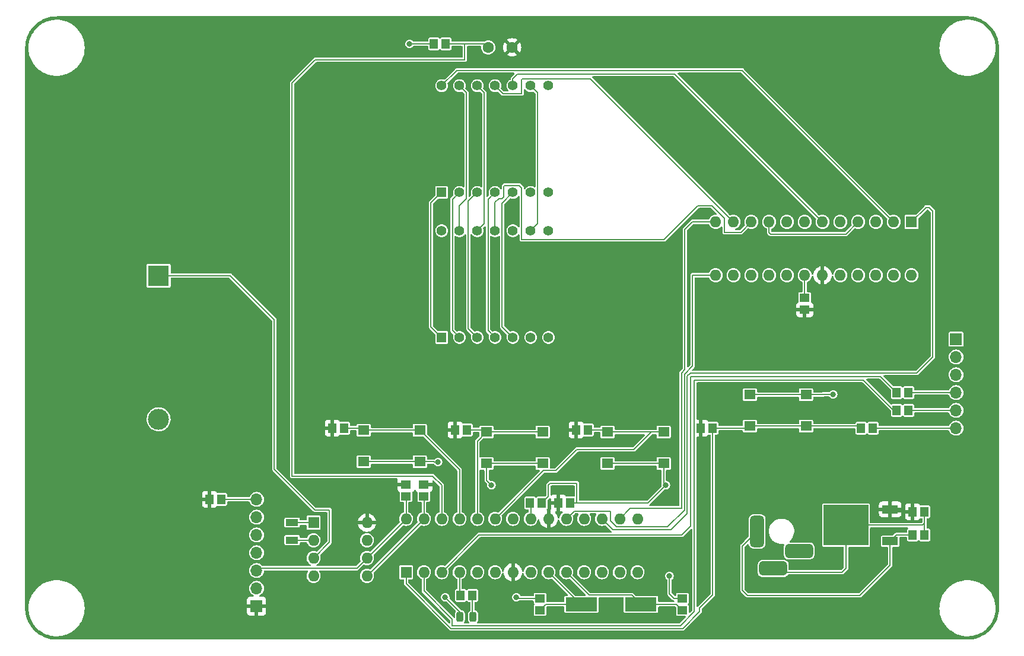
<source format=gbr>
%TF.GenerationSoftware,KiCad,Pcbnew,(6.0.5)*%
%TF.CreationDate,2022-07-18T17:09:20-07:00*%
%TF.ProjectId,rectangle-clock,72656374-616e-4676-9c65-2d636c6f636b,rev?*%
%TF.SameCoordinates,Original*%
%TF.FileFunction,Copper,L1,Top*%
%TF.FilePolarity,Positive*%
%FSLAX46Y46*%
G04 Gerber Fmt 4.6, Leading zero omitted, Abs format (unit mm)*
G04 Created by KiCad (PCBNEW (6.0.5)) date 2022-07-18 17:09:20*
%MOMM*%
%LPD*%
G01*
G04 APERTURE LIST*
G04 Aperture macros list*
%AMRoundRect*
0 Rectangle with rounded corners*
0 $1 Rounding radius*
0 $2 $3 $4 $5 $6 $7 $8 $9 X,Y pos of 4 corners*
0 Add a 4 corners polygon primitive as box body*
4,1,4,$2,$3,$4,$5,$6,$7,$8,$9,$2,$3,0*
0 Add four circle primitives for the rounded corners*
1,1,$1+$1,$2,$3*
1,1,$1+$1,$4,$5*
1,1,$1+$1,$6,$7*
1,1,$1+$1,$8,$9*
0 Add four rect primitives between the rounded corners*
20,1,$1+$1,$2,$3,$4,$5,0*
20,1,$1+$1,$4,$5,$6,$7,0*
20,1,$1+$1,$6,$7,$8,$9,0*
20,1,$1+$1,$8,$9,$2,$3,0*%
G04 Aperture macros list end*
%TA.AperFunction,SMDPad,CuDef*%
%ADD10R,2.200000X1.200000*%
%TD*%
%TA.AperFunction,SMDPad,CuDef*%
%ADD11R,6.400000X5.800000*%
%TD*%
%TA.AperFunction,ComponentPad*%
%ADD12RoundRect,0.500000X-1.500000X-0.500000X1.500000X-0.500000X1.500000X0.500000X-1.500000X0.500000X0*%
%TD*%
%TA.AperFunction,ComponentPad*%
%ADD13RoundRect,0.500000X0.500000X-1.750000X0.500000X1.750000X-0.500000X1.750000X-0.500000X-1.750000X0*%
%TD*%
%TA.AperFunction,ComponentPad*%
%ADD14R,1.400000X1.400000*%
%TD*%
%TA.AperFunction,ComponentPad*%
%ADD15C,1.400000*%
%TD*%
%TA.AperFunction,SMDPad,CuDef*%
%ADD16R,1.600000X1.400000*%
%TD*%
%TA.AperFunction,SMDPad,CuDef*%
%ADD17R,1.400000X1.150000*%
%TD*%
%TA.AperFunction,SMDPad,CuDef*%
%ADD18R,1.150000X1.400000*%
%TD*%
%TA.AperFunction,ComponentPad*%
%ADD19R,1.700000X1.700000*%
%TD*%
%TA.AperFunction,ComponentPad*%
%ADD20O,1.700000X1.700000*%
%TD*%
%TA.AperFunction,SMDPad,CuDef*%
%ADD21R,1.800000X1.000000*%
%TD*%
%TA.AperFunction,ComponentPad*%
%ADD22R,3.000000X3.000000*%
%TD*%
%TA.AperFunction,ComponentPad*%
%ADD23C,3.000000*%
%TD*%
%TA.AperFunction,ComponentPad*%
%ADD24R,1.600000X1.600000*%
%TD*%
%TA.AperFunction,ComponentPad*%
%ADD25O,1.600000X1.600000*%
%TD*%
%TA.AperFunction,ComponentPad*%
%ADD26C,1.600000*%
%TD*%
%TA.AperFunction,SMDPad,CuDef*%
%ADD27R,4.500000X2.000000*%
%TD*%
%TA.AperFunction,SMDPad,CuDef*%
%ADD28RoundRect,0.243750X-0.243750X-0.456250X0.243750X-0.456250X0.243750X0.456250X-0.243750X0.456250X0*%
%TD*%
%TA.AperFunction,ViaPad*%
%ADD29C,0.812800*%
%TD*%
%TA.AperFunction,Conductor*%
%ADD30C,0.203200*%
%TD*%
G04 APERTURE END LIST*
D10*
%TO.P,U2,1,IN*%
%TO.N,Net-(U2-Pad1)*%
X203968000Y-130434000D03*
D11*
%TO.P,U2,2,GND*%
%TO.N,GND*%
X197668000Y-128154000D03*
D10*
%TO.P,U2,3,OUT*%
%TO.N,VCC*%
X203968000Y-125874000D03*
%TD*%
D12*
%TO.P,J2,3,OUT*%
%TO.N,unconnected-(J2-Pad3)*%
X190968000Y-131832000D03*
%TO.P,J2,2,OUT*%
%TO.N,GND*%
X187268000Y-134332000D03*
D13*
%TO.P,J2,1,POLE*%
%TO.N,Net-(U2-Pad1)*%
X184968000Y-129032000D03*
%TD*%
D14*
%TO.P,DS1,1,E*%
%TO.N,SEGE*%
X139954000Y-101346000D03*
D15*
%TO.P,DS1,2,D*%
%TO.N,SEGD*%
X142494000Y-101346000D03*
%TO.P,DS1,3,DP*%
%TO.N,SEGDP*%
X145034000Y-101346000D03*
%TO.P,DS1,4,C*%
%TO.N,SEGC*%
X147574000Y-101346000D03*
%TO.P,DS1,5,G*%
%TO.N,SEGG*%
X150114000Y-101346000D03*
%TO.P,DS1,6,COM_DIG.4*%
%TO.N,DIG7*%
X152654000Y-101346000D03*
%TO.P,DS1,7,COM_COLON*%
%TO.N,unconnected-(DS1-Pad7)*%
X155194000Y-101346000D03*
%TO.P,DS1,8,COLON*%
%TO.N,unconnected-(DS1-Pad8)*%
X155194000Y-86106000D03*
%TO.P,DS1,9,B*%
%TO.N,SEGB*%
X152654000Y-86106000D03*
%TO.P,DS1,10,COM_DIG.3*%
%TO.N,DIG6*%
X150114000Y-86106000D03*
%TO.P,DS1,11,COM_DIG.2*%
%TO.N,DIG5*%
X147574000Y-86106000D03*
%TO.P,DS1,12,F*%
%TO.N,SEGF*%
X145034000Y-86106000D03*
%TO.P,DS1,13,A*%
%TO.N,SEGA*%
X142494000Y-86106000D03*
%TO.P,DS1,14,COM_DIG.1*%
%TO.N,DIG4*%
X139954000Y-86106000D03*
%TD*%
D16*
%TO.P,SW3,1,A*%
%TO.N,B2*%
X146368000Y-114844000D03*
%TO.P,SW3,2,A*%
X154368000Y-114844000D03*
%TO.P,SW3,3,B*%
%TO.N,GND*%
X146368000Y-119344000D03*
%TO.P,SW3,4,B*%
X154368000Y-119344000D03*
%TD*%
D17*
%TO.P,C4,1*%
%TO.N,Net-(C4-Pad1)*%
X174312000Y-140296000D03*
%TO.P,C4,2*%
%TO.N,GND*%
X174312000Y-138596000D03*
%TD*%
D18*
%TO.P,C2,1*%
%TO.N,VCC*%
X156630000Y-124968000D03*
%TO.P,C2,2*%
%TO.N,GND*%
X158330000Y-124968000D03*
%TD*%
D19*
%TO.P,J1,1,Pin_1*%
%TO.N,VCC*%
X113538000Y-139700000D03*
D20*
%TO.P,J1,2,Pin_2*%
%TO.N,GND*%
X113538000Y-137160000D03*
%TO.P,J1,3,Pin_3*%
%TO.N,SCL*%
X113538000Y-134620000D03*
%TO.P,J1,4,Pin_4*%
%TO.N,SDA*%
X113538000Y-132080000D03*
%TO.P,J1,5,Pin_5*%
%TO.N,unconnected-(J1-Pad5)*%
X113538000Y-129540000D03*
%TO.P,J1,6,Pin_6*%
%TO.N,unconnected-(J1-Pad6)*%
X113538000Y-127000000D03*
%TO.P,J1,7,Pin_7*%
%TO.N,Net-(J1-Pad7)*%
X113538000Y-124460000D03*
%TD*%
D21*
%TO.P,Y1,1,1*%
%TO.N,Net-(U1-Pad1)*%
X118618000Y-127782000D03*
%TO.P,Y1,2,2*%
%TO.N,Net-(U1-Pad2)*%
X118618000Y-130282000D03*
%TD*%
D18*
%TO.P,C7,1*%
%TO.N,VCC*%
X207176000Y-126238000D03*
%TO.P,C7,2*%
%TO.N,GND*%
X208876000Y-126238000D03*
%TD*%
D22*
%TO.P,BT1,1,+*%
%TO.N,Net-(BT1-Pad1)*%
X99567984Y-92526314D03*
D23*
%TO.P,BT1,2,-*%
%TO.N,GND*%
X99567984Y-113016314D03*
%TD*%
D14*
%TO.P,DS2,1,E*%
%TO.N,SEGE*%
X139954000Y-80651000D03*
D15*
%TO.P,DS2,2,D*%
%TO.N,SEGD*%
X142494000Y-80651000D03*
%TO.P,DS2,3,DP*%
%TO.N,SEGDP*%
X145034000Y-80651000D03*
%TO.P,DS2,4,C*%
%TO.N,SEGC*%
X147574000Y-80651000D03*
%TO.P,DS2,5,G*%
%TO.N,SEGG*%
X150114000Y-80651000D03*
%TO.P,DS2,6,COM_DIG.4*%
%TO.N,DIG3*%
X152654000Y-80651000D03*
%TO.P,DS2,7,COM_COLON*%
%TO.N,unconnected-(DS2-Pad7)*%
X155194000Y-80651000D03*
%TO.P,DS2,8,COLON*%
%TO.N,unconnected-(DS2-Pad8)*%
X155194000Y-65411000D03*
%TO.P,DS2,9,B*%
%TO.N,SEGB*%
X152654000Y-65411000D03*
%TO.P,DS2,10,COM_DIG.3*%
%TO.N,DIG2*%
X150114000Y-65411000D03*
%TO.P,DS2,11,COM_DIG.2*%
%TO.N,DIG1*%
X147574000Y-65411000D03*
%TO.P,DS2,12,F*%
%TO.N,SEGF*%
X145034000Y-65411000D03*
%TO.P,DS2,13,A*%
%TO.N,SEGA*%
X142494000Y-65411000D03*
%TO.P,DS2,14,COM_DIG.1*%
%TO.N,DIG0*%
X139954000Y-65411000D03*
%TD*%
D24*
%TO.P,U4,1,DIN*%
%TO.N,Din*%
X207015000Y-84846000D03*
D25*
%TO.P,U4,2,DIG_0*%
%TO.N,DIG0*%
X204475000Y-84846000D03*
%TO.P,U4,3,DIG_4*%
%TO.N,DIG4*%
X201935000Y-84846000D03*
%TO.P,U4,4,GND*%
%TO.N,GND*%
X199395000Y-84846000D03*
%TO.P,U4,5,DIG_6*%
%TO.N,DIG6*%
X196855000Y-84846000D03*
%TO.P,U4,6,DIG_2*%
%TO.N,DIG2*%
X194315000Y-84846000D03*
%TO.P,U4,7,DIG_3*%
%TO.N,DIG3*%
X191775000Y-84846000D03*
%TO.P,U4,8,DIG_7*%
%TO.N,DIG7*%
X189235000Y-84846000D03*
%TO.P,U4,9,GND*%
%TO.N,GND*%
X186695000Y-84846000D03*
%TO.P,U4,10,DIG_5*%
%TO.N,DIG5*%
X184155000Y-84846000D03*
%TO.P,U4,11,DIG_1*%
%TO.N,DIG1*%
X181615000Y-84846000D03*
%TO.P,U4,12,LOAD*%
%TO.N,CS*%
X179075000Y-84846000D03*
%TO.P,U4,13,CLK*%
%TO.N,SCK*%
X179075000Y-92466000D03*
%TO.P,U4,14,SEG_A*%
%TO.N,SEGA*%
X181615000Y-92466000D03*
%TO.P,U4,15,SEG_F*%
%TO.N,SEGF*%
X184155000Y-92466000D03*
%TO.P,U4,16,SEG_B*%
%TO.N,SEGB*%
X186695000Y-92466000D03*
%TO.P,U4,17,SEG_G*%
%TO.N,SEGG*%
X189235000Y-92466000D03*
%TO.P,U4,18,ISET*%
%TO.N,Net-(R2-Pad1)*%
X191775000Y-92466000D03*
%TO.P,U4,19,V+*%
%TO.N,VCC*%
X194315000Y-92466000D03*
%TO.P,U4,20,SEG_C*%
%TO.N,SEGC*%
X196855000Y-92466000D03*
%TO.P,U4,21,SEG_E*%
%TO.N,SEGE*%
X199395000Y-92466000D03*
%TO.P,U4,22,SEG_DP*%
%TO.N,SEGDP*%
X201935000Y-92466000D03*
%TO.P,U4,23,SEG_D*%
%TO.N,SEGD*%
X204475000Y-92466000D03*
%TO.P,U4,24,DOUT*%
%TO.N,unconnected-(U4-Pad24)*%
X207015000Y-92466000D03*
%TD*%
D17*
%TO.P,R2,1*%
%TO.N,Net-(R2-Pad1)*%
X191770000Y-95670000D03*
%TO.P,R2,2*%
%TO.N,VCC*%
X191770000Y-97370000D03*
%TD*%
D18*
%TO.P,R4,1*%
%TO.N,VCC*%
X176950000Y-114300000D03*
%TO.P,R4,2*%
%TO.N,RESET*%
X178650000Y-114300000D03*
%TD*%
D26*
%TO.P,R6,1*%
%TO.N,VCC*%
X150011000Y-59944000D03*
%TO.P,R6,2*%
%TO.N,PHR*%
X146611000Y-59944000D03*
%TD*%
D18*
%TO.P,R5,1*%
%TO.N,VCC*%
X106846000Y-124460000D03*
%TO.P,R5,2*%
%TO.N,Net-(J1-Pad7)*%
X108546000Y-124460000D03*
%TD*%
%TO.P,C5,1*%
%TO.N,Net-(U2-Pad1)*%
X207176000Y-129540000D03*
%TO.P,C5,2*%
%TO.N,GND*%
X208876000Y-129540000D03*
%TD*%
%TO.P,R9,1*%
%TO.N,VCC*%
X141898000Y-114554000D03*
%TO.P,R9,2*%
%TO.N,B2*%
X143598000Y-114554000D03*
%TD*%
%TO.P,R13,1*%
%TO.N,LED*%
X142660000Y-138176000D03*
%TO.P,R13,2*%
%TO.N,Net-(D1-Pad2)*%
X144360000Y-138176000D03*
%TD*%
D24*
%TO.P,U1,1,X1*%
%TO.N,Net-(U1-Pad1)*%
X121676000Y-127772000D03*
D25*
%TO.P,U1,2,X2*%
%TO.N,Net-(U1-Pad2)*%
X121676000Y-130312000D03*
%TO.P,U1,3,VBAT*%
%TO.N,Net-(BT1-Pad1)*%
X121676000Y-132852000D03*
%TO.P,U1,4,GND*%
%TO.N,GND*%
X121676000Y-135392000D03*
%TO.P,U1,5,SDA*%
%TO.N,SDA*%
X129296000Y-135392000D03*
%TO.P,U1,6,SCL*%
%TO.N,SCL*%
X129296000Y-132852000D03*
%TO.P,U1,7,SQW/OUT*%
%TO.N,unconnected-(U1-Pad7)*%
X129296000Y-130312000D03*
%TO.P,U1,8,VCC*%
%TO.N,VCC*%
X129296000Y-127772000D03*
%TD*%
D18*
%TO.P,R8,1*%
%TO.N,VCC*%
X124372000Y-114300000D03*
%TO.P,R8,2*%
%TO.N,B1*%
X126072000Y-114300000D03*
%TD*%
D27*
%TO.P,Y2,1,1*%
%TO.N,Net-(C4-Pad1)*%
X168402000Y-139446000D03*
%TO.P,Y2,2,2*%
%TO.N,Net-(C3-Pad1)*%
X159902000Y-139446000D03*
%TD*%
D18*
%TO.P,R11,1*%
%TO.N,TXD*%
X204890000Y-109220000D03*
%TO.P,R11,2*%
%TO.N,Net-(J3-Pad4)*%
X206590000Y-109220000D03*
%TD*%
D17*
%TO.P,R3,1*%
%TO.N,VCC*%
X137414000Y-122340000D03*
%TO.P,R3,2*%
%TO.N,SDA*%
X137414000Y-124040000D03*
%TD*%
%TO.P,R1,1*%
%TO.N,VCC*%
X134874000Y-122340000D03*
%TO.P,R1,2*%
%TO.N,SCL*%
X134874000Y-124040000D03*
%TD*%
D18*
%TO.P,R12,1*%
%TO.N,VCC*%
X159170000Y-114554000D03*
%TO.P,R12,2*%
%TO.N,B3*%
X160870000Y-114554000D03*
%TD*%
%TO.P,C6,1*%
%TO.N,RESET*%
X199810000Y-114300000D03*
%TO.P,C6,2*%
%TO.N,Net-(C6-Pad2)*%
X201510000Y-114300000D03*
%TD*%
D24*
%TO.P,U3,1,~{RESET}/PC6*%
%TO.N,RESET*%
X134884000Y-134864000D03*
D25*
%TO.P,U3,2,RXD/PD0*%
%TO.N,RXD*%
X137424000Y-134864000D03*
%TO.P,U3,3,TXD/PD1*%
%TO.N,TXD*%
X139964000Y-134864000D03*
%TO.P,U3,4,INT0/PD2*%
%TO.N,LED*%
X142504000Y-134864000D03*
%TO.P,U3,5,INT1/PD3*%
%TO.N,unconnected-(U3-Pad5)*%
X145044000Y-134864000D03*
%TO.P,U3,6,PD4*%
%TO.N,unconnected-(U3-Pad6)*%
X147584000Y-134864000D03*
%TO.P,U3,7,VCC*%
%TO.N,VCC*%
X150124000Y-134864000D03*
%TO.P,U3,8,GND*%
%TO.N,GND*%
X152664000Y-134864000D03*
%TO.P,U3,9,XTAL1/PB6*%
%TO.N,Net-(C3-Pad1)*%
X155204000Y-134864000D03*
%TO.P,U3,10,XTAL2/PB7*%
%TO.N,Net-(C4-Pad1)*%
X157744000Y-134864000D03*
%TO.P,U3,11,OC0B/PD5*%
%TO.N,unconnected-(U3-Pad11)*%
X160284000Y-134864000D03*
%TO.P,U3,12,OC0A/PD6*%
%TO.N,unconnected-(U3-Pad12)*%
X162824000Y-134864000D03*
%TO.P,U3,13,PD7*%
%TO.N,unconnected-(U3-Pad13)*%
X165364000Y-134864000D03*
%TO.P,U3,14,PB0*%
%TO.N,unconnected-(U3-Pad14)*%
X167904000Y-134864000D03*
%TO.P,U3,15,OC1A/PB1*%
%TO.N,unconnected-(U3-Pad15)*%
X167904000Y-127244000D03*
%TO.P,U3,16,OC1B/PB2*%
%TO.N,CS*%
X165364000Y-127244000D03*
%TO.P,U3,17,MOSI/PB3*%
%TO.N,Din*%
X162824000Y-127244000D03*
%TO.P,U3,18,MISO/PB4*%
%TO.N,unconnected-(U3-Pad18)*%
X160284000Y-127244000D03*
%TO.P,U3,19,SCK/PB5*%
%TO.N,SCK*%
X157744000Y-127244000D03*
%TO.P,U3,20,AVCC*%
%TO.N,VCC*%
X155204000Y-127244000D03*
%TO.P,U3,21,AREF*%
%TO.N,Net-(C1-Pad1)*%
X152664000Y-127244000D03*
%TO.P,U3,22,GND*%
%TO.N,GND*%
X150124000Y-127244000D03*
%TO.P,U3,23,ADC0/PC0*%
%TO.N,B3*%
X147584000Y-127244000D03*
%TO.P,U3,24,ADC1/PC1*%
%TO.N,B2*%
X145044000Y-127244000D03*
%TO.P,U3,25,ADC2/PC2*%
%TO.N,B1*%
X142504000Y-127244000D03*
%TO.P,U3,26,ADC3/PC3*%
%TO.N,PHR*%
X139964000Y-127244000D03*
%TO.P,U3,27,SDA/PC4*%
%TO.N,SDA*%
X137424000Y-127244000D03*
%TO.P,U3,28,SCL/PC5*%
%TO.N,SCL*%
X134884000Y-127244000D03*
%TD*%
D16*
%TO.P,SW4,1,A*%
%TO.N,B3*%
X163640000Y-114844000D03*
%TO.P,SW4,2,A*%
X171640000Y-114844000D03*
%TO.P,SW4,3,B*%
%TO.N,GND*%
X163640000Y-119344000D03*
%TO.P,SW4,4,B*%
X171640000Y-119344000D03*
%TD*%
D18*
%TO.P,R7,1*%
%TO.N,PHR*%
X140550000Y-59436000D03*
%TO.P,R7,2*%
%TO.N,GND*%
X138850000Y-59436000D03*
%TD*%
%TO.P,R10,1*%
%TO.N,RXD*%
X204890000Y-111760000D03*
%TO.P,R10,2*%
%TO.N,Net-(J3-Pad5)*%
X206590000Y-111760000D03*
%TD*%
D16*
%TO.P,SW2,1,A*%
%TO.N,B1*%
X128842000Y-114590000D03*
%TO.P,SW2,2,A*%
X136842000Y-114590000D03*
%TO.P,SW2,3,B*%
%TO.N,GND*%
X128842000Y-119090000D03*
%TO.P,SW2,4,B*%
X136842000Y-119090000D03*
%TD*%
D28*
%TO.P,D1,1,K*%
%TO.N,GND*%
X142572500Y-141224000D03*
%TO.P,D1,2,A*%
%TO.N,Net-(D1-Pad2)*%
X144447500Y-141224000D03*
%TD*%
D19*
%TO.P,J3,1,Pin_1*%
%TO.N,GND*%
X213360000Y-101600000D03*
D20*
%TO.P,J3,2,Pin_2*%
X213360000Y-104140000D03*
%TO.P,J3,3,Pin_3*%
%TO.N,unconnected-(J3-Pad3)*%
X213360000Y-106680000D03*
%TO.P,J3,4,Pin_4*%
%TO.N,Net-(J3-Pad4)*%
X213360000Y-109220000D03*
%TO.P,J3,5,Pin_5*%
%TO.N,Net-(J3-Pad5)*%
X213360000Y-111760000D03*
%TO.P,J3,6,Pin_6*%
%TO.N,Net-(C6-Pad2)*%
X213360000Y-114300000D03*
%TD*%
D17*
%TO.P,C3,1*%
%TO.N,Net-(C3-Pad1)*%
X153992000Y-140296000D03*
%TO.P,C3,2*%
%TO.N,GND*%
X153992000Y-138596000D03*
%TD*%
D18*
%TO.P,C1,1*%
%TO.N,Net-(C1-Pad1)*%
X152566000Y-124968000D03*
%TO.P,C1,2*%
%TO.N,GND*%
X154266000Y-124968000D03*
%TD*%
D16*
%TO.P,SW1,1,A*%
%TO.N,GND*%
X183960000Y-109510000D03*
%TO.P,SW1,2,A*%
X191960000Y-109510000D03*
%TO.P,SW1,3,B*%
%TO.N,RESET*%
X183960000Y-114010000D03*
%TO.P,SW1,4,B*%
X191960000Y-114010000D03*
%TD*%
D29*
%TO.N,GND*%
X195834000Y-109474000D03*
X147066000Y-122428000D03*
X140462000Y-138430000D03*
X171958000Y-122428000D03*
X139446000Y-119126000D03*
X150622000Y-138430000D03*
X135382000Y-59436000D03*
X172466000Y-135382000D03*
%TD*%
D30*
%TO.N,Net-(U2-Pad1)*%
X204862000Y-129540000D02*
X203968000Y-130434000D01*
X207176000Y-129540000D02*
X204862000Y-129540000D01*
X199644000Y-138176000D02*
X203968000Y-133852000D01*
X183642000Y-138176000D02*
X199644000Y-138176000D01*
X182880000Y-137414000D02*
X183642000Y-138176000D01*
X203968000Y-133852000D02*
X203968000Y-130434000D01*
X182880000Y-131120000D02*
X182880000Y-137414000D01*
X184968000Y-129032000D02*
X182880000Y-131120000D01*
%TO.N,GND*%
X187810000Y-134874000D02*
X187268000Y-134332000D01*
X197104000Y-134874000D02*
X187810000Y-134874000D01*
X197668000Y-134310000D02*
X197104000Y-134874000D01*
X197668000Y-128154000D02*
X197668000Y-134310000D01*
X208619200Y-128154000D02*
X197668000Y-128154000D01*
X208876000Y-127897200D02*
X208619200Y-128154000D01*
%TO.N,VCC*%
X204332000Y-126238000D02*
X203968000Y-125874000D01*
X207176000Y-126238000D02*
X204332000Y-126238000D01*
%TO.N,Net-(C1-Pad1)*%
X152664000Y-125066000D02*
X152566000Y-124968000D01*
X152664000Y-127244000D02*
X152664000Y-125066000D01*
%TO.N,B1*%
X142504000Y-120252000D02*
X142504000Y-127244000D01*
X136842000Y-114590000D02*
X128842000Y-114590000D01*
X136842000Y-114590000D02*
X142504000Y-120252000D01*
X128552000Y-114300000D02*
X128842000Y-114590000D01*
X126072000Y-114300000D02*
X128552000Y-114300000D01*
%TO.N,Net-(C3-Pad1)*%
X154842000Y-139446000D02*
X153992000Y-140296000D01*
X159902000Y-139446000D02*
X159786000Y-139446000D01*
X159902000Y-139446000D02*
X154842000Y-139446000D01*
X159786000Y-139446000D02*
X155204000Y-134864000D01*
%TO.N,Net-(C4-Pad1)*%
X161021689Y-138141689D02*
X157744000Y-134864000D01*
X167097689Y-138141689D02*
X161021689Y-138141689D01*
X173462000Y-139446000D02*
X174312000Y-140296000D01*
X168402000Y-139446000D02*
X167097689Y-138141689D01*
X168402000Y-139446000D02*
X173462000Y-139446000D01*
%TO.N,RESET*%
X178650000Y-114300000D02*
X183670000Y-114300000D01*
X141309863Y-142899920D02*
X174346080Y-142899920D01*
X199520000Y-114010000D02*
X199810000Y-114300000D01*
X176784000Y-140462000D02*
X176784000Y-139954000D01*
X183670000Y-114300000D02*
X183960000Y-114010000D01*
X174346080Y-142899920D02*
X176784000Y-140462000D01*
X178650000Y-138088000D02*
X178650000Y-114300000D01*
X191960000Y-114010000D02*
X199520000Y-114010000D01*
X176784000Y-139954000D02*
X178650000Y-138088000D01*
X134884000Y-136474057D02*
X141309863Y-142899920D01*
X183960000Y-114010000D02*
X191960000Y-114010000D01*
X134884000Y-134864000D02*
X134884000Y-136474057D01*
%TO.N,Net-(C6-Pad2)*%
X201510000Y-114300000D02*
X213360000Y-114300000D01*
%TO.N,Net-(D1-Pad2)*%
X144360000Y-138176000D02*
X144360000Y-141136500D01*
X144360000Y-141136500D02*
X144447500Y-141224000D01*
%TO.N,SEGE*%
X139954000Y-101346000D02*
X138430000Y-99822000D01*
X138430000Y-99822000D02*
X138430000Y-82175000D01*
X138430000Y-82175000D02*
X139954000Y-80651000D01*
%TO.N,SEGD*%
X141489689Y-100341689D02*
X141489689Y-81655311D01*
X141489689Y-81655311D02*
X142494000Y-80651000D01*
X142494000Y-101346000D02*
X141489689Y-100341689D01*
%TO.N,SEGDP*%
X143764000Y-100076000D02*
X145034000Y-101346000D01*
X145034000Y-80651000D02*
X143764000Y-81921000D01*
X143764000Y-81921000D02*
X143764000Y-100076000D01*
%TO.N,SEGC*%
X147574000Y-80651000D02*
X146569689Y-81655311D01*
X146569689Y-81655311D02*
X146569689Y-100341689D01*
X146569689Y-100341689D02*
X147574000Y-101346000D01*
%TO.N,SEGG*%
X148578311Y-82186689D02*
X148578311Y-99810311D01*
X148578311Y-99810311D02*
X150114000Y-101346000D01*
X150114000Y-80651000D02*
X148578311Y-82186689D01*
%TO.N,Net-(BT1-Pad1)*%
X121920000Y-125984000D02*
X116078000Y-120142000D01*
X109798314Y-92526314D02*
X99567984Y-92526314D01*
X123952000Y-130576000D02*
X121676000Y-132852000D01*
X116078000Y-98806000D02*
X109798314Y-92526314D01*
X123952000Y-125984000D02*
X123952000Y-130576000D01*
X116078000Y-120142000D02*
X116078000Y-98806000D01*
X121920000Y-125984000D02*
X123952000Y-125984000D01*
%TO.N,GND*%
X159258000Y-124968000D02*
X169418000Y-124968000D01*
X146368000Y-119344000D02*
X154368000Y-119344000D01*
X197627000Y-86614000D02*
X199395000Y-84846000D01*
X159258000Y-122174000D02*
X159258000Y-124968000D01*
X150788000Y-138596000D02*
X150622000Y-138430000D01*
X194382000Y-109474000D02*
X195834000Y-109474000D01*
X142572500Y-140540500D02*
X140462000Y-138430000D01*
X172720000Y-138176000D02*
X172466000Y-137922000D01*
X136842000Y-119090000D02*
X138902000Y-119090000D01*
X146368000Y-119344000D02*
X146368000Y-121730000D01*
X186695000Y-86365000D02*
X186944000Y-86614000D01*
X171640000Y-122364000D02*
X171704000Y-122428000D01*
X208876000Y-127897200D02*
X208876000Y-129540000D01*
X155194000Y-124040000D02*
X155194000Y-122428000D01*
X155194000Y-122428000D02*
X155448000Y-122174000D01*
X163640000Y-119344000D02*
X171640000Y-119344000D01*
X194346000Y-109510000D02*
X194382000Y-109474000D01*
X174312000Y-138596000D02*
X173140000Y-138596000D01*
X142572500Y-141224000D02*
X142572500Y-140540500D01*
X153992000Y-138596000D02*
X150788000Y-138596000D01*
X154266000Y-124968000D02*
X155194000Y-124040000D01*
X169418000Y-124968000D02*
X171958000Y-122428000D01*
X183960000Y-109510000D02*
X191960000Y-109510000D01*
X128842000Y-119090000D02*
X136842000Y-119090000D01*
X173140000Y-138596000D02*
X172720000Y-138176000D01*
X208876000Y-126238000D02*
X208876000Y-127897200D01*
X138850000Y-59436000D02*
X135382000Y-59436000D01*
X171640000Y-119344000D02*
X171640000Y-122364000D01*
X138902000Y-119090000D02*
X138938000Y-119126000D01*
X158330000Y-124968000D02*
X159258000Y-124968000D01*
X186695000Y-84846000D02*
X186695000Y-86365000D01*
X191960000Y-109510000D02*
X194346000Y-109510000D01*
X186944000Y-86614000D02*
X197627000Y-86614000D01*
X172466000Y-137922000D02*
X172466000Y-135636000D01*
X155448000Y-122174000D02*
X159258000Y-122174000D01*
X138938000Y-119126000D02*
X139446000Y-119126000D01*
X171704000Y-122428000D02*
X171958000Y-122428000D01*
X172466000Y-135636000D02*
X172466000Y-135382000D01*
X146368000Y-121730000D02*
X147066000Y-122428000D01*
%TO.N,SEGB*%
X152654000Y-86106000D02*
X153658311Y-85101689D01*
X153658311Y-66415311D02*
X152654000Y-65411000D01*
X153658311Y-85101689D02*
X153658311Y-66415311D01*
%TO.N,DIG2*%
X150114000Y-65411000D02*
X150114000Y-64421051D01*
X173223000Y-63754000D02*
X194315000Y-84846000D01*
X150781051Y-63754000D02*
X173223000Y-63754000D01*
X150114000Y-64421051D02*
X150781051Y-63754000D01*
%TO.N,DIG1*%
X147574000Y-65411000D02*
X148711000Y-66548000D01*
X151493311Y-64406689D02*
X161175689Y-64406689D01*
X151384000Y-66548000D02*
X151384000Y-64516000D01*
X151384000Y-64516000D02*
X151493311Y-64406689D01*
X148711000Y-66548000D02*
X151384000Y-66548000D01*
X161175689Y-64406689D02*
X181615000Y-84846000D01*
%TO.N,SEGF*%
X146038311Y-85101689D02*
X146038311Y-66415311D01*
X146038311Y-66415311D02*
X145034000Y-65411000D01*
X145034000Y-86106000D02*
X146038311Y-85101689D01*
%TO.N,SEGA*%
X142494000Y-82550000D02*
X142494000Y-86106000D01*
X143498311Y-81545689D02*
X142494000Y-82550000D01*
X143498311Y-66415311D02*
X143498311Y-81545689D01*
X142494000Y-65411000D02*
X143498311Y-66415311D01*
%TO.N,DIG0*%
X182875000Y-63246000D02*
X204475000Y-84846000D01*
X142119000Y-63246000D02*
X182875000Y-63246000D01*
X139954000Y-65411000D02*
X142119000Y-63246000D01*
%TO.N,Net-(J3-Pad5)*%
X206590000Y-111760000D02*
X213360000Y-111760000D01*
%TO.N,Net-(J3-Pad4)*%
X206590000Y-109220000D02*
X213360000Y-109220000D01*
%TO.N,SCL*%
X129296000Y-132852000D02*
X134884000Y-127264000D01*
X134884000Y-127244000D02*
X134884000Y-125994000D01*
X134884000Y-127264000D02*
X134884000Y-127244000D01*
X134884000Y-125994000D02*
X134884000Y-124050000D01*
X127860311Y-134287689D02*
X113870311Y-134287689D01*
X113870311Y-134287689D02*
X113538000Y-134620000D01*
X129296000Y-132852000D02*
X127860311Y-134287689D01*
X134884000Y-124050000D02*
X134874000Y-124040000D01*
%TO.N,SDA*%
X137424000Y-127244000D02*
X137424000Y-124050000D01*
X129296000Y-135392000D02*
X137424000Y-127264000D01*
X137424000Y-124050000D02*
X137414000Y-124040000D01*
X137424000Y-127264000D02*
X137424000Y-127244000D01*
%TO.N,Net-(J1-Pad7)*%
X108546000Y-124460000D02*
X113538000Y-124460000D01*
%TO.N,Net-(R2-Pad1)*%
X191770000Y-92471000D02*
X191775000Y-92466000D01*
X191770000Y-95670000D02*
X191770000Y-92471000D01*
%TO.N,PHR*%
X140550000Y-59436000D02*
X143256000Y-59436000D01*
X118618000Y-121158000D02*
X118618000Y-65024000D01*
X139964000Y-127244000D02*
X139964000Y-122438000D01*
X138684000Y-121158000D02*
X118618000Y-121158000D01*
X143256000Y-61722000D02*
X143256000Y-59436000D01*
X146103000Y-59436000D02*
X146611000Y-59944000D01*
X139964000Y-122438000D02*
X138684000Y-121158000D01*
X143256000Y-59436000D02*
X146103000Y-59436000D01*
X118618000Y-65024000D02*
X121920000Y-61722000D01*
X121920000Y-61722000D02*
X143256000Y-61722000D01*
%TO.N,B2*%
X145044000Y-127244000D02*
X145044000Y-116168000D01*
X143598000Y-114554000D02*
X146078000Y-114554000D01*
X146368000Y-114844000D02*
X154368000Y-114844000D01*
X145044000Y-116168000D02*
X146368000Y-114844000D01*
X146078000Y-114554000D02*
X146368000Y-114844000D01*
%TO.N,RXD*%
X204470000Y-111760000D02*
X204890000Y-111760000D01*
X137424000Y-137550588D02*
X141478000Y-141604588D01*
X141478000Y-142494000D02*
X173997622Y-142494000D01*
X176022000Y-107442000D02*
X200152000Y-107442000D01*
X200152000Y-107442000D02*
X204470000Y-111760000D01*
X137424000Y-134864000D02*
X137424000Y-137550588D01*
X141478000Y-141604588D02*
X141478000Y-142494000D01*
X173997622Y-142494000D02*
X176022000Y-140469622D01*
X176022000Y-140469622D02*
X176022000Y-107442000D01*
%TO.N,TXD*%
X202604000Y-106934000D02*
X204890000Y-109220000D01*
X139964000Y-134864000D02*
X145288000Y-129540000D01*
X174244000Y-129540000D02*
X175514000Y-128270000D01*
X175514000Y-128270000D02*
X175514000Y-106934000D01*
X175514000Y-106934000D02*
X202604000Y-106934000D01*
X145288000Y-129540000D02*
X174244000Y-129540000D01*
%TO.N,B3*%
X163350000Y-114554000D02*
X163640000Y-114844000D01*
X160870000Y-114554000D02*
X163350000Y-114554000D01*
X171640000Y-114844000D02*
X169890000Y-114844000D01*
X169890000Y-114844000D02*
X167386000Y-117348000D01*
X167386000Y-117348000D02*
X159258000Y-117348000D01*
X156257689Y-120348311D02*
X154479689Y-120348311D01*
X159258000Y-117348000D02*
X156257689Y-120348311D01*
X154479689Y-120348311D02*
X147584000Y-127244000D01*
X163640000Y-114844000D02*
X171640000Y-114844000D01*
%TO.N,LED*%
X142504000Y-138020000D02*
X142660000Y-138176000D01*
X142504000Y-134864000D02*
X142504000Y-138020000D01*
%TO.N,DIG5*%
X151020689Y-79646689D02*
X151384000Y-80010000D01*
X147574000Y-82071311D02*
X148111311Y-81534000D01*
X151384000Y-80010000D02*
X151384000Y-87376000D01*
X176530000Y-82550000D02*
X178562000Y-82550000D01*
X180340000Y-86360000D02*
X182641000Y-86360000D01*
X148590000Y-81534000D02*
X148844000Y-81280000D01*
X148844000Y-81280000D02*
X148844000Y-79756000D01*
X178562000Y-82550000D02*
X180340000Y-84328000D01*
X171704000Y-87376000D02*
X176530000Y-82550000D01*
X148111311Y-81534000D02*
X148590000Y-81534000D01*
X151384000Y-87376000D02*
X171704000Y-87376000D01*
X180340000Y-84328000D02*
X180340000Y-86360000D01*
X182641000Y-86360000D02*
X184155000Y-84846000D01*
X148844000Y-79756000D02*
X148953311Y-79646689D01*
X148953311Y-79646689D02*
X151020689Y-79646689D01*
X147574000Y-86106000D02*
X147574000Y-82071311D01*
%TO.N,CS*%
X174668689Y-85950311D02*
X175773000Y-84846000D01*
X174668689Y-105935254D02*
X174668689Y-85950311D01*
X165364000Y-127244000D02*
X166878000Y-125730000D01*
X174194160Y-125730000D02*
X174194160Y-106409783D01*
X174194160Y-106409783D02*
X174668689Y-105935254D01*
X175773000Y-84846000D02*
X179075000Y-84846000D01*
X166878000Y-125730000D02*
X174194160Y-125730000D01*
%TO.N,Din*%
X209057000Y-82804000D02*
X207015000Y-84846000D01*
X210058000Y-104140000D02*
X210058000Y-83312000D01*
X207772000Y-106426000D02*
X210058000Y-104140000D01*
X209550000Y-82804000D02*
X209057000Y-82804000D01*
X164358000Y-128778000D02*
X172720000Y-128778000D01*
X175006000Y-106867943D02*
X175447943Y-106426000D01*
X172720000Y-128778000D02*
X175006000Y-126492000D01*
X162824000Y-127244000D02*
X164358000Y-128778000D01*
X210058000Y-83312000D02*
X209550000Y-82804000D01*
X175006000Y-126492000D02*
X175006000Y-106867943D01*
X175447943Y-106426000D02*
X207772000Y-106426000D01*
%TO.N,SCK*%
X163985689Y-126139689D02*
X164084000Y-126238000D01*
X157744000Y-127244000D02*
X158848311Y-126139689D01*
X172212000Y-128372080D02*
X174600080Y-125984000D01*
X164084000Y-127525733D02*
X164930347Y-128372080D01*
X174600080Y-106577920D02*
X175773000Y-105405000D01*
X158848311Y-126139689D02*
X163985689Y-126139689D01*
X175773000Y-105405000D02*
X175773000Y-92466000D01*
X164084000Y-126238000D02*
X164084000Y-127525733D01*
X175773000Y-92466000D02*
X179075000Y-92466000D01*
X174600080Y-125984000D02*
X174600080Y-106577920D01*
X164930347Y-128372080D02*
X172212000Y-128372080D01*
%TO.N,Net-(U1-Pad1)*%
X118618000Y-127782000D02*
X121666000Y-127782000D01*
X121666000Y-127782000D02*
X121676000Y-127772000D01*
%TO.N,Net-(U1-Pad2)*%
X121646000Y-130282000D02*
X121676000Y-130312000D01*
X118618000Y-130282000D02*
X121646000Y-130282000D01*
%TD*%
%TA.AperFunction,Conductor*%
%TO.N,VCC*%
G36*
X214970018Y-55510000D02*
G01*
X214984851Y-55512310D01*
X214984855Y-55512310D01*
X214993724Y-55513691D01*
X215014183Y-55511016D01*
X215036007Y-55510072D01*
X215385965Y-55525352D01*
X215396913Y-55526310D01*
X215774498Y-55576019D01*
X215785307Y-55577926D01*
X216157114Y-55660353D01*
X216167731Y-55663198D01*
X216530939Y-55777718D01*
X216541254Y-55781471D01*
X216893123Y-55927220D01*
X216903067Y-55931858D01*
X217111825Y-56040530D01*
X217240867Y-56107705D01*
X217250387Y-56113201D01*
X217571574Y-56317820D01*
X217580578Y-56324124D01*
X217882716Y-56555962D01*
X217891137Y-56563028D01*
X218171914Y-56820314D01*
X218179686Y-56828086D01*
X218436972Y-57108863D01*
X218444038Y-57117284D01*
X218675876Y-57419422D01*
X218682180Y-57428426D01*
X218886799Y-57749613D01*
X218892294Y-57759132D01*
X219049515Y-58061149D01*
X219068138Y-58096924D01*
X219072780Y-58106877D01*
X219202203Y-58419332D01*
X219218526Y-58458739D01*
X219222282Y-58469061D01*
X219302073Y-58722123D01*
X219336802Y-58832268D01*
X219339647Y-58842885D01*
X219416948Y-59191566D01*
X219422073Y-59214685D01*
X219423981Y-59225502D01*
X219444465Y-59381098D01*
X219473690Y-59603086D01*
X219474648Y-59614035D01*
X219489006Y-59942868D01*
X219489603Y-59956552D01*
X219488223Y-59981429D01*
X219486309Y-59993724D01*
X219487473Y-60002626D01*
X219487473Y-60002628D01*
X219490436Y-60025283D01*
X219491500Y-60041621D01*
X219491500Y-139950633D01*
X219490000Y-139970018D01*
X219487690Y-139984851D01*
X219487690Y-139984855D01*
X219486309Y-139993724D01*
X219488984Y-140014183D01*
X219489928Y-140036007D01*
X219475442Y-140367777D01*
X219474648Y-140385964D01*
X219473690Y-140396913D01*
X219431740Y-140715563D01*
X219423982Y-140774490D01*
X219422074Y-140785307D01*
X219363731Y-141048478D01*
X219339647Y-141157114D01*
X219336802Y-141167731D01*
X219227221Y-141515278D01*
X219222285Y-141530932D01*
X219218529Y-141541254D01*
X219073250Y-141891990D01*
X219072784Y-141893114D01*
X219068142Y-141903067D01*
X218938663Y-142151795D01*
X218892295Y-142240867D01*
X218886800Y-142250385D01*
X218869958Y-142276822D01*
X218682180Y-142571574D01*
X218675876Y-142580578D01*
X218444038Y-142882716D01*
X218436972Y-142891137D01*
X218179686Y-143171914D01*
X218171914Y-143179686D01*
X217891137Y-143436972D01*
X217882716Y-143444038D01*
X217580578Y-143675876D01*
X217571574Y-143682180D01*
X217466609Y-143749050D01*
X217274727Y-143871293D01*
X217250387Y-143886799D01*
X217240868Y-143892294D01*
X216903067Y-144068142D01*
X216893123Y-144072780D01*
X216541254Y-144218529D01*
X216530939Y-144222282D01*
X216167732Y-144336802D01*
X216157115Y-144339647D01*
X215785307Y-144422074D01*
X215774498Y-144423981D01*
X215396914Y-144473690D01*
X215385965Y-144474648D01*
X215043446Y-144489603D01*
X215018571Y-144488223D01*
X215006276Y-144486309D01*
X214997374Y-144487473D01*
X214997372Y-144487473D01*
X214982323Y-144489441D01*
X214974714Y-144490436D01*
X214958379Y-144491500D01*
X85049367Y-144491500D01*
X85029982Y-144490000D01*
X85015149Y-144487690D01*
X85015145Y-144487690D01*
X85006276Y-144486309D01*
X84985817Y-144488984D01*
X84963993Y-144489928D01*
X84614035Y-144474648D01*
X84603086Y-144473690D01*
X84225502Y-144423981D01*
X84214693Y-144422074D01*
X83842885Y-144339647D01*
X83832268Y-144336802D01*
X83469061Y-144222282D01*
X83458746Y-144218529D01*
X83106877Y-144072780D01*
X83096933Y-144068142D01*
X82759132Y-143892294D01*
X82749613Y-143886799D01*
X82725274Y-143871293D01*
X82533391Y-143749050D01*
X82428426Y-143682180D01*
X82419422Y-143675876D01*
X82117284Y-143444038D01*
X82108863Y-143436972D01*
X81828086Y-143179686D01*
X81820314Y-143171914D01*
X81563028Y-142891137D01*
X81555962Y-142882716D01*
X81324124Y-142580578D01*
X81317820Y-142571574D01*
X81130042Y-142276822D01*
X81113200Y-142250385D01*
X81107705Y-142240867D01*
X81061337Y-142151795D01*
X80931858Y-141903067D01*
X80927216Y-141893114D01*
X80926751Y-141891990D01*
X80781471Y-141541254D01*
X80777715Y-141530932D01*
X80772780Y-141515278D01*
X80663198Y-141167731D01*
X80660353Y-141157114D01*
X80636269Y-141048478D01*
X80577926Y-140785307D01*
X80576018Y-140774490D01*
X80568261Y-140715563D01*
X80526310Y-140396913D01*
X80525352Y-140385964D01*
X80524558Y-140367777D01*
X80510561Y-140047206D01*
X80512188Y-140020805D01*
X80512769Y-140017352D01*
X80512770Y-140017345D01*
X80513576Y-140012552D01*
X80513729Y-140000000D01*
X80511727Y-139986019D01*
X80994883Y-139986019D01*
X80995033Y-139989200D01*
X81013154Y-140373439D01*
X81013974Y-140390833D01*
X81014445Y-140393986D01*
X81014446Y-140393994D01*
X81041725Y-140576517D01*
X81073876Y-140791646D01*
X81074662Y-140794728D01*
X81074662Y-140794730D01*
X81151124Y-141094702D01*
X81173975Y-141184352D01*
X81313248Y-141564933D01*
X81318717Y-141576195D01*
X81477442Y-141903076D01*
X81490268Y-141929491D01*
X81491940Y-141932198D01*
X81491941Y-141932200D01*
X81688458Y-142250387D01*
X81703223Y-142274294D01*
X81705155Y-142276812D01*
X81705162Y-142276822D01*
X81947991Y-142593283D01*
X81949932Y-142595812D01*
X81952114Y-142598128D01*
X81952123Y-142598138D01*
X82108597Y-142764183D01*
X82227869Y-142890751D01*
X82534189Y-143156094D01*
X82536799Y-143157929D01*
X82536805Y-143157933D01*
X82611084Y-143210137D01*
X82865755Y-143389123D01*
X83219173Y-143587452D01*
X83222087Y-143588719D01*
X83222091Y-143588721D01*
X83375386Y-143655375D01*
X83590825Y-143749050D01*
X83774813Y-143807768D01*
X83973860Y-143871293D01*
X83973869Y-143871295D01*
X83976904Y-143872264D01*
X84192469Y-143917691D01*
X84370339Y-143955174D01*
X84370344Y-143955175D01*
X84373458Y-143955831D01*
X84776427Y-143998896D01*
X84779614Y-143998913D01*
X84779620Y-143998913D01*
X84963626Y-143999876D01*
X85181685Y-144001018D01*
X85334498Y-143986304D01*
X85581918Y-143962480D01*
X85581923Y-143962479D01*
X85585083Y-143962175D01*
X85588202Y-143961552D01*
X85588207Y-143961551D01*
X85784157Y-143922396D01*
X85982491Y-143882765D01*
X86251745Y-143799932D01*
X86366794Y-143764538D01*
X86366798Y-143764536D01*
X86369839Y-143763601D01*
X86372775Y-143762361D01*
X86372780Y-143762359D01*
X86577514Y-143675876D01*
X86743162Y-143605904D01*
X87098637Y-143411286D01*
X87432626Y-143181743D01*
X87444573Y-143171611D01*
X87739278Y-142921683D01*
X87739280Y-142921681D01*
X87741708Y-142919622D01*
X88022718Y-142627609D01*
X88066655Y-142571574D01*
X88270818Y-142311197D01*
X88270822Y-142311192D01*
X88272781Y-142308693D01*
X88309641Y-142250387D01*
X88450981Y-142026807D01*
X88489334Y-141966139D01*
X88490754Y-141963290D01*
X88490759Y-141963282D01*
X88668742Y-141606302D01*
X88670162Y-141603454D01*
X88813412Y-141224353D01*
X88814935Y-141218632D01*
X88916798Y-140835801D01*
X88917619Y-140832716D01*
X88923704Y-140794730D01*
X88955748Y-140594669D01*
X112180001Y-140594669D01*
X112180371Y-140601490D01*
X112185895Y-140652352D01*
X112189521Y-140667604D01*
X112234676Y-140788054D01*
X112243214Y-140803649D01*
X112319715Y-140905724D01*
X112332276Y-140918285D01*
X112434351Y-140994786D01*
X112449946Y-141003324D01*
X112570394Y-141048478D01*
X112585649Y-141052105D01*
X112636514Y-141057631D01*
X112643328Y-141058000D01*
X113265885Y-141058000D01*
X113281124Y-141053525D01*
X113282329Y-141052135D01*
X113284000Y-141044452D01*
X113284000Y-141039884D01*
X113792000Y-141039884D01*
X113796475Y-141055123D01*
X113797865Y-141056328D01*
X113805548Y-141057999D01*
X114432669Y-141057999D01*
X114439490Y-141057629D01*
X114490352Y-141052105D01*
X114505604Y-141048479D01*
X114626054Y-141003324D01*
X114641649Y-140994786D01*
X114743724Y-140918285D01*
X114756285Y-140905724D01*
X114832786Y-140803649D01*
X114841324Y-140788054D01*
X114886478Y-140667606D01*
X114890105Y-140652351D01*
X114895631Y-140601486D01*
X114896000Y-140594672D01*
X114896000Y-139972115D01*
X114891525Y-139956876D01*
X114890135Y-139955671D01*
X114882452Y-139954000D01*
X113810115Y-139954000D01*
X113794876Y-139958475D01*
X113793671Y-139959865D01*
X113792000Y-139967548D01*
X113792000Y-141039884D01*
X113284000Y-141039884D01*
X113284000Y-139972115D01*
X113279525Y-139956876D01*
X113278135Y-139955671D01*
X113270452Y-139954000D01*
X112198116Y-139954000D01*
X112182877Y-139958475D01*
X112181672Y-139959865D01*
X112180001Y-139967548D01*
X112180001Y-140594669D01*
X88955748Y-140594669D01*
X88963154Y-140548433D01*
X88981715Y-140432553D01*
X88984085Y-140391460D01*
X89002016Y-140080459D01*
X89005043Y-140027961D01*
X89005141Y-140000000D01*
X89004272Y-139982844D01*
X88984799Y-139598428D01*
X88984798Y-139598423D01*
X88984638Y-139595255D01*
X88959027Y-139427885D01*
X112180000Y-139427885D01*
X112184475Y-139443124D01*
X112185865Y-139444329D01*
X112193548Y-139446000D01*
X114877884Y-139446000D01*
X114893123Y-139441525D01*
X114894328Y-139440135D01*
X114895999Y-139432452D01*
X114895999Y-138805331D01*
X114895629Y-138798510D01*
X114890105Y-138747648D01*
X114886479Y-138732396D01*
X114841324Y-138611946D01*
X114832786Y-138596351D01*
X114756285Y-138494276D01*
X114743724Y-138481715D01*
X114641649Y-138405214D01*
X114626054Y-138396676D01*
X114505606Y-138351522D01*
X114490351Y-138347895D01*
X114439486Y-138342369D01*
X114432672Y-138342000D01*
X114064029Y-138342000D01*
X113995908Y-138321998D01*
X113949415Y-138268342D01*
X113939311Y-138198068D01*
X113968805Y-138133488D01*
X114007218Y-138103534D01*
X114034967Y-138089517D01*
X114105332Y-138053973D01*
X114111808Y-138048914D01*
X114263307Y-137930550D01*
X114263308Y-137930549D01*
X114268168Y-137926752D01*
X114403191Y-137770325D01*
X114427047Y-137728332D01*
X114489230Y-137618870D01*
X114505260Y-137590652D01*
X114570486Y-137394575D01*
X114596385Y-137189563D01*
X114596798Y-137160000D01*
X114576633Y-136954345D01*
X114516907Y-136756523D01*
X114435516Y-136603448D01*
X114422789Y-136579512D01*
X114422787Y-136579509D01*
X114419895Y-136574070D01*
X114416005Y-136569300D01*
X114416002Y-136569296D01*
X114293187Y-136418710D01*
X114293184Y-136418707D01*
X114289292Y-136413935D01*
X114284543Y-136410006D01*
X114134822Y-136286146D01*
X114134819Y-136286144D01*
X114130072Y-136282217D01*
X113948301Y-136183933D01*
X113822715Y-136145058D01*
X113756788Y-136124650D01*
X113756785Y-136124649D01*
X113750901Y-136122828D01*
X113744776Y-136122184D01*
X113744775Y-136122184D01*
X113551520Y-136101872D01*
X113551519Y-136101872D01*
X113545392Y-136101228D01*
X113418582Y-136112768D01*
X113345742Y-136119397D01*
X113345741Y-136119397D01*
X113339601Y-136119956D01*
X113141367Y-136178300D01*
X112958241Y-136274036D01*
X112797198Y-136403518D01*
X112793239Y-136408236D01*
X112793238Y-136408237D01*
X112668329Y-136557097D01*
X112664371Y-136561814D01*
X112661408Y-136567203D01*
X112661405Y-136567208D01*
X112585788Y-136704756D01*
X112564821Y-136742895D01*
X112502339Y-136939864D01*
X112501653Y-136945981D01*
X112501652Y-136945985D01*
X112485735Y-137087893D01*
X112479305Y-137145217D01*
X112479821Y-137151361D01*
X112496080Y-137344994D01*
X112496081Y-137344999D01*
X112496596Y-137351133D01*
X112509611Y-137396520D01*
X112546685Y-137525811D01*
X112553555Y-137549770D01*
X112590999Y-137622628D01*
X112642772Y-137723367D01*
X112648010Y-137733560D01*
X112651835Y-137738386D01*
X112651837Y-137738389D01*
X112767607Y-137884455D01*
X112776364Y-137895503D01*
X112781057Y-137899497D01*
X112781058Y-137899498D01*
X112920857Y-138018475D01*
X112933730Y-138029431D01*
X112939107Y-138032436D01*
X113070756Y-138106013D01*
X113120461Y-138156707D01*
X113134869Y-138226226D01*
X113109405Y-138292499D01*
X113052154Y-138334484D01*
X113009285Y-138342001D01*
X112643331Y-138342001D01*
X112636510Y-138342371D01*
X112585648Y-138347895D01*
X112570396Y-138351521D01*
X112449946Y-138396676D01*
X112434351Y-138405214D01*
X112332276Y-138481715D01*
X112319715Y-138494276D01*
X112243214Y-138596351D01*
X112234676Y-138611946D01*
X112189522Y-138732394D01*
X112185895Y-138747649D01*
X112180369Y-138798514D01*
X112180000Y-138805328D01*
X112180000Y-139427885D01*
X88959027Y-139427885D01*
X88950888Y-139374700D01*
X88923821Y-139197815D01*
X88923819Y-139197806D01*
X88923337Y-139194655D01*
X88864151Y-138965798D01*
X88822664Y-138805379D01*
X88822661Y-138805371D01*
X88821867Y-138802299D01*
X88820467Y-138798514D01*
X88682376Y-138425204D01*
X88682373Y-138425198D01*
X88681267Y-138422207D01*
X88511416Y-138075500D01*
X88504386Y-138061149D01*
X88504385Y-138061147D01*
X88502975Y-138058269D01*
X88288818Y-137714212D01*
X88190327Y-137586779D01*
X88042941Y-137396083D01*
X88042936Y-137396078D01*
X88040989Y-137393558D01*
X87924981Y-137271311D01*
X87764223Y-137101907D01*
X87764220Y-137101905D01*
X87762024Y-137099590D01*
X87586298Y-136948442D01*
X87457194Y-136837395D01*
X87457191Y-136837393D01*
X87454779Y-136835318D01*
X87122401Y-136603448D01*
X86902017Y-136480784D01*
X86771078Y-136407904D01*
X86771076Y-136407903D01*
X86768293Y-136406354D01*
X86765373Y-136405096D01*
X86765368Y-136405094D01*
X86399014Y-136247316D01*
X86399004Y-136247312D01*
X86396080Y-136246053D01*
X86009573Y-136124188D01*
X85725282Y-136065314D01*
X85615855Y-136042653D01*
X85615852Y-136042653D01*
X85612730Y-136042006D01*
X85301937Y-136009889D01*
X85212769Y-136000674D01*
X85212766Y-136000674D01*
X85209613Y-136000348D01*
X85206447Y-136000342D01*
X85206438Y-136000342D01*
X85006225Y-135999993D01*
X84804350Y-135999641D01*
X84604617Y-136019577D01*
X84404274Y-136039573D01*
X84404270Y-136039574D01*
X84401090Y-136039891D01*
X84397950Y-136040530D01*
X84397949Y-136040530D01*
X84007096Y-136120050D01*
X84007089Y-136120052D01*
X84003962Y-136120688D01*
X83617032Y-136241203D01*
X83614092Y-136242457D01*
X83247199Y-136398950D01*
X83247195Y-136398952D01*
X83244262Y-136400203D01*
X83241475Y-136401742D01*
X83241474Y-136401742D01*
X83210737Y-136418710D01*
X82889468Y-136596060D01*
X82886847Y-136597875D01*
X82886842Y-136597878D01*
X82577119Y-136812341D01*
X82556283Y-136826768D01*
X82553855Y-136828842D01*
X82553852Y-136828844D01*
X82250545Y-137087893D01*
X82248118Y-137089966D01*
X82245918Y-137092268D01*
X82245915Y-137092271D01*
X82184541Y-137156495D01*
X81968128Y-137382958D01*
X81966171Y-137385471D01*
X81966170Y-137385473D01*
X81721147Y-137700220D01*
X81719181Y-137702745D01*
X81717485Y-137705449D01*
X81717482Y-137705453D01*
X81637821Y-137832444D01*
X81503824Y-138046053D01*
X81324263Y-138409367D01*
X81323149Y-138412348D01*
X81323148Y-138412349D01*
X81313488Y-138438187D01*
X81182337Y-138788966D01*
X81181529Y-138792045D01*
X81181527Y-138792052D01*
X81093753Y-139126626D01*
X81079498Y-139180964D01*
X81016800Y-139581349D01*
X81016629Y-139584515D01*
X81016628Y-139584520D01*
X81005093Y-139797503D01*
X80994883Y-139986019D01*
X80511727Y-139986019D01*
X80509773Y-139972376D01*
X80508500Y-139954514D01*
X80508500Y-132065217D01*
X112479305Y-132065217D01*
X112479821Y-132071361D01*
X112496080Y-132264994D01*
X112496081Y-132264999D01*
X112496596Y-132271133D01*
X112525075Y-132370451D01*
X112551732Y-132463411D01*
X112553555Y-132469770D01*
X112577322Y-132516015D01*
X112639212Y-132636440D01*
X112648010Y-132653560D01*
X112651835Y-132658386D01*
X112651837Y-132658389D01*
X112772535Y-132810672D01*
X112776364Y-132815503D01*
X112781057Y-132819497D01*
X112781058Y-132819498D01*
X112868325Y-132893767D01*
X112933730Y-132949431D01*
X113114111Y-133050243D01*
X113310639Y-133114099D01*
X113515826Y-133138566D01*
X113521961Y-133138094D01*
X113521963Y-133138094D01*
X113715715Y-133123185D01*
X113715718Y-133123184D01*
X113721858Y-133122712D01*
X113920887Y-133067143D01*
X114105332Y-132973973D01*
X114132899Y-132952436D01*
X114263307Y-132850550D01*
X114263308Y-132850549D01*
X114268168Y-132846752D01*
X114403191Y-132690325D01*
X114505260Y-132510652D01*
X114570486Y-132314575D01*
X114596385Y-132109563D01*
X114596798Y-132080000D01*
X114576633Y-131874345D01*
X114567506Y-131844113D01*
X114518688Y-131682422D01*
X114516907Y-131676523D01*
X114419895Y-131494070D01*
X114416005Y-131489300D01*
X114416002Y-131489296D01*
X114293187Y-131338710D01*
X114293184Y-131338707D01*
X114289292Y-131333935D01*
X114284543Y-131330006D01*
X114134822Y-131206146D01*
X114134819Y-131206144D01*
X114130072Y-131202217D01*
X113948301Y-131103933D01*
X113831822Y-131067877D01*
X113756788Y-131044650D01*
X113756785Y-131044649D01*
X113750901Y-131042828D01*
X113744776Y-131042184D01*
X113744775Y-131042184D01*
X113551520Y-131021872D01*
X113551519Y-131021872D01*
X113545392Y-131021228D01*
X113418582Y-131032768D01*
X113345742Y-131039397D01*
X113345741Y-131039397D01*
X113339601Y-131039956D01*
X113141367Y-131098300D01*
X112958241Y-131194036D01*
X112953441Y-131197896D01*
X112953440Y-131197896D01*
X112934778Y-131212901D01*
X112797198Y-131323518D01*
X112793239Y-131328236D01*
X112793238Y-131328237D01*
X112668413Y-131476997D01*
X112664371Y-131481814D01*
X112661408Y-131487203D01*
X112661405Y-131487208D01*
X112657633Y-131494070D01*
X112564821Y-131662895D01*
X112502339Y-131859864D01*
X112501653Y-131865981D01*
X112501652Y-131865985D01*
X112485714Y-132008076D01*
X112479305Y-132065217D01*
X80508500Y-132065217D01*
X80508500Y-130802064D01*
X117514300Y-130802064D01*
X117526119Y-130861480D01*
X117533013Y-130871797D01*
X117533013Y-130871798D01*
X117537949Y-130879185D01*
X117571140Y-130928860D01*
X117638520Y-130973881D01*
X117697936Y-130985700D01*
X119538064Y-130985700D01*
X119597480Y-130973881D01*
X119664860Y-130928860D01*
X119698051Y-130879185D01*
X119702987Y-130871798D01*
X119702987Y-130871797D01*
X119709881Y-130861480D01*
X119721700Y-130802064D01*
X119721700Y-130713300D01*
X119741702Y-130645179D01*
X119795358Y-130598686D01*
X119847700Y-130587300D01*
X120615800Y-130587300D01*
X120683921Y-130607302D01*
X120730414Y-130660958D01*
X120735066Y-130673552D01*
X120736568Y-130677346D01*
X120738268Y-130683274D01*
X120741087Y-130688759D01*
X120825424Y-130852861D01*
X120825427Y-130852866D01*
X120828242Y-130858343D01*
X120950506Y-131012602D01*
X120955200Y-131016597D01*
X121078236Y-131121309D01*
X121100403Y-131140175D01*
X121105781Y-131143181D01*
X121105783Y-131143182D01*
X121201069Y-131196435D01*
X121272226Y-131236203D01*
X121278085Y-131238107D01*
X121278088Y-131238108D01*
X121334671Y-131256493D01*
X121459427Y-131297029D01*
X121465537Y-131297758D01*
X121465539Y-131297758D01*
X121532203Y-131305707D01*
X121654878Y-131320335D01*
X121661013Y-131319863D01*
X121661015Y-131319863D01*
X121844992Y-131305707D01*
X121844996Y-131305706D01*
X121851134Y-131305234D01*
X122040719Y-131252301D01*
X122216411Y-131163552D01*
X122234409Y-131149491D01*
X122366659Y-131046166D01*
X122366660Y-131046165D01*
X122371520Y-131042368D01*
X122500136Y-130893364D01*
X122510096Y-130875832D01*
X122594316Y-130727580D01*
X122594318Y-130727575D01*
X122597362Y-130722217D01*
X122659493Y-130535444D01*
X122671083Y-130443700D01*
X122683721Y-130343664D01*
X122683722Y-130343655D01*
X122684163Y-130340161D01*
X122684556Y-130312000D01*
X122665348Y-130116104D01*
X122663031Y-130108428D01*
X122623259Y-129976700D01*
X122608456Y-129927669D01*
X122516048Y-129753874D01*
X122424903Y-129642119D01*
X122395537Y-129606112D01*
X122395534Y-129606109D01*
X122391642Y-129601337D01*
X122386893Y-129597408D01*
X122244727Y-129479798D01*
X122244723Y-129479796D01*
X122239977Y-129475869D01*
X122066831Y-129382249D01*
X121912076Y-129334345D01*
X121884685Y-129325866D01*
X121884682Y-129325865D01*
X121878798Y-129324044D01*
X121872673Y-129323400D01*
X121872672Y-129323400D01*
X121689169Y-129304113D01*
X121689168Y-129304113D01*
X121683041Y-129303469D01*
X121612208Y-129309915D01*
X121493153Y-129320749D01*
X121493149Y-129320750D01*
X121487015Y-129321308D01*
X121298188Y-129376883D01*
X121123752Y-129468076D01*
X120970350Y-129591414D01*
X120843827Y-129742199D01*
X120780888Y-129856686D01*
X120750808Y-129911401D01*
X120700463Y-129961459D01*
X120640393Y-129976700D01*
X119847700Y-129976700D01*
X119779579Y-129956698D01*
X119733086Y-129903042D01*
X119721700Y-129850700D01*
X119721700Y-129761936D01*
X119709881Y-129702520D01*
X119664860Y-129635140D01*
X119597480Y-129590119D01*
X119538064Y-129578300D01*
X117697936Y-129578300D01*
X117638520Y-129590119D01*
X117571140Y-129635140D01*
X117526119Y-129702520D01*
X117514300Y-129761936D01*
X117514300Y-130802064D01*
X80508500Y-130802064D01*
X80508500Y-129525217D01*
X112479305Y-129525217D01*
X112479821Y-129531361D01*
X112496080Y-129724994D01*
X112496081Y-129724999D01*
X112496596Y-129731133D01*
X112517473Y-129803940D01*
X112551393Y-129922230D01*
X112553555Y-129929770D01*
X112577322Y-129976015D01*
X112639212Y-130096440D01*
X112648010Y-130113560D01*
X112651835Y-130118386D01*
X112651837Y-130118389D01*
X112764127Y-130260064D01*
X112776364Y-130275503D01*
X112781057Y-130279497D01*
X112781058Y-130279498D01*
X112823878Y-130315940D01*
X112933730Y-130409431D01*
X113114111Y-130510243D01*
X113310639Y-130574099D01*
X113515826Y-130598566D01*
X113521961Y-130598094D01*
X113521963Y-130598094D01*
X113715715Y-130583185D01*
X113715718Y-130583184D01*
X113721858Y-130582712D01*
X113920887Y-130527143D01*
X114105332Y-130433973D01*
X114132899Y-130412436D01*
X114263307Y-130310550D01*
X114263308Y-130310549D01*
X114268168Y-130306752D01*
X114403191Y-130150325D01*
X114505260Y-129970652D01*
X114570486Y-129774575D01*
X114596385Y-129569563D01*
X114596798Y-129540000D01*
X114576633Y-129334345D01*
X114572529Y-129320750D01*
X114518688Y-129142422D01*
X114516907Y-129136523D01*
X114454557Y-129019260D01*
X114422789Y-128959512D01*
X114422787Y-128959509D01*
X114419895Y-128954070D01*
X114416005Y-128949300D01*
X114416002Y-128949296D01*
X114293187Y-128798710D01*
X114293184Y-128798707D01*
X114289292Y-128793935D01*
X114284543Y-128790006D01*
X114134822Y-128666146D01*
X114134819Y-128666144D01*
X114130072Y-128662217D01*
X113948301Y-128563933D01*
X113812804Y-128521990D01*
X113756788Y-128504650D01*
X113756785Y-128504649D01*
X113750901Y-128502828D01*
X113744776Y-128502184D01*
X113744775Y-128502184D01*
X113551520Y-128481872D01*
X113551519Y-128481872D01*
X113545392Y-128481228D01*
X113418582Y-128492768D01*
X113345742Y-128499397D01*
X113345741Y-128499397D01*
X113339601Y-128499956D01*
X113141367Y-128558300D01*
X113135902Y-128561157D01*
X113130592Y-128563933D01*
X112958241Y-128654036D01*
X112797198Y-128783518D01*
X112793239Y-128788236D01*
X112793238Y-128788237D01*
X112771730Y-128813869D01*
X112664371Y-128941814D01*
X112661408Y-128947203D01*
X112661405Y-128947208D01*
X112585513Y-129085256D01*
X112564821Y-129122895D01*
X112502339Y-129319864D01*
X112501653Y-129325981D01*
X112501652Y-129325985D01*
X112480521Y-129514378D01*
X112479305Y-129525217D01*
X80508500Y-129525217D01*
X80508500Y-128302064D01*
X117514300Y-128302064D01*
X117526119Y-128361480D01*
X117533013Y-128371797D01*
X117533013Y-128371798D01*
X117548899Y-128395574D01*
X117571140Y-128428860D01*
X117581455Y-128435752D01*
X117618018Y-128460182D01*
X117638520Y-128473881D01*
X117697936Y-128485700D01*
X119538064Y-128485700D01*
X119597480Y-128473881D01*
X119617983Y-128460182D01*
X119654545Y-128435752D01*
X119664860Y-128428860D01*
X119687101Y-128395574D01*
X119702987Y-128371798D01*
X119702987Y-128371797D01*
X119709881Y-128361480D01*
X119721700Y-128302064D01*
X119721700Y-128213300D01*
X119741702Y-128145179D01*
X119795358Y-128098686D01*
X119847700Y-128087300D01*
X120546300Y-128087300D01*
X120614421Y-128107302D01*
X120660914Y-128160958D01*
X120672300Y-128213300D01*
X120672300Y-128592064D01*
X120684119Y-128651480D01*
X120729140Y-128718860D01*
X120739455Y-128725752D01*
X120776048Y-128750202D01*
X120796520Y-128763881D01*
X120855936Y-128775700D01*
X122496064Y-128775700D01*
X122555480Y-128763881D01*
X122575953Y-128750202D01*
X122612545Y-128725752D01*
X122622860Y-128718860D01*
X122667881Y-128651480D01*
X122679700Y-128592064D01*
X122679700Y-126951936D01*
X122667881Y-126892520D01*
X122622860Y-126825140D01*
X122589574Y-126802899D01*
X122565798Y-126787013D01*
X122565797Y-126787013D01*
X122555480Y-126780119D01*
X122496064Y-126768300D01*
X120855936Y-126768300D01*
X120796520Y-126780119D01*
X120786203Y-126787013D01*
X120786202Y-126787013D01*
X120762426Y-126802899D01*
X120729140Y-126825140D01*
X120684119Y-126892520D01*
X120672300Y-126951936D01*
X120672300Y-127350700D01*
X120652298Y-127418821D01*
X120598642Y-127465314D01*
X120546300Y-127476700D01*
X119847700Y-127476700D01*
X119779579Y-127456698D01*
X119733086Y-127403042D01*
X119721700Y-127350700D01*
X119721700Y-127261936D01*
X119709881Y-127202520D01*
X119702618Y-127191649D01*
X119676851Y-127153086D01*
X119664860Y-127135140D01*
X119597480Y-127090119D01*
X119538064Y-127078300D01*
X117697936Y-127078300D01*
X117638520Y-127090119D01*
X117571140Y-127135140D01*
X117559149Y-127153086D01*
X117533383Y-127191649D01*
X117526119Y-127202520D01*
X117514300Y-127261936D01*
X117514300Y-128302064D01*
X80508500Y-128302064D01*
X80508500Y-126985217D01*
X112479305Y-126985217D01*
X112479821Y-126991361D01*
X112496080Y-127184994D01*
X112496081Y-127184999D01*
X112496596Y-127191133D01*
X112510731Y-127240427D01*
X112544557Y-127358390D01*
X112553555Y-127389770D01*
X112648010Y-127573560D01*
X112651835Y-127578386D01*
X112651837Y-127578389D01*
X112772535Y-127730672D01*
X112776364Y-127735503D01*
X112781057Y-127739497D01*
X112781058Y-127739498D01*
X112925604Y-127862515D01*
X112933730Y-127869431D01*
X113114111Y-127970243D01*
X113310639Y-128034099D01*
X113515826Y-128058566D01*
X113521961Y-128058094D01*
X113521963Y-128058094D01*
X113715715Y-128043185D01*
X113715718Y-128043184D01*
X113721858Y-128042712D01*
X113920887Y-127987143D01*
X114105332Y-127893973D01*
X114128026Y-127876243D01*
X114263307Y-127770550D01*
X114263308Y-127770549D01*
X114268168Y-127766752D01*
X114403191Y-127610325D01*
X114407309Y-127603077D01*
X114462753Y-127505478D01*
X114505260Y-127430652D01*
X114570486Y-127234575D01*
X114596385Y-127029563D01*
X114596798Y-127000000D01*
X114576633Y-126794345D01*
X114574420Y-126787013D01*
X114518688Y-126602422D01*
X114516907Y-126596523D01*
X114419895Y-126414070D01*
X114416005Y-126409300D01*
X114416002Y-126409296D01*
X114293187Y-126258710D01*
X114293184Y-126258707D01*
X114289292Y-126253935D01*
X114284121Y-126249657D01*
X114134822Y-126126146D01*
X114134819Y-126126144D01*
X114130072Y-126122217D01*
X113948301Y-126023933D01*
X113849601Y-125993381D01*
X113756788Y-125964650D01*
X113756785Y-125964649D01*
X113750901Y-125962828D01*
X113744776Y-125962184D01*
X113744775Y-125962184D01*
X113551520Y-125941872D01*
X113551519Y-125941872D01*
X113545392Y-125941228D01*
X113418582Y-125952768D01*
X113345742Y-125959397D01*
X113345741Y-125959397D01*
X113339601Y-125959956D01*
X113141367Y-126018300D01*
X112958241Y-126114036D01*
X112953441Y-126117896D01*
X112953440Y-126117896D01*
X112933579Y-126133865D01*
X112797198Y-126243518D01*
X112793239Y-126248236D01*
X112793238Y-126248237D01*
X112735389Y-126317179D01*
X112664371Y-126401814D01*
X112661408Y-126407203D01*
X112661405Y-126407208D01*
X112588122Y-126540510D01*
X112564821Y-126582895D01*
X112553267Y-126619317D01*
X112518903Y-126727649D01*
X112502339Y-126779864D01*
X112501653Y-126785981D01*
X112501652Y-126785985D01*
X112483284Y-126949740D01*
X112479305Y-126985217D01*
X80508500Y-126985217D01*
X80508500Y-125204669D01*
X105763001Y-125204669D01*
X105763371Y-125211490D01*
X105768895Y-125262352D01*
X105772521Y-125277604D01*
X105817676Y-125398054D01*
X105826214Y-125413649D01*
X105902715Y-125515724D01*
X105915276Y-125528285D01*
X106017351Y-125604786D01*
X106032946Y-125613324D01*
X106153394Y-125658478D01*
X106168649Y-125662105D01*
X106219514Y-125667631D01*
X106226328Y-125668000D01*
X106573885Y-125668000D01*
X106589124Y-125663525D01*
X106590329Y-125662135D01*
X106592000Y-125654452D01*
X106592000Y-125649884D01*
X107100000Y-125649884D01*
X107104475Y-125665123D01*
X107105865Y-125666328D01*
X107113548Y-125667999D01*
X107465669Y-125667999D01*
X107472490Y-125667629D01*
X107523352Y-125662105D01*
X107538604Y-125658479D01*
X107659054Y-125613324D01*
X107674649Y-125604786D01*
X107776724Y-125528285D01*
X107789281Y-125515728D01*
X107865420Y-125414135D01*
X107922280Y-125371620D01*
X107966247Y-125363700D01*
X109141064Y-125363700D01*
X109200480Y-125351881D01*
X109267860Y-125306860D01*
X109290284Y-125273300D01*
X109305987Y-125249798D01*
X109305987Y-125249797D01*
X109312881Y-125239480D01*
X109324700Y-125180064D01*
X109324700Y-124891300D01*
X109344702Y-124823179D01*
X109398358Y-124776686D01*
X109450700Y-124765300D01*
X112435128Y-124765300D01*
X112503249Y-124785302D01*
X112552101Y-124844699D01*
X112553555Y-124849770D01*
X112575442Y-124892358D01*
X112641222Y-125020351D01*
X112648010Y-125033560D01*
X112651835Y-125038386D01*
X112651837Y-125038389D01*
X112759733Y-125174520D01*
X112776364Y-125195503D01*
X112781057Y-125199497D01*
X112781058Y-125199498D01*
X112915949Y-125314298D01*
X112933730Y-125329431D01*
X113114111Y-125430243D01*
X113310639Y-125494099D01*
X113515826Y-125518566D01*
X113521961Y-125518094D01*
X113521963Y-125518094D01*
X113715715Y-125503185D01*
X113715718Y-125503184D01*
X113721858Y-125502712D01*
X113920887Y-125447143D01*
X114105332Y-125353973D01*
X114118484Y-125343698D01*
X114263307Y-125230550D01*
X114263308Y-125230549D01*
X114268168Y-125226752D01*
X114403191Y-125070325D01*
X114505260Y-124890652D01*
X114570486Y-124694575D01*
X114596385Y-124489563D01*
X114596798Y-124460000D01*
X114576633Y-124254345D01*
X114561169Y-124203124D01*
X114518688Y-124062422D01*
X114516907Y-124056523D01*
X114449353Y-123929472D01*
X114422789Y-123879512D01*
X114422787Y-123879509D01*
X114419895Y-123874070D01*
X114416005Y-123869300D01*
X114416002Y-123869296D01*
X114293187Y-123718710D01*
X114293184Y-123718707D01*
X114289292Y-123713935D01*
X114282739Y-123708514D01*
X114134822Y-123586146D01*
X114134819Y-123586144D01*
X114130072Y-123582217D01*
X113948301Y-123483933D01*
X113822321Y-123444936D01*
X113756788Y-123424650D01*
X113756785Y-123424649D01*
X113750901Y-123422828D01*
X113744776Y-123422184D01*
X113744775Y-123422184D01*
X113551520Y-123401872D01*
X113551519Y-123401872D01*
X113545392Y-123401228D01*
X113418582Y-123412768D01*
X113345742Y-123419397D01*
X113345741Y-123419397D01*
X113339601Y-123419956D01*
X113141367Y-123478300D01*
X112958241Y-123574036D01*
X112797198Y-123703518D01*
X112793239Y-123708236D01*
X112793238Y-123708237D01*
X112741814Y-123769522D01*
X112664371Y-123861814D01*
X112661408Y-123867203D01*
X112661405Y-123867208D01*
X112615645Y-123950446D01*
X112564821Y-124042895D01*
X112557239Y-124066798D01*
X112517577Y-124125681D01*
X112452376Y-124153775D01*
X112437137Y-124154700D01*
X109450700Y-124154700D01*
X109382579Y-124134698D01*
X109336086Y-124081042D01*
X109324700Y-124028700D01*
X109324700Y-123739936D01*
X109312881Y-123680520D01*
X109267860Y-123613140D01*
X109200480Y-123568119D01*
X109141064Y-123556300D01*
X107966247Y-123556300D01*
X107898126Y-123536298D01*
X107865420Y-123505865D01*
X107789281Y-123404272D01*
X107776724Y-123391715D01*
X107674649Y-123315214D01*
X107659054Y-123306676D01*
X107538606Y-123261522D01*
X107523351Y-123257895D01*
X107472486Y-123252369D01*
X107465672Y-123252000D01*
X107118115Y-123252000D01*
X107102876Y-123256475D01*
X107101671Y-123257865D01*
X107100000Y-123265548D01*
X107100000Y-125649884D01*
X106592000Y-125649884D01*
X106592000Y-124732115D01*
X106587525Y-124716876D01*
X106586135Y-124715671D01*
X106578452Y-124714000D01*
X105781116Y-124714000D01*
X105765877Y-124718475D01*
X105764672Y-124719865D01*
X105763001Y-124727548D01*
X105763001Y-125204669D01*
X80508500Y-125204669D01*
X80508500Y-124187885D01*
X105763000Y-124187885D01*
X105767475Y-124203124D01*
X105768865Y-124204329D01*
X105776548Y-124206000D01*
X106573885Y-124206000D01*
X106589124Y-124201525D01*
X106590329Y-124200135D01*
X106592000Y-124192452D01*
X106592000Y-123270116D01*
X106587525Y-123254877D01*
X106586135Y-123253672D01*
X106578452Y-123252001D01*
X106226331Y-123252001D01*
X106219510Y-123252371D01*
X106168648Y-123257895D01*
X106153396Y-123261521D01*
X106032946Y-123306676D01*
X106017351Y-123315214D01*
X105915276Y-123391715D01*
X105902715Y-123404276D01*
X105826214Y-123506351D01*
X105817676Y-123521946D01*
X105772522Y-123642394D01*
X105768895Y-123657649D01*
X105763369Y-123708514D01*
X105763000Y-123715328D01*
X105763000Y-124187885D01*
X80508500Y-124187885D01*
X80508500Y-112971591D01*
X97860092Y-112971591D01*
X97872242Y-113224525D01*
X97921644Y-113472885D01*
X98007213Y-113711214D01*
X98009429Y-113715338D01*
X98106783Y-113896523D01*
X98127069Y-113934278D01*
X98129864Y-113938022D01*
X98129866Y-113938024D01*
X98140391Y-113952119D01*
X98278580Y-114137176D01*
X98281889Y-114140456D01*
X98281894Y-114140462D01*
X98446384Y-114303522D01*
X98458417Y-114315450D01*
X98462179Y-114318208D01*
X98462182Y-114318211D01*
X98630054Y-114441300D01*
X98662629Y-114465185D01*
X98666772Y-114467365D01*
X98666774Y-114467366D01*
X98882580Y-114580907D01*
X98882585Y-114580909D01*
X98886730Y-114583090D01*
X98891153Y-114584635D01*
X98891154Y-114584635D01*
X99025960Y-114631711D01*
X99125798Y-114666576D01*
X99374579Y-114713809D01*
X99494727Y-114718529D01*
X99622941Y-114723567D01*
X99622946Y-114723567D01*
X99627609Y-114723750D01*
X99726332Y-114712938D01*
X99874686Y-114696691D01*
X99874693Y-114696690D01*
X99879329Y-114696182D01*
X100124210Y-114631711D01*
X100128500Y-114629868D01*
X100352577Y-114533597D01*
X100352579Y-114533596D01*
X100356871Y-114531752D01*
X100549257Y-114412700D01*
X100568229Y-114400960D01*
X100568233Y-114400957D01*
X100572202Y-114398501D01*
X100765471Y-114234886D01*
X100848279Y-114140462D01*
X100929352Y-114048016D01*
X100929355Y-114048011D01*
X100932434Y-114044501D01*
X100935243Y-114040135D01*
X101000923Y-113938024D01*
X101069423Y-113831529D01*
X101173427Y-113600648D01*
X101230719Y-113397507D01*
X101240893Y-113361434D01*
X101240894Y-113361431D01*
X101242163Y-113356930D01*
X101254571Y-113259397D01*
X101273722Y-113108860D01*
X101273722Y-113108854D01*
X101274120Y-113105729D01*
X101274231Y-113101521D01*
X101276378Y-113019474D01*
X101276461Y-113016314D01*
X101257695Y-112763785D01*
X101201809Y-112516804D01*
X101193526Y-112495503D01*
X101111723Y-112285150D01*
X101110030Y-112280796D01*
X101087103Y-112240682D01*
X100986695Y-112065003D01*
X100986693Y-112065001D01*
X100984376Y-112060946D01*
X100827605Y-111862084D01*
X100643163Y-111688578D01*
X100639316Y-111685909D01*
X100438944Y-111546905D01*
X100438941Y-111546903D01*
X100435102Y-111544240D01*
X100430912Y-111542174D01*
X100430909Y-111542172D01*
X100212179Y-111434307D01*
X100212176Y-111434306D01*
X100207991Y-111432242D01*
X99966820Y-111355042D01*
X99962213Y-111354292D01*
X99962210Y-111354291D01*
X99721499Y-111315089D01*
X99721500Y-111315089D01*
X99716888Y-111314338D01*
X99594136Y-111312731D01*
X99468361Y-111311085D01*
X99468358Y-111311085D01*
X99463684Y-111311024D01*
X99212772Y-111345171D01*
X99208282Y-111346480D01*
X99208276Y-111346481D01*
X99138580Y-111366796D01*
X98969663Y-111416031D01*
X98965416Y-111417989D01*
X98965413Y-111417990D01*
X98930019Y-111434307D01*
X98739698Y-111522046D01*
X98735789Y-111524609D01*
X98531842Y-111658322D01*
X98531837Y-111658326D01*
X98527929Y-111660888D01*
X98524437Y-111664005D01*
X98379836Y-111793066D01*
X98339008Y-111829506D01*
X98177086Y-112024196D01*
X98045720Y-112240682D01*
X98043911Y-112244996D01*
X98043910Y-112244998D01*
X98030600Y-112276740D01*
X97947795Y-112474206D01*
X97946644Y-112478738D01*
X97946643Y-112478741D01*
X97929018Y-112548142D01*
X97885463Y-112719640D01*
X97860092Y-112971591D01*
X80508500Y-112971591D01*
X80508500Y-94046378D01*
X97864284Y-94046378D01*
X97876103Y-94105794D01*
X97921124Y-94173174D01*
X97988504Y-94218195D01*
X98047920Y-94230014D01*
X101088048Y-94230014D01*
X101147464Y-94218195D01*
X101214844Y-94173174D01*
X101259865Y-94105794D01*
X101271684Y-94046378D01*
X101271684Y-92957614D01*
X101291686Y-92889493D01*
X101345342Y-92843000D01*
X101397684Y-92831614D01*
X109619665Y-92831614D01*
X109687786Y-92851616D01*
X109708760Y-92868519D01*
X115735795Y-98895555D01*
X115769821Y-98957867D01*
X115772700Y-98984650D01*
X115772700Y-120088710D01*
X115772493Y-120091535D01*
X115770744Y-120096628D01*
X115772611Y-120146356D01*
X115772700Y-120151083D01*
X115772700Y-120170393D01*
X115773592Y-120175180D01*
X115773833Y-120178898D01*
X115775011Y-120210282D01*
X115779605Y-120220974D01*
X115780525Y-120225059D01*
X115784601Y-120238475D01*
X115786106Y-120242374D01*
X115788236Y-120253811D01*
X115801453Y-120275253D01*
X115809961Y-120291632D01*
X115816393Y-120306604D01*
X115816396Y-120306608D01*
X115819906Y-120314779D01*
X115823985Y-120319744D01*
X115826311Y-120322070D01*
X115826402Y-120322185D01*
X115828223Y-120324193D01*
X115828087Y-120324316D01*
X115835940Y-120334250D01*
X115841810Y-120340723D01*
X115847915Y-120350628D01*
X115870158Y-120367542D01*
X115882977Y-120378736D01*
X118774964Y-123270724D01*
X121666440Y-126162200D01*
X121668291Y-126164345D01*
X121670655Y-126169180D01*
X121679184Y-126177092D01*
X121679185Y-126177093D01*
X121707137Y-126203022D01*
X121710542Y-126206302D01*
X121724197Y-126219957D01*
X121728216Y-126222714D01*
X121731008Y-126225166D01*
X121745505Y-126238615D01*
X121745510Y-126238618D01*
X121754037Y-126246528D01*
X121764841Y-126250838D01*
X121768387Y-126253080D01*
X121780755Y-126259684D01*
X121784578Y-126261378D01*
X121794168Y-126267957D01*
X121805482Y-126270642D01*
X121805485Y-126270643D01*
X121818682Y-126273774D01*
X121836277Y-126279339D01*
X121859673Y-126288673D01*
X121866068Y-126289300D01*
X121869364Y-126289300D01*
X121869517Y-126289318D01*
X121872220Y-126289450D01*
X121872211Y-126289633D01*
X121884768Y-126291103D01*
X121893507Y-126291530D01*
X121904828Y-126294217D01*
X121916357Y-126292648D01*
X121916358Y-126292648D01*
X121932500Y-126290451D01*
X121949491Y-126289300D01*
X123520700Y-126289300D01*
X123588821Y-126309302D01*
X123635314Y-126362958D01*
X123646700Y-126415300D01*
X123646700Y-130397351D01*
X123626698Y-130465472D01*
X123609795Y-130486446D01*
X122201687Y-131894553D01*
X122139375Y-131928579D01*
X122066938Y-131921904D01*
X122066831Y-131922249D01*
X122065201Y-131921744D01*
X122065199Y-131921744D01*
X122043878Y-131915144D01*
X121884685Y-131865866D01*
X121884682Y-131865865D01*
X121878798Y-131864044D01*
X121872673Y-131863400D01*
X121872672Y-131863400D01*
X121689169Y-131844113D01*
X121689168Y-131844113D01*
X121683041Y-131843469D01*
X121610275Y-131850091D01*
X121493153Y-131860749D01*
X121493149Y-131860750D01*
X121487015Y-131861308D01*
X121298188Y-131916883D01*
X121123752Y-132008076D01*
X120970350Y-132131414D01*
X120843827Y-132282199D01*
X120749001Y-132454688D01*
X120747140Y-132460555D01*
X120747139Y-132460557D01*
X120719242Y-132548499D01*
X120689483Y-132642309D01*
X120667542Y-132837918D01*
X120668058Y-132844062D01*
X120683420Y-133026999D01*
X120684013Y-133034064D01*
X120685712Y-133039989D01*
X120726910Y-133183663D01*
X120738268Y-133223274D01*
X120741085Y-133228755D01*
X120741087Y-133228759D01*
X120825424Y-133392861D01*
X120825427Y-133392866D01*
X120828242Y-133398343D01*
X120950506Y-133552602D01*
X120955200Y-133556597D01*
X121039996Y-133628764D01*
X121100403Y-133680175D01*
X121105781Y-133683181D01*
X121105783Y-133683182D01*
X121218901Y-133746401D01*
X121268607Y-133797094D01*
X121283015Y-133866613D01*
X121257552Y-133932886D01*
X121200300Y-133974872D01*
X121157431Y-133982389D01*
X114437574Y-133982389D01*
X114369453Y-133962387D01*
X114339931Y-133936024D01*
X114293191Y-133878715D01*
X114293188Y-133878712D01*
X114289292Y-133873935D01*
X114284543Y-133870006D01*
X114134822Y-133746146D01*
X114134819Y-133746144D01*
X114130072Y-133742217D01*
X113948301Y-133643933D01*
X113793560Y-133596033D01*
X113756788Y-133584650D01*
X113756785Y-133584649D01*
X113750901Y-133582828D01*
X113744776Y-133582184D01*
X113744775Y-133582184D01*
X113551520Y-133561872D01*
X113551519Y-133561872D01*
X113545392Y-133561228D01*
X113418582Y-133572768D01*
X113345742Y-133579397D01*
X113345741Y-133579397D01*
X113339601Y-133579956D01*
X113141367Y-133638300D01*
X112958241Y-133734036D01*
X112797198Y-133863518D01*
X112793239Y-133868236D01*
X112793238Y-133868237D01*
X112690018Y-133991249D01*
X112664371Y-134021814D01*
X112661408Y-134027203D01*
X112661405Y-134027208D01*
X112575461Y-134183541D01*
X112564821Y-134202895D01*
X112502339Y-134399864D01*
X112501653Y-134405981D01*
X112501652Y-134405985D01*
X112485407Y-134550815D01*
X112479305Y-134605217D01*
X112479821Y-134611361D01*
X112496080Y-134804994D01*
X112496081Y-134804999D01*
X112496596Y-134811133D01*
X112512761Y-134867505D01*
X112551393Y-135002230D01*
X112553555Y-135009770D01*
X112575253Y-135051989D01*
X112641687Y-135181256D01*
X112648010Y-135193560D01*
X112651835Y-135198386D01*
X112651837Y-135198389D01*
X112708117Y-135269397D01*
X112776364Y-135355503D01*
X112781057Y-135359497D01*
X112781058Y-135359498D01*
X112923045Y-135480337D01*
X112933730Y-135489431D01*
X113114111Y-135590243D01*
X113310639Y-135654099D01*
X113515826Y-135678566D01*
X113521961Y-135678094D01*
X113521963Y-135678094D01*
X113715715Y-135663185D01*
X113715718Y-135663184D01*
X113721858Y-135662712D01*
X113920887Y-135607143D01*
X114105332Y-135513973D01*
X114132899Y-135492436D01*
X114263307Y-135390550D01*
X114263308Y-135390549D01*
X114268168Y-135386752D01*
X114403191Y-135230325D01*
X114407505Y-135222732D01*
X114453345Y-135142039D01*
X114505260Y-135050652D01*
X114570486Y-134854575D01*
X114589610Y-134703192D01*
X114617990Y-134638121D01*
X114677050Y-134598719D01*
X114714615Y-134592989D01*
X120765949Y-134592989D01*
X120834070Y-134612991D01*
X120880563Y-134666647D01*
X120890667Y-134736921D01*
X120862471Y-134799980D01*
X120843827Y-134822199D01*
X120749001Y-134994688D01*
X120747140Y-135000555D01*
X120747139Y-135000557D01*
X120725420Y-135069023D01*
X120689483Y-135182309D01*
X120667542Y-135377918D01*
X120670265Y-135410343D01*
X120680229Y-135528998D01*
X120684013Y-135574064D01*
X120685712Y-135579989D01*
X120736192Y-135756033D01*
X120738268Y-135763274D01*
X120741087Y-135768759D01*
X120825424Y-135932861D01*
X120825427Y-135932866D01*
X120828242Y-135938343D01*
X120950506Y-136092602D01*
X120955200Y-136096597D01*
X121002810Y-136137116D01*
X121100403Y-136220175D01*
X121105781Y-136223181D01*
X121105783Y-136223182D01*
X121203683Y-136277896D01*
X121272226Y-136316203D01*
X121278085Y-136318107D01*
X121278088Y-136318108D01*
X121338201Y-136337640D01*
X121459427Y-136377029D01*
X121465537Y-136377758D01*
X121465539Y-136377758D01*
X121532203Y-136385707D01*
X121654878Y-136400335D01*
X121661013Y-136399863D01*
X121661015Y-136399863D01*
X121844992Y-136385707D01*
X121844996Y-136385706D01*
X121851134Y-136385234D01*
X122040719Y-136332301D01*
X122216411Y-136243552D01*
X122246333Y-136220175D01*
X122366659Y-136126166D01*
X122366660Y-136126165D01*
X122371520Y-136122368D01*
X122500136Y-135973364D01*
X122503180Y-135968006D01*
X122594316Y-135807580D01*
X122594318Y-135807575D01*
X122597362Y-135802217D01*
X122659493Y-135615444D01*
X122669898Y-135533080D01*
X122683721Y-135423664D01*
X122683722Y-135423655D01*
X122684163Y-135420161D01*
X122684556Y-135392000D01*
X122665348Y-135196104D01*
X122663031Y-135188428D01*
X122634308Y-135093296D01*
X122608456Y-135007669D01*
X122516048Y-134833874D01*
X122487299Y-134798624D01*
X122459746Y-134733192D01*
X122471942Y-134663251D01*
X122520015Y-134611006D01*
X122584943Y-134592989D01*
X127807021Y-134592989D01*
X127809846Y-134593196D01*
X127814939Y-134594945D01*
X127864668Y-134593078D01*
X127869394Y-134592989D01*
X127888704Y-134592989D01*
X127893491Y-134592097D01*
X127897209Y-134591856D01*
X127928593Y-134590678D01*
X127939285Y-134586084D01*
X127943370Y-134585164D01*
X127956786Y-134581088D01*
X127960685Y-134579583D01*
X127972122Y-134577453D01*
X127993564Y-134564236D01*
X128009943Y-134555728D01*
X128024915Y-134549296D01*
X128024919Y-134549293D01*
X128033090Y-134545783D01*
X128038055Y-134541704D01*
X128040381Y-134539378D01*
X128040496Y-134539287D01*
X128042504Y-134537466D01*
X128042627Y-134537602D01*
X128052561Y-134529749D01*
X128059034Y-134523879D01*
X128068939Y-134517774D01*
X128085843Y-134495544D01*
X128097044Y-134482716D01*
X128770704Y-133809056D01*
X128833016Y-133775030D01*
X128898735Y-133778318D01*
X129079427Y-133837029D01*
X129085537Y-133837758D01*
X129085539Y-133837758D01*
X129152203Y-133845707D01*
X129274878Y-133860335D01*
X129281013Y-133859863D01*
X129281015Y-133859863D01*
X129464992Y-133845707D01*
X129464996Y-133845706D01*
X129471134Y-133845234D01*
X129660719Y-133792301D01*
X129836411Y-133703552D01*
X129845521Y-133696435D01*
X129986659Y-133586166D01*
X129986660Y-133586165D01*
X129991520Y-133582368D01*
X130120136Y-133433364D01*
X130123180Y-133428006D01*
X130214316Y-133267580D01*
X130214318Y-133267575D01*
X130217362Y-133262217D01*
X130279493Y-133075444D01*
X130285283Y-133029609D01*
X130303721Y-132883664D01*
X130303722Y-132883655D01*
X130304163Y-132880161D01*
X130304556Y-132852000D01*
X130285348Y-132656104D01*
X130283031Y-132648428D01*
X130261527Y-132577206D01*
X130228456Y-132467669D01*
X130226018Y-132463083D01*
X130218587Y-132392814D01*
X130253451Y-132326308D01*
X134373798Y-128205961D01*
X134436110Y-128171935D01*
X134501829Y-128175223D01*
X134661568Y-128227126D01*
X134661575Y-128227128D01*
X134667427Y-128229029D01*
X134673537Y-128229758D01*
X134673539Y-128229758D01*
X134740203Y-128237707D01*
X134862878Y-128252335D01*
X134869013Y-128251863D01*
X134869015Y-128251863D01*
X135052992Y-128237707D01*
X135052996Y-128237706D01*
X135059134Y-128237234D01*
X135248719Y-128184301D01*
X135424411Y-128095552D01*
X135454333Y-128072175D01*
X135574659Y-127978166D01*
X135574660Y-127978165D01*
X135579520Y-127974368D01*
X135708136Y-127825364D01*
X135718196Y-127807656D01*
X135802316Y-127659580D01*
X135802318Y-127659575D01*
X135805362Y-127654217D01*
X135867493Y-127467444D01*
X135877306Y-127389770D01*
X135891721Y-127275664D01*
X135891722Y-127275655D01*
X135892163Y-127272161D01*
X135892556Y-127244000D01*
X135873348Y-127048104D01*
X135871031Y-127040428D01*
X135835916Y-126924125D01*
X135816456Y-126859669D01*
X135724048Y-126685874D01*
X135641280Y-126584390D01*
X135603537Y-126538112D01*
X135603534Y-126538109D01*
X135599642Y-126533337D01*
X135594893Y-126529408D01*
X135452727Y-126411798D01*
X135452723Y-126411796D01*
X135447977Y-126407869D01*
X135274831Y-126314249D01*
X135268947Y-126312428D01*
X135266474Y-126311388D01*
X135211427Y-126266552D01*
X135189300Y-126195233D01*
X135189300Y-124944700D01*
X135209302Y-124876579D01*
X135262958Y-124830086D01*
X135315300Y-124818700D01*
X135594064Y-124818700D01*
X135653480Y-124806881D01*
X135720860Y-124761860D01*
X135754760Y-124711124D01*
X135758987Y-124704798D01*
X135758987Y-124704797D01*
X135765881Y-124694480D01*
X135777700Y-124635064D01*
X135777700Y-123460247D01*
X135797702Y-123392126D01*
X135828135Y-123359420D01*
X135929728Y-123283281D01*
X135942285Y-123270724D01*
X136018786Y-123168649D01*
X136031634Y-123145182D01*
X136033700Y-123146313D01*
X136068661Y-123099773D01*
X136135223Y-123075074D01*
X136204571Y-123090282D01*
X136254689Y-123140569D01*
X136258955Y-123149911D01*
X136269214Y-123168649D01*
X136345715Y-123270724D01*
X136358272Y-123283281D01*
X136459865Y-123359420D01*
X136502380Y-123416280D01*
X136510300Y-123460247D01*
X136510300Y-124635064D01*
X136522119Y-124694480D01*
X136529013Y-124704797D01*
X136529013Y-124704798D01*
X136533240Y-124711124D01*
X136567140Y-124761860D01*
X136634520Y-124806881D01*
X136693936Y-124818700D01*
X136992700Y-124818700D01*
X137060821Y-124838702D01*
X137107314Y-124892358D01*
X137118700Y-124944700D01*
X137118700Y-126195247D01*
X137098698Y-126263368D01*
X137045450Y-126307472D01*
X137046188Y-126308883D01*
X136871752Y-126400076D01*
X136866952Y-126403936D01*
X136866951Y-126403936D01*
X136862059Y-126407869D01*
X136718350Y-126523414D01*
X136591827Y-126674199D01*
X136497001Y-126846688D01*
X136437483Y-127034309D01*
X136415542Y-127229918D01*
X136416432Y-127240513D01*
X136431042Y-127414495D01*
X136432013Y-127426064D01*
X136433712Y-127431989D01*
X136483313Y-127604967D01*
X136486268Y-127615274D01*
X136489086Y-127620758D01*
X136489088Y-127620762D01*
X136496784Y-127635736D01*
X136510133Y-127705466D01*
X136483664Y-127771344D01*
X136473814Y-127782427D01*
X129821687Y-134434553D01*
X129759375Y-134468579D01*
X129686938Y-134461904D01*
X129686831Y-134462249D01*
X129685201Y-134461744D01*
X129685199Y-134461744D01*
X129644834Y-134449249D01*
X129504685Y-134405866D01*
X129504682Y-134405865D01*
X129498798Y-134404044D01*
X129492673Y-134403400D01*
X129492672Y-134403400D01*
X129309169Y-134384113D01*
X129309168Y-134384113D01*
X129303041Y-134383469D01*
X129230275Y-134390091D01*
X129113153Y-134400749D01*
X129113149Y-134400750D01*
X129107015Y-134401308D01*
X128918188Y-134456883D01*
X128743752Y-134548076D01*
X128590350Y-134671414D01*
X128463827Y-134822199D01*
X128369001Y-134994688D01*
X128367140Y-135000555D01*
X128367139Y-135000557D01*
X128345420Y-135069023D01*
X128309483Y-135182309D01*
X128287542Y-135377918D01*
X128290265Y-135410343D01*
X128300229Y-135528998D01*
X128304013Y-135574064D01*
X128305712Y-135579989D01*
X128356192Y-135756033D01*
X128358268Y-135763274D01*
X128361087Y-135768759D01*
X128445424Y-135932861D01*
X128445427Y-135932866D01*
X128448242Y-135938343D01*
X128570506Y-136092602D01*
X128575200Y-136096597D01*
X128622810Y-136137116D01*
X128720403Y-136220175D01*
X128725781Y-136223181D01*
X128725783Y-136223182D01*
X128823683Y-136277896D01*
X128892226Y-136316203D01*
X128898085Y-136318107D01*
X128898088Y-136318108D01*
X128958201Y-136337640D01*
X129079427Y-136377029D01*
X129085537Y-136377758D01*
X129085539Y-136377758D01*
X129152203Y-136385707D01*
X129274878Y-136400335D01*
X129281013Y-136399863D01*
X129281015Y-136399863D01*
X129464992Y-136385707D01*
X129464996Y-136385706D01*
X129471134Y-136385234D01*
X129660719Y-136332301D01*
X129836411Y-136243552D01*
X129866333Y-136220175D01*
X129986659Y-136126166D01*
X129986660Y-136126165D01*
X129991520Y-136122368D01*
X130120136Y-135973364D01*
X130123180Y-135968006D01*
X130214316Y-135807580D01*
X130214318Y-135807575D01*
X130217362Y-135802217D01*
X130256666Y-135684064D01*
X133880300Y-135684064D01*
X133892119Y-135743480D01*
X133937140Y-135810860D01*
X134004520Y-135855881D01*
X134063936Y-135867700D01*
X134452700Y-135867700D01*
X134520821Y-135887702D01*
X134567314Y-135941358D01*
X134578700Y-135993700D01*
X134578700Y-136420767D01*
X134578493Y-136423592D01*
X134576744Y-136428685D01*
X134577181Y-136440312D01*
X134578611Y-136478413D01*
X134578700Y-136483140D01*
X134578700Y-136502450D01*
X134579592Y-136507237D01*
X134579833Y-136510955D01*
X134581011Y-136542339D01*
X134585605Y-136553031D01*
X134586525Y-136557116D01*
X134590601Y-136570532D01*
X134592106Y-136574431D01*
X134594236Y-136585868D01*
X134606196Y-136605271D01*
X134607453Y-136607310D01*
X134615961Y-136623689D01*
X134622393Y-136638661D01*
X134622396Y-136638665D01*
X134625906Y-136646836D01*
X134629985Y-136651801D01*
X134632311Y-136654127D01*
X134632402Y-136654242D01*
X134634223Y-136656250D01*
X134634087Y-136656373D01*
X134641940Y-136666307D01*
X134647810Y-136672780D01*
X134653915Y-136682685D01*
X134676158Y-136699599D01*
X134688977Y-136710793D01*
X137878251Y-139900068D01*
X141056303Y-143078120D01*
X141058154Y-143080265D01*
X141060518Y-143085100D01*
X141069047Y-143093012D01*
X141069048Y-143093013D01*
X141097000Y-143118942D01*
X141100405Y-143122222D01*
X141114060Y-143135877D01*
X141118079Y-143138634D01*
X141120871Y-143141086D01*
X141135368Y-143154534D01*
X141135370Y-143154535D01*
X141143900Y-143162448D01*
X141154707Y-143166760D01*
X141158233Y-143168989D01*
X141170631Y-143175609D01*
X141174438Y-143177296D01*
X141184032Y-143183877D01*
X141208551Y-143189696D01*
X141226137Y-143195258D01*
X141241275Y-143201298D01*
X141241281Y-143201299D01*
X141249536Y-143204593D01*
X141255931Y-143205220D01*
X141259227Y-143205220D01*
X141259380Y-143205238D01*
X141262083Y-143205370D01*
X141262074Y-143205553D01*
X141274631Y-143207023D01*
X141283370Y-143207450D01*
X141294691Y-143210137D01*
X141306220Y-143208568D01*
X141306221Y-143208568D01*
X141322363Y-143206371D01*
X141339354Y-143205220D01*
X174292790Y-143205220D01*
X174295615Y-143205427D01*
X174300708Y-143207176D01*
X174350437Y-143205309D01*
X174355163Y-143205220D01*
X174374473Y-143205220D01*
X174379260Y-143204328D01*
X174382978Y-143204087D01*
X174414362Y-143202909D01*
X174425054Y-143198315D01*
X174429139Y-143197395D01*
X174442555Y-143193319D01*
X174446454Y-143191814D01*
X174457891Y-143189684D01*
X174479333Y-143176467D01*
X174495712Y-143167959D01*
X174510684Y-143161527D01*
X174510688Y-143161524D01*
X174518859Y-143158014D01*
X174523824Y-143153935D01*
X174526150Y-143151609D01*
X174526265Y-143151518D01*
X174528273Y-143149697D01*
X174528396Y-143149833D01*
X174538330Y-143141980D01*
X174544803Y-143136110D01*
X174554708Y-143130005D01*
X174571622Y-143107762D01*
X174582816Y-143094943D01*
X176962196Y-140715563D01*
X176964343Y-140713709D01*
X176969180Y-140711345D01*
X177003035Y-140674849D01*
X177006315Y-140671444D01*
X177019957Y-140657802D01*
X177022716Y-140653781D01*
X177025142Y-140651018D01*
X177046528Y-140627963D01*
X177050840Y-140617156D01*
X177053077Y-140613617D01*
X177059689Y-140601233D01*
X177061378Y-140597422D01*
X177067957Y-140587831D01*
X177073776Y-140563312D01*
X177079338Y-140545726D01*
X177085378Y-140530588D01*
X177085379Y-140530582D01*
X177088673Y-140522327D01*
X177089300Y-140515932D01*
X177089300Y-140512636D01*
X177089318Y-140512483D01*
X177089450Y-140509780D01*
X177089633Y-140509789D01*
X177091103Y-140497232D01*
X177091530Y-140488493D01*
X177094217Y-140477172D01*
X177090451Y-140449500D01*
X177089300Y-140432509D01*
X177089300Y-140132649D01*
X177109302Y-140064528D01*
X177126205Y-140043554D01*
X177183740Y-139986019D01*
X210994883Y-139986019D01*
X210995033Y-139989200D01*
X211013154Y-140373439D01*
X211013974Y-140390833D01*
X211014445Y-140393986D01*
X211014446Y-140393994D01*
X211041725Y-140576517D01*
X211073876Y-140791646D01*
X211074662Y-140794728D01*
X211074662Y-140794730D01*
X211151124Y-141094702D01*
X211173975Y-141184352D01*
X211313248Y-141564933D01*
X211318717Y-141576195D01*
X211477442Y-141903076D01*
X211490268Y-141929491D01*
X211491940Y-141932198D01*
X211491941Y-141932200D01*
X211688458Y-142250387D01*
X211703223Y-142274294D01*
X211705155Y-142276812D01*
X211705162Y-142276822D01*
X211947991Y-142593283D01*
X211949932Y-142595812D01*
X211952114Y-142598128D01*
X211952123Y-142598138D01*
X212108597Y-142764183D01*
X212227869Y-142890751D01*
X212534189Y-143156094D01*
X212536799Y-143157929D01*
X212536805Y-143157933D01*
X212611084Y-143210137D01*
X212865755Y-143389123D01*
X213219173Y-143587452D01*
X213222087Y-143588719D01*
X213222091Y-143588721D01*
X213375386Y-143655375D01*
X213590825Y-143749050D01*
X213774813Y-143807768D01*
X213973860Y-143871293D01*
X213973869Y-143871295D01*
X213976904Y-143872264D01*
X214192469Y-143917691D01*
X214370339Y-143955174D01*
X214370344Y-143955175D01*
X214373458Y-143955831D01*
X214776427Y-143998896D01*
X214779614Y-143998913D01*
X214779620Y-143998913D01*
X214963626Y-143999876D01*
X215181685Y-144001018D01*
X215334498Y-143986304D01*
X215581918Y-143962480D01*
X215581923Y-143962479D01*
X215585083Y-143962175D01*
X215588202Y-143961552D01*
X215588207Y-143961551D01*
X215784157Y-143922396D01*
X215982491Y-143882765D01*
X216251745Y-143799932D01*
X216366794Y-143764538D01*
X216366798Y-143764536D01*
X216369839Y-143763601D01*
X216372775Y-143762361D01*
X216372780Y-143762359D01*
X216577514Y-143675876D01*
X216743162Y-143605904D01*
X217098637Y-143411286D01*
X217432626Y-143181743D01*
X217444573Y-143171611D01*
X217739278Y-142921683D01*
X217739280Y-142921681D01*
X217741708Y-142919622D01*
X218022718Y-142627609D01*
X218066655Y-142571574D01*
X218270818Y-142311197D01*
X218270822Y-142311192D01*
X218272781Y-142308693D01*
X218309641Y-142250387D01*
X218450981Y-142026807D01*
X218489334Y-141966139D01*
X218490754Y-141963290D01*
X218490759Y-141963282D01*
X218668742Y-141606302D01*
X218670162Y-141603454D01*
X218813412Y-141224353D01*
X218814935Y-141218632D01*
X218916798Y-140835801D01*
X218917619Y-140832716D01*
X218923704Y-140794730D01*
X218963154Y-140548433D01*
X218981715Y-140432553D01*
X218984085Y-140391460D01*
X219002016Y-140080459D01*
X219005043Y-140027961D01*
X219005141Y-140000000D01*
X219004272Y-139982844D01*
X218984799Y-139598428D01*
X218984798Y-139598423D01*
X218984638Y-139595255D01*
X218950888Y-139374700D01*
X218923821Y-139197815D01*
X218923819Y-139197806D01*
X218923337Y-139194655D01*
X218864151Y-138965798D01*
X218822664Y-138805379D01*
X218822661Y-138805371D01*
X218821867Y-138802299D01*
X218820467Y-138798514D01*
X218682376Y-138425204D01*
X218682373Y-138425198D01*
X218681267Y-138422207D01*
X218511416Y-138075500D01*
X218504386Y-138061149D01*
X218504385Y-138061147D01*
X218502975Y-138058269D01*
X218288818Y-137714212D01*
X218190327Y-137586779D01*
X218042941Y-137396083D01*
X218042936Y-137396078D01*
X218040989Y-137393558D01*
X217924981Y-137271311D01*
X217764223Y-137101907D01*
X217764220Y-137101905D01*
X217762024Y-137099590D01*
X217586298Y-136948442D01*
X217457194Y-136837395D01*
X217457191Y-136837393D01*
X217454779Y-136835318D01*
X217122401Y-136603448D01*
X216902017Y-136480784D01*
X216771078Y-136407904D01*
X216771076Y-136407903D01*
X216768293Y-136406354D01*
X216765373Y-136405096D01*
X216765368Y-136405094D01*
X216399014Y-136247316D01*
X216399004Y-136247312D01*
X216396080Y-136246053D01*
X216009573Y-136124188D01*
X215725282Y-136065314D01*
X215615855Y-136042653D01*
X215615852Y-136042653D01*
X215612730Y-136042006D01*
X215301937Y-136009889D01*
X215212769Y-136000674D01*
X215212766Y-136000674D01*
X215209613Y-136000348D01*
X215206447Y-136000342D01*
X215206438Y-136000342D01*
X215006225Y-135999993D01*
X214804350Y-135999641D01*
X214604617Y-136019577D01*
X214404274Y-136039573D01*
X214404270Y-136039574D01*
X214401090Y-136039891D01*
X214397950Y-136040530D01*
X214397949Y-136040530D01*
X214007096Y-136120050D01*
X214007089Y-136120052D01*
X214003962Y-136120688D01*
X213617032Y-136241203D01*
X213614092Y-136242457D01*
X213247199Y-136398950D01*
X213247195Y-136398952D01*
X213244262Y-136400203D01*
X213241475Y-136401742D01*
X213241474Y-136401742D01*
X213210737Y-136418710D01*
X212889468Y-136596060D01*
X212886847Y-136597875D01*
X212886842Y-136597878D01*
X212577119Y-136812341D01*
X212556283Y-136826768D01*
X212553855Y-136828842D01*
X212553852Y-136828844D01*
X212250545Y-137087893D01*
X212248118Y-137089966D01*
X212245918Y-137092268D01*
X212245915Y-137092271D01*
X212184541Y-137156495D01*
X211968128Y-137382958D01*
X211966171Y-137385471D01*
X211966170Y-137385473D01*
X211721147Y-137700220D01*
X211719181Y-137702745D01*
X211717485Y-137705449D01*
X211717482Y-137705453D01*
X211637821Y-137832444D01*
X211503824Y-138046053D01*
X211324263Y-138409367D01*
X211323149Y-138412348D01*
X211323148Y-138412349D01*
X211313488Y-138438187D01*
X211182337Y-138788966D01*
X211181529Y-138792045D01*
X211181527Y-138792052D01*
X211093753Y-139126626D01*
X211079498Y-139180964D01*
X211016800Y-139581349D01*
X211016629Y-139584515D01*
X211016628Y-139584520D01*
X211005093Y-139797503D01*
X210994883Y-139986019D01*
X177183740Y-139986019D01*
X178828196Y-138341563D01*
X178830343Y-138339709D01*
X178835180Y-138337345D01*
X178849417Y-138321998D01*
X178869035Y-138300849D01*
X178872315Y-138297444D01*
X178885957Y-138283802D01*
X178888716Y-138279781D01*
X178891142Y-138277018D01*
X178912528Y-138253963D01*
X178916840Y-138243156D01*
X178919077Y-138239617D01*
X178925689Y-138227233D01*
X178927378Y-138223422D01*
X178933957Y-138213831D01*
X178939776Y-138189312D01*
X178945338Y-138171726D01*
X178951378Y-138156588D01*
X178951379Y-138156582D01*
X178954673Y-138148327D01*
X178955300Y-138141932D01*
X178955300Y-138138636D01*
X178955318Y-138138483D01*
X178955450Y-138135780D01*
X178955633Y-138135789D01*
X178957103Y-138123232D01*
X178957530Y-138114493D01*
X178960217Y-138103172D01*
X178956451Y-138075500D01*
X178955300Y-138058509D01*
X178955300Y-131104828D01*
X182569783Y-131104828D01*
X182571352Y-131116357D01*
X182571352Y-131116358D01*
X182573549Y-131132500D01*
X182574700Y-131149491D01*
X182574700Y-137360710D01*
X182574493Y-137363535D01*
X182572744Y-137368628D01*
X182573680Y-137393558D01*
X182574611Y-137418356D01*
X182574700Y-137423083D01*
X182574700Y-137442393D01*
X182575592Y-137447180D01*
X182575833Y-137450898D01*
X182577011Y-137482282D01*
X182581605Y-137492974D01*
X182582525Y-137497059D01*
X182586601Y-137510475D01*
X182588106Y-137514374D01*
X182590236Y-137525811D01*
X182603453Y-137547253D01*
X182611961Y-137563632D01*
X182618393Y-137578604D01*
X182618396Y-137578608D01*
X182621906Y-137586779D01*
X182625985Y-137591744D01*
X182628311Y-137594070D01*
X182628402Y-137594185D01*
X182630223Y-137596193D01*
X182630087Y-137596316D01*
X182637940Y-137606250D01*
X182643810Y-137612723D01*
X182649915Y-137622628D01*
X182664406Y-137633647D01*
X182672145Y-137639532D01*
X182684974Y-137650733D01*
X183039299Y-138005059D01*
X183388444Y-138354204D01*
X183390291Y-138356344D01*
X183392655Y-138361180D01*
X183401184Y-138369092D01*
X183401185Y-138369093D01*
X183429137Y-138395022D01*
X183432542Y-138398302D01*
X183446197Y-138411957D01*
X183450216Y-138414714D01*
X183453008Y-138417166D01*
X183467505Y-138430615D01*
X183467510Y-138430618D01*
X183476037Y-138438528D01*
X183486841Y-138442838D01*
X183490387Y-138445080D01*
X183502755Y-138451684D01*
X183506578Y-138453378D01*
X183516168Y-138459957D01*
X183527482Y-138462642D01*
X183527485Y-138462643D01*
X183540682Y-138465774D01*
X183558277Y-138471339D01*
X183581673Y-138480673D01*
X183588068Y-138481300D01*
X183591364Y-138481300D01*
X183591517Y-138481318D01*
X183594220Y-138481450D01*
X183594211Y-138481633D01*
X183606768Y-138483103D01*
X183615507Y-138483530D01*
X183626828Y-138486217D01*
X183638357Y-138484648D01*
X183638358Y-138484648D01*
X183654500Y-138482451D01*
X183671491Y-138481300D01*
X199590710Y-138481300D01*
X199593535Y-138481507D01*
X199598628Y-138483256D01*
X199648357Y-138481389D01*
X199653083Y-138481300D01*
X199672393Y-138481300D01*
X199677180Y-138480408D01*
X199680898Y-138480167D01*
X199712282Y-138478989D01*
X199722974Y-138474395D01*
X199727059Y-138473475D01*
X199740475Y-138469399D01*
X199744374Y-138467894D01*
X199755811Y-138465764D01*
X199777253Y-138452547D01*
X199793632Y-138444039D01*
X199808604Y-138437607D01*
X199808608Y-138437604D01*
X199816779Y-138434094D01*
X199821744Y-138430015D01*
X199824070Y-138427689D01*
X199824185Y-138427598D01*
X199826193Y-138425777D01*
X199826316Y-138425913D01*
X199836250Y-138418060D01*
X199842723Y-138412190D01*
X199852628Y-138406085D01*
X199869542Y-138383842D01*
X199880736Y-138371023D01*
X204146196Y-134105563D01*
X204148343Y-134103709D01*
X204153180Y-134101345D01*
X204187035Y-134064849D01*
X204190315Y-134061444D01*
X204203956Y-134047803D01*
X204206711Y-134043787D01*
X204209166Y-134040991D01*
X204222615Y-134026493D01*
X204230528Y-134017963D01*
X204234839Y-134007157D01*
X204237074Y-134003622D01*
X204243681Y-133991249D01*
X204245376Y-133987424D01*
X204251956Y-133977832D01*
X204257772Y-133953325D01*
X204263337Y-133935729D01*
X204269378Y-133920587D01*
X204269379Y-133920584D01*
X204272673Y-133912327D01*
X204273300Y-133905932D01*
X204273300Y-133902638D01*
X204273318Y-133902487D01*
X204273450Y-133899780D01*
X204273633Y-133899789D01*
X204275103Y-133887234D01*
X204275530Y-133878493D01*
X204278217Y-133867173D01*
X204274451Y-133839503D01*
X204273300Y-133822511D01*
X204273300Y-131363700D01*
X204293302Y-131295579D01*
X204346958Y-131249086D01*
X204399300Y-131237700D01*
X205088064Y-131237700D01*
X205147480Y-131225881D01*
X205174613Y-131207752D01*
X205204545Y-131187752D01*
X205214860Y-131180860D01*
X205246518Y-131133480D01*
X205252987Y-131123798D01*
X205252987Y-131123797D01*
X205259881Y-131113480D01*
X205271700Y-131054064D01*
X205271700Y-129971300D01*
X205291702Y-129903179D01*
X205345358Y-129856686D01*
X205397700Y-129845300D01*
X206271300Y-129845300D01*
X206339421Y-129865302D01*
X206385914Y-129918958D01*
X206397300Y-129971300D01*
X206397300Y-130260064D01*
X206409119Y-130319480D01*
X206454140Y-130386860D01*
X206521520Y-130431881D01*
X206580936Y-130443700D01*
X207771064Y-130443700D01*
X207830480Y-130431881D01*
X207897860Y-130386860D01*
X207904752Y-130376545D01*
X207904756Y-130376541D01*
X207921235Y-130351878D01*
X207975711Y-130306350D01*
X208046154Y-130297501D01*
X208110199Y-130328142D01*
X208130765Y-130351878D01*
X208147244Y-130376541D01*
X208147248Y-130376545D01*
X208154140Y-130386860D01*
X208221520Y-130431881D01*
X208280936Y-130443700D01*
X209471064Y-130443700D01*
X209530480Y-130431881D01*
X209597860Y-130386860D01*
X209642881Y-130319480D01*
X209654700Y-130260064D01*
X209654700Y-128819936D01*
X209642881Y-128760520D01*
X209597860Y-128693140D01*
X209551580Y-128662217D01*
X209540798Y-128655013D01*
X209540797Y-128655013D01*
X209530480Y-128648119D01*
X209471064Y-128636300D01*
X209307300Y-128636300D01*
X209239179Y-128616298D01*
X209192686Y-128562642D01*
X209181300Y-128510300D01*
X209181300Y-127947836D01*
X209183103Y-127932432D01*
X209183530Y-127923693D01*
X209186217Y-127912372D01*
X209182451Y-127884700D01*
X209181300Y-127867709D01*
X209181300Y-127267700D01*
X209201302Y-127199579D01*
X209254958Y-127153086D01*
X209307300Y-127141700D01*
X209471064Y-127141700D01*
X209530480Y-127129881D01*
X209544537Y-127120489D01*
X209587545Y-127091752D01*
X209597860Y-127084860D01*
X209627599Y-127040352D01*
X209635987Y-127027798D01*
X209635987Y-127027797D01*
X209642881Y-127017480D01*
X209654700Y-126958064D01*
X209654700Y-125517936D01*
X209642881Y-125458520D01*
X209625260Y-125432147D01*
X209618977Y-125422745D01*
X209597860Y-125391140D01*
X209530480Y-125346119D01*
X209471064Y-125334300D01*
X208296247Y-125334300D01*
X208228126Y-125314298D01*
X208195420Y-125283865D01*
X208119281Y-125182272D01*
X208106724Y-125169715D01*
X208004649Y-125093214D01*
X207989054Y-125084676D01*
X207868606Y-125039522D01*
X207853351Y-125035895D01*
X207802486Y-125030369D01*
X207795672Y-125030000D01*
X207448115Y-125030000D01*
X207432876Y-125034475D01*
X207431671Y-125035865D01*
X207430000Y-125043548D01*
X207430000Y-127427884D01*
X207434475Y-127443123D01*
X207435865Y-127444328D01*
X207443548Y-127445999D01*
X207795669Y-127445999D01*
X207802490Y-127445629D01*
X207853352Y-127440105D01*
X207868604Y-127436479D01*
X207989054Y-127391324D01*
X208004649Y-127382786D01*
X208106724Y-127306285D01*
X208119281Y-127293728D01*
X208195420Y-127192135D01*
X208252280Y-127149620D01*
X208296247Y-127141700D01*
X208444700Y-127141700D01*
X208512821Y-127161702D01*
X208559314Y-127215358D01*
X208570700Y-127267700D01*
X208570700Y-127718550D01*
X208550698Y-127786671D01*
X208533785Y-127807656D01*
X208529634Y-127811806D01*
X208467317Y-127845824D01*
X208440549Y-127848700D01*
X201197700Y-127848700D01*
X201129579Y-127828698D01*
X201083086Y-127775042D01*
X201071700Y-127722700D01*
X201071700Y-126982669D01*
X206093001Y-126982669D01*
X206093371Y-126989490D01*
X206098895Y-127040352D01*
X206102521Y-127055604D01*
X206147674Y-127176050D01*
X206156214Y-127191649D01*
X206232715Y-127293724D01*
X206245276Y-127306285D01*
X206347351Y-127382786D01*
X206362946Y-127391324D01*
X206483394Y-127436478D01*
X206498649Y-127440105D01*
X206549514Y-127445631D01*
X206556328Y-127446000D01*
X206903885Y-127446000D01*
X206919124Y-127441525D01*
X206920329Y-127440135D01*
X206922000Y-127432452D01*
X206922000Y-126510115D01*
X206917525Y-126494876D01*
X206916135Y-126493671D01*
X206908452Y-126492000D01*
X206111116Y-126492000D01*
X206095877Y-126496475D01*
X206094672Y-126497865D01*
X206093001Y-126505548D01*
X206093001Y-126982669D01*
X201071700Y-126982669D01*
X201071700Y-126518669D01*
X202360001Y-126518669D01*
X202360371Y-126525490D01*
X202365895Y-126576352D01*
X202369521Y-126591604D01*
X202414676Y-126712054D01*
X202423214Y-126727649D01*
X202499715Y-126829724D01*
X202512276Y-126842285D01*
X202614351Y-126918786D01*
X202629946Y-126927324D01*
X202750394Y-126972478D01*
X202765649Y-126976105D01*
X202816514Y-126981631D01*
X202823328Y-126982000D01*
X203695885Y-126982000D01*
X203711124Y-126977525D01*
X203712329Y-126976135D01*
X203714000Y-126968452D01*
X203714000Y-126963884D01*
X204222000Y-126963884D01*
X204226475Y-126979123D01*
X204227865Y-126980328D01*
X204235548Y-126981999D01*
X205112669Y-126981999D01*
X205119490Y-126981629D01*
X205170352Y-126976105D01*
X205185604Y-126972479D01*
X205306054Y-126927324D01*
X205321649Y-126918786D01*
X205423724Y-126842285D01*
X205436285Y-126829724D01*
X205512786Y-126727649D01*
X205521324Y-126712054D01*
X205566478Y-126591606D01*
X205570105Y-126576351D01*
X205575631Y-126525486D01*
X205576000Y-126518672D01*
X205576000Y-126146115D01*
X205571525Y-126130876D01*
X205570135Y-126129671D01*
X205562452Y-126128000D01*
X204240115Y-126128000D01*
X204224876Y-126132475D01*
X204223671Y-126133865D01*
X204222000Y-126141548D01*
X204222000Y-126963884D01*
X203714000Y-126963884D01*
X203714000Y-126146115D01*
X203709525Y-126130876D01*
X203708135Y-126129671D01*
X203700452Y-126128000D01*
X202378116Y-126128000D01*
X202362877Y-126132475D01*
X202361672Y-126133865D01*
X202360001Y-126141548D01*
X202360001Y-126518669D01*
X201071700Y-126518669D01*
X201071700Y-125965885D01*
X206093000Y-125965885D01*
X206097475Y-125981124D01*
X206098865Y-125982329D01*
X206106548Y-125984000D01*
X206903885Y-125984000D01*
X206919124Y-125979525D01*
X206920329Y-125978135D01*
X206922000Y-125970452D01*
X206922000Y-125048116D01*
X206917525Y-125032877D01*
X206916135Y-125031672D01*
X206908452Y-125030001D01*
X206556331Y-125030001D01*
X206549510Y-125030371D01*
X206498648Y-125035895D01*
X206483396Y-125039521D01*
X206362946Y-125084676D01*
X206347351Y-125093214D01*
X206245276Y-125169715D01*
X206232715Y-125182276D01*
X206156214Y-125284351D01*
X206147676Y-125299946D01*
X206102522Y-125420394D01*
X206098895Y-125435649D01*
X206093369Y-125486514D01*
X206093000Y-125493328D01*
X206093000Y-125965885D01*
X201071700Y-125965885D01*
X201071700Y-125601885D01*
X202360000Y-125601885D01*
X202364475Y-125617124D01*
X202365865Y-125618329D01*
X202373548Y-125620000D01*
X203695885Y-125620000D01*
X203711124Y-125615525D01*
X203712329Y-125614135D01*
X203714000Y-125606452D01*
X203714000Y-125601885D01*
X204222000Y-125601885D01*
X204226475Y-125617124D01*
X204227865Y-125618329D01*
X204235548Y-125620000D01*
X205557884Y-125620000D01*
X205573123Y-125615525D01*
X205574328Y-125614135D01*
X205575999Y-125606452D01*
X205575999Y-125229331D01*
X205575629Y-125222510D01*
X205570105Y-125171648D01*
X205566479Y-125156396D01*
X205521324Y-125035946D01*
X205512786Y-125020351D01*
X205436285Y-124918276D01*
X205423724Y-124905715D01*
X205321649Y-124829214D01*
X205306054Y-124820676D01*
X205185606Y-124775522D01*
X205170351Y-124771895D01*
X205119486Y-124766369D01*
X205112672Y-124766000D01*
X204240115Y-124766000D01*
X204224876Y-124770475D01*
X204223671Y-124771865D01*
X204222000Y-124779548D01*
X204222000Y-125601885D01*
X203714000Y-125601885D01*
X203714000Y-124784116D01*
X203709525Y-124768877D01*
X203708135Y-124767672D01*
X203700452Y-124766001D01*
X202823331Y-124766001D01*
X202816510Y-124766371D01*
X202765648Y-124771895D01*
X202750396Y-124775521D01*
X202629946Y-124820676D01*
X202614351Y-124829214D01*
X202512276Y-124905715D01*
X202499715Y-124918276D01*
X202423214Y-125020351D01*
X202414676Y-125035946D01*
X202369522Y-125156394D01*
X202365895Y-125171649D01*
X202360369Y-125222514D01*
X202360000Y-125229328D01*
X202360000Y-125601885D01*
X201071700Y-125601885D01*
X201071700Y-125233936D01*
X201059881Y-125174520D01*
X201014860Y-125107140D01*
X200966739Y-125074987D01*
X200957798Y-125069013D01*
X200957797Y-125069013D01*
X200947480Y-125062119D01*
X200888064Y-125050300D01*
X194447936Y-125050300D01*
X194388520Y-125062119D01*
X194378203Y-125069013D01*
X194378202Y-125069013D01*
X194369261Y-125074987D01*
X194321140Y-125107140D01*
X194276119Y-125174520D01*
X194264300Y-125233936D01*
X194264300Y-131074064D01*
X194276119Y-131133480D01*
X194321140Y-131200860D01*
X194331455Y-131207752D01*
X194376887Y-131238108D01*
X194388520Y-131245881D01*
X194447936Y-131257700D01*
X197236700Y-131257700D01*
X197304821Y-131277702D01*
X197351314Y-131331358D01*
X197362700Y-131383700D01*
X197362700Y-134131350D01*
X197342698Y-134199471D01*
X197325795Y-134220446D01*
X197014444Y-134531796D01*
X196952132Y-134565821D01*
X196925349Y-134568700D01*
X189597700Y-134568700D01*
X189529579Y-134548698D01*
X189483086Y-134495042D01*
X189471700Y-134442700D01*
X189471699Y-133778641D01*
X189471699Y-133775758D01*
X189471434Y-133772866D01*
X189465609Y-133709473D01*
X189464998Y-133702819D01*
X189445973Y-133642111D01*
X189416337Y-133547540D01*
X189416336Y-133547538D01*
X189414065Y-133540291D01*
X189325833Y-133394603D01*
X189205397Y-133274167D01*
X189139874Y-133234485D01*
X189114007Y-133218819D01*
X189072083Y-133172964D01*
X189019043Y-133173191D01*
X188897181Y-133135002D01*
X188824243Y-133128300D01*
X188821345Y-133128300D01*
X187263963Y-133128301D01*
X185711758Y-133128301D01*
X185708900Y-133128564D01*
X185708891Y-133128564D01*
X185673438Y-133131822D01*
X185638819Y-133135002D01*
X185632440Y-133137001D01*
X185483540Y-133183663D01*
X185483538Y-133183664D01*
X185476291Y-133185935D01*
X185330603Y-133274167D01*
X185210167Y-133394603D01*
X185121935Y-133540291D01*
X185119664Y-133547538D01*
X185119663Y-133547540D01*
X185098811Y-133614079D01*
X185071002Y-133702819D01*
X185064300Y-133775757D01*
X185064301Y-134888242D01*
X185071002Y-134961181D01*
X185073001Y-134967560D01*
X185113663Y-135097312D01*
X185121935Y-135123709D01*
X185125869Y-135130204D01*
X185125869Y-135130205D01*
X185160920Y-135188081D01*
X185210167Y-135269397D01*
X185330603Y-135389833D01*
X185476291Y-135478065D01*
X185483538Y-135480336D01*
X185483540Y-135480337D01*
X185499818Y-135485438D01*
X185638819Y-135528998D01*
X185711757Y-135535700D01*
X185714655Y-135535700D01*
X187272038Y-135535699D01*
X188824242Y-135535699D01*
X188827100Y-135535436D01*
X188827109Y-135535436D01*
X188862562Y-135532178D01*
X188897181Y-135528998D01*
X188903566Y-135526997D01*
X189052460Y-135480337D01*
X189052462Y-135480336D01*
X189059709Y-135478065D01*
X189205397Y-135389833D01*
X189325833Y-135269397D01*
X189331557Y-135259946D01*
X189343621Y-135240027D01*
X189396019Y-135192121D01*
X189451396Y-135179300D01*
X197050710Y-135179300D01*
X197053535Y-135179507D01*
X197058628Y-135181256D01*
X197108357Y-135179389D01*
X197113083Y-135179300D01*
X197132393Y-135179300D01*
X197137180Y-135178408D01*
X197140898Y-135178167D01*
X197172282Y-135176989D01*
X197182974Y-135172395D01*
X197187059Y-135171475D01*
X197200475Y-135167399D01*
X197204374Y-135165894D01*
X197215811Y-135163764D01*
X197237253Y-135150547D01*
X197253632Y-135142039D01*
X197268604Y-135135607D01*
X197268608Y-135135604D01*
X197276779Y-135132094D01*
X197281744Y-135128015D01*
X197284070Y-135125689D01*
X197284185Y-135125598D01*
X197286193Y-135123777D01*
X197286316Y-135123913D01*
X197296250Y-135116060D01*
X197302723Y-135110190D01*
X197312628Y-135104085D01*
X197329542Y-135081842D01*
X197340736Y-135069023D01*
X197846196Y-134563563D01*
X197848343Y-134561709D01*
X197853180Y-134559345D01*
X197869545Y-134541704D01*
X197887035Y-134522849D01*
X197890315Y-134519444D01*
X197903956Y-134505803D01*
X197906711Y-134501787D01*
X197909166Y-134498991D01*
X197922615Y-134484493D01*
X197930528Y-134475963D01*
X197934839Y-134465157D01*
X197937074Y-134461622D01*
X197943681Y-134449249D01*
X197945376Y-134445424D01*
X197951956Y-134435832D01*
X197957772Y-134411325D01*
X197963337Y-134393729D01*
X197969378Y-134378587D01*
X197969379Y-134378584D01*
X197972673Y-134370327D01*
X197973300Y-134363932D01*
X197973300Y-134360638D01*
X197973318Y-134360487D01*
X197973450Y-134357780D01*
X197973633Y-134357789D01*
X197975103Y-134345234D01*
X197975530Y-134336493D01*
X197978217Y-134325173D01*
X197974451Y-134297503D01*
X197973300Y-134280511D01*
X197973300Y-131383700D01*
X197993302Y-131315579D01*
X198046958Y-131269086D01*
X198099300Y-131257700D01*
X200888064Y-131257700D01*
X200947480Y-131245881D01*
X200959114Y-131238108D01*
X201004545Y-131207752D01*
X201014860Y-131200860D01*
X201059881Y-131133480D01*
X201071700Y-131074064D01*
X201071700Y-128585300D01*
X201091702Y-128517179D01*
X201145358Y-128470686D01*
X201197700Y-128459300D01*
X206388740Y-128459300D01*
X206456861Y-128479302D01*
X206503354Y-128532958D01*
X206513458Y-128603232D01*
X206483964Y-128667812D01*
X206473133Y-128677368D01*
X206473234Y-128677469D01*
X206464455Y-128686248D01*
X206454140Y-128693140D01*
X206409119Y-128760520D01*
X206397300Y-128819936D01*
X206397300Y-129108700D01*
X206377298Y-129176821D01*
X206323642Y-129223314D01*
X206271300Y-129234700D01*
X204915290Y-129234700D01*
X204912465Y-129234493D01*
X204907372Y-129232744D01*
X204857644Y-129234611D01*
X204852917Y-129234700D01*
X204833607Y-129234700D01*
X204828820Y-129235592D01*
X204825102Y-129235833D01*
X204793718Y-129237011D01*
X204783026Y-129241605D01*
X204778941Y-129242525D01*
X204765525Y-129246601D01*
X204761626Y-129248106D01*
X204750189Y-129250236D01*
X204728747Y-129263453D01*
X204712368Y-129271961D01*
X204697396Y-129278393D01*
X204697392Y-129278396D01*
X204689221Y-129281906D01*
X204684256Y-129285985D01*
X204681930Y-129288311D01*
X204681815Y-129288402D01*
X204679807Y-129290223D01*
X204679684Y-129290087D01*
X204669750Y-129297940D01*
X204663277Y-129303810D01*
X204653372Y-129309915D01*
X204636458Y-129332158D01*
X204625264Y-129344977D01*
X204376846Y-129593395D01*
X204314534Y-129627421D01*
X204287751Y-129630300D01*
X202847936Y-129630300D01*
X202788520Y-129642119D01*
X202721140Y-129687140D01*
X202714248Y-129697455D01*
X202685113Y-129741060D01*
X202676119Y-129754520D01*
X202664300Y-129813936D01*
X202664300Y-131054064D01*
X202676119Y-131113480D01*
X202683013Y-131123797D01*
X202683013Y-131123798D01*
X202689482Y-131133480D01*
X202721140Y-131180860D01*
X202731455Y-131187752D01*
X202761388Y-131207752D01*
X202788520Y-131225881D01*
X202847936Y-131237700D01*
X203536700Y-131237700D01*
X203604821Y-131257702D01*
X203651314Y-131311358D01*
X203662700Y-131363700D01*
X203662700Y-133673351D01*
X203642698Y-133741472D01*
X203625795Y-133762446D01*
X199554445Y-137833795D01*
X199492133Y-137867821D01*
X199465350Y-137870700D01*
X183820650Y-137870700D01*
X183752529Y-137850698D01*
X183731555Y-137833795D01*
X183222205Y-137324445D01*
X183188179Y-137262133D01*
X183185300Y-137235350D01*
X183185300Y-131298649D01*
X183205302Y-131230528D01*
X183222205Y-131209554D01*
X183564136Y-130867623D01*
X183626448Y-130833597D01*
X183697263Y-130838662D01*
X183754099Y-130881209D01*
X183773464Y-130919037D01*
X183800556Y-131005487D01*
X183815779Y-131054064D01*
X183821935Y-131073709D01*
X183825869Y-131080204D01*
X183825869Y-131080205D01*
X183835773Y-131096558D01*
X183910167Y-131219397D01*
X184030603Y-131339833D01*
X184176291Y-131428065D01*
X184183538Y-131430336D01*
X184183540Y-131430337D01*
X184250079Y-131451189D01*
X184338819Y-131478998D01*
X184411757Y-131485700D01*
X184414655Y-131485700D01*
X184969443Y-131485699D01*
X185524242Y-131485699D01*
X185527100Y-131485436D01*
X185527109Y-131485436D01*
X185566529Y-131481814D01*
X185597181Y-131478998D01*
X185603566Y-131476997D01*
X185752460Y-131430337D01*
X185752462Y-131430336D01*
X185759709Y-131428065D01*
X185905397Y-131339833D01*
X186025833Y-131219397D01*
X186100227Y-131096558D01*
X186110131Y-131080205D01*
X186110131Y-131080204D01*
X186114065Y-131073709D01*
X186120222Y-131054064D01*
X186147077Y-130968367D01*
X186164998Y-130911181D01*
X186171700Y-130838243D01*
X186171700Y-129032000D01*
X186171700Y-128984749D01*
X186663572Y-128984749D01*
X186663796Y-128989415D01*
X186663796Y-128989420D01*
X186667701Y-129070711D01*
X186676408Y-129251980D01*
X186728602Y-129514378D01*
X186819008Y-129766179D01*
X186821224Y-129770303D01*
X186923936Y-129961459D01*
X186945639Y-130001851D01*
X186948434Y-130005594D01*
X186948436Y-130005597D01*
X187102922Y-130212479D01*
X187102927Y-130212485D01*
X187105714Y-130216217D01*
X187109023Y-130219497D01*
X187109028Y-130219503D01*
X187277852Y-130386860D01*
X187295716Y-130404569D01*
X187299478Y-130407327D01*
X187299481Y-130407330D01*
X187462886Y-130527143D01*
X187511471Y-130562767D01*
X187515606Y-130564943D01*
X187515610Y-130564945D01*
X187636028Y-130628300D01*
X187748239Y-130687337D01*
X187904664Y-130741963D01*
X187985399Y-130770157D01*
X188000819Y-130775542D01*
X188005412Y-130776414D01*
X188259074Y-130824573D01*
X188259077Y-130824573D01*
X188263663Y-130825444D01*
X188390621Y-130830432D01*
X188526327Y-130835764D01*
X188526332Y-130835764D01*
X188530995Y-130835947D01*
X188589465Y-130829544D01*
X188721444Y-130815090D01*
X188791338Y-130827557D01*
X188843395Y-130875832D01*
X188861089Y-130944589D01*
X188842937Y-131005612D01*
X188821935Y-131040291D01*
X188819664Y-131047538D01*
X188819663Y-131047540D01*
X188807997Y-131084768D01*
X188771002Y-131202819D01*
X188764300Y-131275757D01*
X188764301Y-132388242D01*
X188764564Y-132391100D01*
X188764564Y-132391109D01*
X188764720Y-132392808D01*
X188771002Y-132461181D01*
X188821935Y-132623709D01*
X188825869Y-132630204D01*
X188825869Y-132630205D01*
X188836695Y-132648081D01*
X188910167Y-132769397D01*
X189030603Y-132889833D01*
X189037099Y-132893767D01*
X189121993Y-132945181D01*
X189163917Y-132991036D01*
X189216957Y-132990809D01*
X189338819Y-133028998D01*
X189411757Y-133035700D01*
X189414655Y-133035700D01*
X190972038Y-133035699D01*
X192524242Y-133035699D01*
X192527100Y-133035436D01*
X192527109Y-133035436D01*
X192562562Y-133032178D01*
X192597181Y-133028998D01*
X192603566Y-133026997D01*
X192752460Y-132980337D01*
X192752462Y-132980336D01*
X192759709Y-132978065D01*
X192802028Y-132952436D01*
X192898901Y-132893767D01*
X192905397Y-132889833D01*
X193025833Y-132769397D01*
X193099305Y-132648081D01*
X193110131Y-132630205D01*
X193110131Y-132630204D01*
X193114065Y-132623709D01*
X193164998Y-132461181D01*
X193171700Y-132388243D01*
X193171699Y-131275758D01*
X193171434Y-131272866D01*
X193165924Y-131212901D01*
X193164998Y-131202819D01*
X193160276Y-131187752D01*
X193116337Y-131047540D01*
X193116336Y-131047538D01*
X193114065Y-131040291D01*
X193025833Y-130894603D01*
X192905397Y-130774167D01*
X192759709Y-130685935D01*
X192752462Y-130683664D01*
X192752460Y-130683663D01*
X192676072Y-130659725D01*
X192597181Y-130635002D01*
X192524243Y-130628300D01*
X192494507Y-130628300D01*
X189712192Y-130628301D01*
X189644071Y-130608299D01*
X189597578Y-130554643D01*
X189587474Y-130484369D01*
X189616968Y-130419789D01*
X189630780Y-130406134D01*
X189729608Y-130322470D01*
X189729609Y-130322469D01*
X189733174Y-130319451D01*
X189877405Y-130154987D01*
X189906493Y-130121819D01*
X189906496Y-130121814D01*
X189909575Y-130118304D01*
X189912105Y-130114371D01*
X190051781Y-129897220D01*
X190051783Y-129897217D01*
X190054306Y-129893294D01*
X190164189Y-129649362D01*
X190236810Y-129391868D01*
X190245857Y-129320750D01*
X190270175Y-129129599D01*
X190270175Y-129129595D01*
X190270573Y-129126469D01*
X190271039Y-129108700D01*
X190272584Y-129049691D01*
X190273047Y-129032000D01*
X190266345Y-128941814D01*
X190253566Y-128769849D01*
X190253565Y-128769845D01*
X190253220Y-128765197D01*
X190194175Y-128504255D01*
X190192286Y-128499397D01*
X190098902Y-128259260D01*
X190098901Y-128259258D01*
X190097209Y-128254907D01*
X190087379Y-128237707D01*
X190034494Y-128145179D01*
X189964452Y-128022631D01*
X189798820Y-127812528D01*
X189603953Y-127629215D01*
X189384131Y-127476719D01*
X189377190Y-127473296D01*
X189148371Y-127360455D01*
X189148368Y-127360454D01*
X189144183Y-127358390D01*
X189120160Y-127350700D01*
X188965418Y-127301167D01*
X188889380Y-127276827D01*
X188884773Y-127276077D01*
X188884770Y-127276076D01*
X188639074Y-127236062D01*
X188625320Y-127233822D01*
X188495414Y-127232121D01*
X188362482Y-127230381D01*
X188362479Y-127230381D01*
X188357805Y-127230320D01*
X188092710Y-127266398D01*
X188088224Y-127267706D01*
X188088222Y-127267706D01*
X188019454Y-127287750D01*
X187835859Y-127341263D01*
X187831606Y-127343224D01*
X187831605Y-127343224D01*
X187794905Y-127360143D01*
X187592896Y-127453270D01*
X187571277Y-127467444D01*
X187373070Y-127597394D01*
X187373065Y-127597398D01*
X187369157Y-127599960D01*
X187270784Y-127687761D01*
X187177138Y-127771344D01*
X187169558Y-127778109D01*
X186998483Y-127983804D01*
X186859691Y-128212526D01*
X186857882Y-128216840D01*
X186857881Y-128216842D01*
X186766085Y-128435752D01*
X186756231Y-128459250D01*
X186755080Y-128463782D01*
X186755079Y-128463785D01*
X186745451Y-128501697D01*
X186690376Y-128718557D01*
X186663572Y-128984749D01*
X186171700Y-128984749D01*
X186171699Y-127228641D01*
X186171699Y-127225758D01*
X186171434Y-127222866D01*
X186165609Y-127159473D01*
X186164998Y-127152819D01*
X186155649Y-127122987D01*
X186116337Y-126997540D01*
X186116336Y-126997538D01*
X186114065Y-126990291D01*
X186107302Y-126979123D01*
X186032382Y-126855417D01*
X186025833Y-126844603D01*
X185905397Y-126724167D01*
X185815100Y-126669481D01*
X185766205Y-126639869D01*
X185766204Y-126639869D01*
X185759709Y-126635935D01*
X185752462Y-126633664D01*
X185752460Y-126633663D01*
X185652768Y-126602422D01*
X185597181Y-126585002D01*
X185524243Y-126578300D01*
X185521345Y-126578300D01*
X184966557Y-126578301D01*
X184411758Y-126578301D01*
X184408900Y-126578564D01*
X184408891Y-126578564D01*
X184373438Y-126581822D01*
X184338819Y-126585002D01*
X184332440Y-126587001D01*
X184183540Y-126633663D01*
X184183538Y-126633664D01*
X184176291Y-126635935D01*
X184169796Y-126639869D01*
X184169795Y-126639869D01*
X184120900Y-126669481D01*
X184030603Y-126724167D01*
X183910167Y-126844603D01*
X183903618Y-126855417D01*
X183828699Y-126979123D01*
X183821935Y-126990291D01*
X183819664Y-126997538D01*
X183819663Y-126997540D01*
X183801895Y-127054238D01*
X183771002Y-127152819D01*
X183764300Y-127225757D01*
X183764301Y-128511967D01*
X183764301Y-129751750D01*
X183744299Y-129819871D01*
X183727396Y-129840845D01*
X183191699Y-130376541D01*
X182701800Y-130866440D01*
X182699655Y-130868291D01*
X182694820Y-130870655D01*
X182686908Y-130879184D01*
X182686907Y-130879185D01*
X182660978Y-130907137D01*
X182657698Y-130910542D01*
X182644043Y-130924197D01*
X182641286Y-130928216D01*
X182638834Y-130931008D01*
X182625384Y-130945507D01*
X182625382Y-130945510D01*
X182617472Y-130954037D01*
X182613162Y-130964839D01*
X182610932Y-130968367D01*
X182604316Y-130980760D01*
X182602627Y-130984572D01*
X182596044Y-130994168D01*
X182593358Y-131005487D01*
X182590226Y-131018683D01*
X182584663Y-131036270D01*
X182575327Y-131059673D01*
X182574700Y-131066068D01*
X182574700Y-131069364D01*
X182574682Y-131069517D01*
X182574550Y-131072220D01*
X182574367Y-131072211D01*
X182572897Y-131084768D01*
X182572470Y-131093507D01*
X182569783Y-131104828D01*
X178955300Y-131104828D01*
X178955300Y-115329700D01*
X178975302Y-115261579D01*
X179028958Y-115215086D01*
X179081300Y-115203700D01*
X179245064Y-115203700D01*
X179304480Y-115191881D01*
X179371860Y-115146860D01*
X179416881Y-115079480D01*
X179428700Y-115020064D01*
X179428700Y-114731300D01*
X179448702Y-114663179D01*
X179502358Y-114616686D01*
X179554700Y-114605300D01*
X182830422Y-114605300D01*
X182898543Y-114625302D01*
X182945036Y-114678958D01*
X182955815Y-114718952D01*
X182956300Y-114723876D01*
X182956300Y-114730064D01*
X182968119Y-114789480D01*
X183013140Y-114856860D01*
X183080520Y-114901881D01*
X183139936Y-114913700D01*
X184780064Y-114913700D01*
X184839480Y-114901881D01*
X184906860Y-114856860D01*
X184951881Y-114789480D01*
X184963700Y-114730064D01*
X184963700Y-114441300D01*
X184983702Y-114373179D01*
X185037358Y-114326686D01*
X185089700Y-114315300D01*
X190830300Y-114315300D01*
X190898421Y-114335302D01*
X190944914Y-114388958D01*
X190956300Y-114441300D01*
X190956300Y-114730064D01*
X190968119Y-114789480D01*
X191013140Y-114856860D01*
X191080520Y-114901881D01*
X191139936Y-114913700D01*
X192780064Y-114913700D01*
X192839480Y-114901881D01*
X192906860Y-114856860D01*
X192951881Y-114789480D01*
X192963700Y-114730064D01*
X192963700Y-114441300D01*
X192983702Y-114373179D01*
X193037358Y-114326686D01*
X193089700Y-114315300D01*
X198905300Y-114315300D01*
X198973421Y-114335302D01*
X199019914Y-114388958D01*
X199031300Y-114441300D01*
X199031300Y-115020064D01*
X199043119Y-115079480D01*
X199088140Y-115146860D01*
X199155520Y-115191881D01*
X199214936Y-115203700D01*
X200405064Y-115203700D01*
X200464480Y-115191881D01*
X200531860Y-115146860D01*
X200538752Y-115136545D01*
X200538756Y-115136541D01*
X200555235Y-115111878D01*
X200609711Y-115066350D01*
X200680154Y-115057501D01*
X200744199Y-115088142D01*
X200764765Y-115111878D01*
X200781244Y-115136541D01*
X200781248Y-115136545D01*
X200788140Y-115146860D01*
X200855520Y-115191881D01*
X200914936Y-115203700D01*
X202105064Y-115203700D01*
X202164480Y-115191881D01*
X202231860Y-115146860D01*
X202276881Y-115079480D01*
X202288700Y-115020064D01*
X202288700Y-114731300D01*
X202308702Y-114663179D01*
X202362358Y-114616686D01*
X202414700Y-114605300D01*
X212257128Y-114605300D01*
X212325249Y-114625302D01*
X212374101Y-114684699D01*
X212375555Y-114689770D01*
X212399322Y-114736015D01*
X212443280Y-114821548D01*
X212470010Y-114873560D01*
X212473835Y-114878386D01*
X212473837Y-114878389D01*
X212586127Y-115020064D01*
X212598364Y-115035503D01*
X212603057Y-115039497D01*
X212603058Y-115039498D01*
X212745455Y-115160686D01*
X212755730Y-115169431D01*
X212936111Y-115270243D01*
X213132639Y-115334099D01*
X213337826Y-115358566D01*
X213343961Y-115358094D01*
X213343963Y-115358094D01*
X213537715Y-115343185D01*
X213537718Y-115343184D01*
X213543858Y-115342712D01*
X213742887Y-115287143D01*
X213927332Y-115193973D01*
X213954899Y-115172436D01*
X214085307Y-115070550D01*
X214085308Y-115070549D01*
X214090168Y-115066752D01*
X214225191Y-114910325D01*
X214233727Y-114895300D01*
X214324213Y-114736015D01*
X214327260Y-114730652D01*
X214392486Y-114534575D01*
X214418385Y-114329563D01*
X214418798Y-114300000D01*
X214398633Y-114094345D01*
X214384646Y-114048016D01*
X214340688Y-113902422D01*
X214338907Y-113896523D01*
X214268551Y-113764202D01*
X214244789Y-113719512D01*
X214244787Y-113719509D01*
X214241895Y-113714070D01*
X214238005Y-113709300D01*
X214238002Y-113709296D01*
X214115187Y-113558710D01*
X214115184Y-113558707D01*
X214111292Y-113553935D01*
X214104739Y-113548514D01*
X213956822Y-113426146D01*
X213956819Y-113426144D01*
X213952072Y-113422217D01*
X213770301Y-113323933D01*
X213640874Y-113283869D01*
X213578788Y-113264650D01*
X213578785Y-113264649D01*
X213572901Y-113262828D01*
X213566776Y-113262184D01*
X213566775Y-113262184D01*
X213373520Y-113241872D01*
X213373519Y-113241872D01*
X213367392Y-113241228D01*
X213240582Y-113252768D01*
X213167742Y-113259397D01*
X213167741Y-113259397D01*
X213161601Y-113259956D01*
X212963367Y-113318300D01*
X212780241Y-113414036D01*
X212619198Y-113543518D01*
X212615239Y-113548236D01*
X212615238Y-113548237D01*
X212521711Y-113659698D01*
X212486371Y-113701814D01*
X212483408Y-113707203D01*
X212483405Y-113707208D01*
X212413736Y-113833936D01*
X212386821Y-113882895D01*
X212379239Y-113906798D01*
X212339577Y-113965681D01*
X212274376Y-113993775D01*
X212259137Y-113994700D01*
X202414700Y-113994700D01*
X202346579Y-113974698D01*
X202300086Y-113921042D01*
X202288700Y-113868700D01*
X202288700Y-113579936D01*
X202276881Y-113520520D01*
X202231860Y-113453140D01*
X202164480Y-113408119D01*
X202105064Y-113396300D01*
X200914936Y-113396300D01*
X200855520Y-113408119D01*
X200788140Y-113453140D01*
X200781248Y-113463455D01*
X200781244Y-113463459D01*
X200764765Y-113488122D01*
X200710289Y-113533650D01*
X200639846Y-113542499D01*
X200575801Y-113511858D01*
X200555235Y-113488122D01*
X200538756Y-113463459D01*
X200538752Y-113463455D01*
X200531860Y-113453140D01*
X200464480Y-113408119D01*
X200405064Y-113396300D01*
X199214936Y-113396300D01*
X199155520Y-113408119D01*
X199088140Y-113453140D01*
X199043119Y-113520520D01*
X199031300Y-113579936D01*
X199031300Y-113586123D01*
X199030815Y-113591048D01*
X199004234Y-113656881D01*
X198946280Y-113697892D01*
X198905422Y-113704700D01*
X193089700Y-113704700D01*
X193021579Y-113684698D01*
X192975086Y-113631042D01*
X192963700Y-113578700D01*
X192963700Y-113289936D01*
X192951881Y-113230520D01*
X192906860Y-113163140D01*
X192839480Y-113118119D01*
X192780064Y-113106300D01*
X191139936Y-113106300D01*
X191080520Y-113118119D01*
X191013140Y-113163140D01*
X190968119Y-113230520D01*
X190956300Y-113289936D01*
X190956300Y-113578700D01*
X190936298Y-113646821D01*
X190882642Y-113693314D01*
X190830300Y-113704700D01*
X185089700Y-113704700D01*
X185021579Y-113684698D01*
X184975086Y-113631042D01*
X184963700Y-113578700D01*
X184963700Y-113289936D01*
X184951881Y-113230520D01*
X184906860Y-113163140D01*
X184839480Y-113118119D01*
X184780064Y-113106300D01*
X183139936Y-113106300D01*
X183080520Y-113118119D01*
X183013140Y-113163140D01*
X182968119Y-113230520D01*
X182956300Y-113289936D01*
X182956300Y-113868700D01*
X182936298Y-113936821D01*
X182882642Y-113983314D01*
X182830300Y-113994700D01*
X179554700Y-113994700D01*
X179486579Y-113974698D01*
X179440086Y-113921042D01*
X179428700Y-113868700D01*
X179428700Y-113579936D01*
X179416881Y-113520520D01*
X179371860Y-113453140D01*
X179304480Y-113408119D01*
X179245064Y-113396300D01*
X178070247Y-113396300D01*
X178002126Y-113376298D01*
X177969420Y-113345865D01*
X177893281Y-113244272D01*
X177880724Y-113231715D01*
X177778649Y-113155214D01*
X177763054Y-113146676D01*
X177642606Y-113101522D01*
X177627351Y-113097895D01*
X177576486Y-113092369D01*
X177569672Y-113092000D01*
X177222115Y-113092000D01*
X177206876Y-113096475D01*
X177205671Y-113097865D01*
X177204000Y-113105548D01*
X177204000Y-115489884D01*
X177208475Y-115505123D01*
X177209865Y-115506328D01*
X177217548Y-115507999D01*
X177569669Y-115507999D01*
X177576490Y-115507629D01*
X177627352Y-115502105D01*
X177642604Y-115498479D01*
X177763054Y-115453324D01*
X177778649Y-115444786D01*
X177880724Y-115368285D01*
X177893281Y-115355728D01*
X177969420Y-115254135D01*
X178026280Y-115211620D01*
X178070247Y-115203700D01*
X178218700Y-115203700D01*
X178286821Y-115223702D01*
X178333314Y-115277358D01*
X178344700Y-115329700D01*
X178344700Y-137909350D01*
X178324698Y-137977471D01*
X178307795Y-137998445D01*
X176605800Y-139700440D01*
X176603655Y-139702291D01*
X176598820Y-139704655D01*
X176590908Y-139713184D01*
X176590907Y-139713185D01*
X176564978Y-139741137D01*
X176561698Y-139744542D01*
X176548043Y-139758197D01*
X176547855Y-139758009D01*
X176491289Y-139796036D01*
X176420307Y-139797503D01*
X176359801Y-139760362D01*
X176328980Y-139696404D01*
X176327300Y-139675899D01*
X176327300Y-115634000D01*
X176347302Y-115565879D01*
X176400958Y-115519386D01*
X176453300Y-115508000D01*
X176677885Y-115508000D01*
X176693124Y-115503525D01*
X176694329Y-115502135D01*
X176696000Y-115494452D01*
X176696000Y-113110116D01*
X176691525Y-113094877D01*
X176690135Y-113093672D01*
X176682452Y-113092001D01*
X176453300Y-113092001D01*
X176385179Y-113071999D01*
X176338686Y-113018343D01*
X176327300Y-112966001D01*
X176327300Y-110230064D01*
X182956300Y-110230064D01*
X182968119Y-110289480D01*
X183013140Y-110356860D01*
X183080520Y-110401881D01*
X183139936Y-110413700D01*
X184780064Y-110413700D01*
X184839480Y-110401881D01*
X184906860Y-110356860D01*
X184951881Y-110289480D01*
X184963700Y-110230064D01*
X184963700Y-109941300D01*
X184983702Y-109873179D01*
X185037358Y-109826686D01*
X185089700Y-109815300D01*
X190830300Y-109815300D01*
X190898421Y-109835302D01*
X190944914Y-109888958D01*
X190956300Y-109941300D01*
X190956300Y-110230064D01*
X190968119Y-110289480D01*
X191013140Y-110356860D01*
X191080520Y-110401881D01*
X191139936Y-110413700D01*
X192780064Y-110413700D01*
X192839480Y-110401881D01*
X192906860Y-110356860D01*
X192951881Y-110289480D01*
X192963700Y-110230064D01*
X192963700Y-109941300D01*
X192983702Y-109873179D01*
X193037358Y-109826686D01*
X193089700Y-109815300D01*
X194292710Y-109815300D01*
X194295535Y-109815507D01*
X194300628Y-109817256D01*
X194350357Y-109815389D01*
X194355083Y-109815300D01*
X194374393Y-109815300D01*
X194379180Y-109814408D01*
X194382898Y-109814167D01*
X194414282Y-109812989D01*
X194424974Y-109808395D01*
X194429059Y-109807475D01*
X194442475Y-109803399D01*
X194446375Y-109801894D01*
X194457811Y-109799764D01*
X194467714Y-109793659D01*
X194478566Y-109789472D01*
X194479775Y-109792606D01*
X194526724Y-109779300D01*
X195237113Y-109779300D01*
X195305234Y-109799302D01*
X195337076Y-109828596D01*
X195398871Y-109909129D01*
X195526317Y-110006922D01*
X195586567Y-110031878D01*
X195667102Y-110065237D01*
X195667105Y-110065238D01*
X195674732Y-110068397D01*
X195834000Y-110089365D01*
X195842188Y-110088287D01*
X195863829Y-110085438D01*
X195993268Y-110068397D01*
X196000895Y-110065238D01*
X196000898Y-110065237D01*
X196081433Y-110031878D01*
X196141683Y-110006922D01*
X196269129Y-109909129D01*
X196366922Y-109781682D01*
X196420928Y-109651300D01*
X196425237Y-109640898D01*
X196425238Y-109640895D01*
X196428397Y-109633268D01*
X196449365Y-109474000D01*
X196428397Y-109314732D01*
X196399944Y-109246039D01*
X196374535Y-109184698D01*
X196366922Y-109166318D01*
X196269129Y-109038871D01*
X196141683Y-108941078D01*
X196029711Y-108894698D01*
X196000898Y-108882763D01*
X196000895Y-108882762D01*
X195993268Y-108879603D01*
X195834000Y-108858635D01*
X195674732Y-108879603D01*
X195667105Y-108882762D01*
X195667102Y-108882763D01*
X195600525Y-108910341D01*
X195526318Y-108941078D01*
X195398871Y-109038871D01*
X195393848Y-109045417D01*
X195337076Y-109119404D01*
X195279738Y-109161271D01*
X195237113Y-109168700D01*
X194435290Y-109168700D01*
X194432465Y-109168493D01*
X194427372Y-109166744D01*
X194377644Y-109168611D01*
X194372917Y-109168700D01*
X194353607Y-109168700D01*
X194348820Y-109169592D01*
X194345102Y-109169833D01*
X194313718Y-109171011D01*
X194303026Y-109175605D01*
X194298941Y-109176525D01*
X194285523Y-109180602D01*
X194281626Y-109182106D01*
X194270189Y-109184236D01*
X194260285Y-109190341D01*
X194249435Y-109194528D01*
X194248225Y-109191392D01*
X194201277Y-109204700D01*
X193089700Y-109204700D01*
X193021579Y-109184698D01*
X192975086Y-109131042D01*
X192963700Y-109078700D01*
X192963700Y-108789936D01*
X192951881Y-108730520D01*
X192906860Y-108663140D01*
X192839480Y-108618119D01*
X192780064Y-108606300D01*
X191139936Y-108606300D01*
X191080520Y-108618119D01*
X191013140Y-108663140D01*
X190968119Y-108730520D01*
X190956300Y-108789936D01*
X190956300Y-109078700D01*
X190936298Y-109146821D01*
X190882642Y-109193314D01*
X190830300Y-109204700D01*
X185089700Y-109204700D01*
X185021579Y-109184698D01*
X184975086Y-109131042D01*
X184963700Y-109078700D01*
X184963700Y-108789936D01*
X184951881Y-108730520D01*
X184906860Y-108663140D01*
X184839480Y-108618119D01*
X184780064Y-108606300D01*
X183139936Y-108606300D01*
X183080520Y-108618119D01*
X183013140Y-108663140D01*
X182968119Y-108730520D01*
X182956300Y-108789936D01*
X182956300Y-110230064D01*
X176327300Y-110230064D01*
X176327300Y-107873300D01*
X176347302Y-107805179D01*
X176400958Y-107758686D01*
X176453300Y-107747300D01*
X199973351Y-107747300D01*
X200041472Y-107767302D01*
X200062446Y-107784205D01*
X204074395Y-111796154D01*
X204108421Y-111858466D01*
X204111300Y-111885249D01*
X204111300Y-112480064D01*
X204123119Y-112539480D01*
X204168140Y-112606860D01*
X204235520Y-112651881D01*
X204294936Y-112663700D01*
X205485064Y-112663700D01*
X205544480Y-112651881D01*
X205611860Y-112606860D01*
X205618752Y-112596545D01*
X205618756Y-112596541D01*
X205635235Y-112571878D01*
X205689711Y-112526350D01*
X205760154Y-112517501D01*
X205824199Y-112548142D01*
X205844765Y-112571878D01*
X205861244Y-112596541D01*
X205861248Y-112596545D01*
X205868140Y-112606860D01*
X205935520Y-112651881D01*
X205994936Y-112663700D01*
X207185064Y-112663700D01*
X207244480Y-112651881D01*
X207311860Y-112606860D01*
X207356881Y-112539480D01*
X207368700Y-112480064D01*
X207368700Y-112191300D01*
X207388702Y-112123179D01*
X207442358Y-112076686D01*
X207494700Y-112065300D01*
X212257128Y-112065300D01*
X212325249Y-112085302D01*
X212374101Y-112144699D01*
X212375555Y-112149770D01*
X212399322Y-112196015D01*
X212440809Y-112276740D01*
X212470010Y-112333560D01*
X212473835Y-112338386D01*
X212473837Y-112338389D01*
X212581484Y-112474206D01*
X212598364Y-112495503D01*
X212755730Y-112629431D01*
X212936111Y-112730243D01*
X213132639Y-112794099D01*
X213337826Y-112818566D01*
X213343961Y-112818094D01*
X213343963Y-112818094D01*
X213537715Y-112803185D01*
X213537718Y-112803184D01*
X213543858Y-112802712D01*
X213742887Y-112747143D01*
X213927332Y-112653973D01*
X213954899Y-112632436D01*
X214085307Y-112530550D01*
X214085308Y-112530549D01*
X214090168Y-112526752D01*
X214225191Y-112370325D01*
X214327260Y-112190652D01*
X214392486Y-111994575D01*
X214418385Y-111789563D01*
X214418798Y-111760000D01*
X214398633Y-111554345D01*
X214388882Y-111522046D01*
X214340688Y-111362422D01*
X214338907Y-111356523D01*
X214241895Y-111174070D01*
X214238005Y-111169300D01*
X214238002Y-111169296D01*
X214115187Y-111018710D01*
X214115184Y-111018707D01*
X214111292Y-111013935D01*
X214106543Y-111010006D01*
X213956822Y-110886146D01*
X213956819Y-110886144D01*
X213952072Y-110882217D01*
X213770301Y-110783933D01*
X213671601Y-110753381D01*
X213578788Y-110724650D01*
X213578785Y-110724649D01*
X213572901Y-110722828D01*
X213566776Y-110722184D01*
X213566775Y-110722184D01*
X213373520Y-110701872D01*
X213373519Y-110701872D01*
X213367392Y-110701228D01*
X213240582Y-110712768D01*
X213167742Y-110719397D01*
X213167741Y-110719397D01*
X213161601Y-110719956D01*
X212963367Y-110778300D01*
X212780241Y-110874036D01*
X212619198Y-111003518D01*
X212486371Y-111161814D01*
X212483408Y-111167203D01*
X212483405Y-111167208D01*
X212479633Y-111174070D01*
X212386821Y-111342895D01*
X212379239Y-111366798D01*
X212339577Y-111425681D01*
X212274376Y-111453775D01*
X212259137Y-111454700D01*
X207494700Y-111454700D01*
X207426579Y-111434698D01*
X207380086Y-111381042D01*
X207368700Y-111328700D01*
X207368700Y-111039936D01*
X207356881Y-110980520D01*
X207311860Y-110913140D01*
X207244480Y-110868119D01*
X207185064Y-110856300D01*
X205994936Y-110856300D01*
X205935520Y-110868119D01*
X205868140Y-110913140D01*
X205861248Y-110923455D01*
X205861244Y-110923459D01*
X205844765Y-110948122D01*
X205790289Y-110993650D01*
X205719846Y-111002499D01*
X205655801Y-110971858D01*
X205635235Y-110948122D01*
X205618756Y-110923459D01*
X205618752Y-110923455D01*
X205611860Y-110913140D01*
X205544480Y-110868119D01*
X205485064Y-110856300D01*
X204294936Y-110856300D01*
X204235520Y-110868119D01*
X204225203Y-110875013D01*
X204225202Y-110875013D01*
X204186234Y-110901050D01*
X204118480Y-110922264D01*
X204050014Y-110903480D01*
X204027138Y-110885379D01*
X200596155Y-107454395D01*
X200562129Y-107392083D01*
X200567194Y-107321267D01*
X200609741Y-107264432D01*
X200676261Y-107239621D01*
X200685250Y-107239300D01*
X202425351Y-107239300D01*
X202493472Y-107259302D01*
X202514446Y-107276205D01*
X204074395Y-108836154D01*
X204108421Y-108898466D01*
X204111300Y-108925249D01*
X204111300Y-109940064D01*
X204123119Y-109999480D01*
X204168140Y-110066860D01*
X204235520Y-110111881D01*
X204294936Y-110123700D01*
X205485064Y-110123700D01*
X205544480Y-110111881D01*
X205611860Y-110066860D01*
X205618752Y-110056545D01*
X205618756Y-110056541D01*
X205635235Y-110031878D01*
X205689711Y-109986350D01*
X205760154Y-109977501D01*
X205824199Y-110008142D01*
X205844765Y-110031878D01*
X205861244Y-110056541D01*
X205861248Y-110056545D01*
X205868140Y-110066860D01*
X205935520Y-110111881D01*
X205994936Y-110123700D01*
X207185064Y-110123700D01*
X207244480Y-110111881D01*
X207311860Y-110066860D01*
X207356881Y-109999480D01*
X207368700Y-109940064D01*
X207368700Y-109651300D01*
X207388702Y-109583179D01*
X207442358Y-109536686D01*
X207494700Y-109525300D01*
X212257128Y-109525300D01*
X212325249Y-109545302D01*
X212374101Y-109604699D01*
X212375555Y-109609770D01*
X212399322Y-109656015D01*
X212463906Y-109781682D01*
X212470010Y-109793560D01*
X212473835Y-109798386D01*
X212473837Y-109798389D01*
X212586127Y-109940064D01*
X212598364Y-109955503D01*
X212603057Y-109959497D01*
X212603058Y-109959498D01*
X212732282Y-110069475D01*
X212755730Y-110089431D01*
X212936111Y-110190243D01*
X213132639Y-110254099D01*
X213337826Y-110278566D01*
X213343961Y-110278094D01*
X213343963Y-110278094D01*
X213537715Y-110263185D01*
X213537718Y-110263184D01*
X213543858Y-110262712D01*
X213742887Y-110207143D01*
X213927332Y-110113973D01*
X213954899Y-110092436D01*
X214085307Y-109990550D01*
X214085308Y-109990549D01*
X214090168Y-109986752D01*
X214225191Y-109830325D01*
X214233727Y-109815300D01*
X214324213Y-109656015D01*
X214327260Y-109650652D01*
X214392486Y-109454575D01*
X214418385Y-109249563D01*
X214418798Y-109220000D01*
X214398633Y-109014345D01*
X214376513Y-108941078D01*
X214340688Y-108822422D01*
X214338907Y-108816523D01*
X214287692Y-108720202D01*
X214244789Y-108639512D01*
X214244787Y-108639509D01*
X214241895Y-108634070D01*
X214238005Y-108629300D01*
X214238002Y-108629296D01*
X214115187Y-108478710D01*
X214115184Y-108478707D01*
X214111292Y-108473935D01*
X214106543Y-108470006D01*
X213956822Y-108346146D01*
X213956819Y-108346144D01*
X213952072Y-108342217D01*
X213770301Y-108243933D01*
X213671601Y-108213380D01*
X213578788Y-108184650D01*
X213578785Y-108184649D01*
X213572901Y-108182828D01*
X213566776Y-108182184D01*
X213566775Y-108182184D01*
X213373520Y-108161872D01*
X213373519Y-108161872D01*
X213367392Y-108161228D01*
X213240582Y-108172768D01*
X213167742Y-108179397D01*
X213167741Y-108179397D01*
X213161601Y-108179956D01*
X212963367Y-108238300D01*
X212780241Y-108334036D01*
X212619198Y-108463518D01*
X212486371Y-108621814D01*
X212483408Y-108627203D01*
X212483405Y-108627208D01*
X212457981Y-108673455D01*
X212386821Y-108802895D01*
X212379239Y-108826798D01*
X212339577Y-108885681D01*
X212274376Y-108913775D01*
X212259137Y-108914700D01*
X207494700Y-108914700D01*
X207426579Y-108894698D01*
X207380086Y-108841042D01*
X207368700Y-108788700D01*
X207368700Y-108499936D01*
X207356881Y-108440520D01*
X207311860Y-108373140D01*
X207244480Y-108328119D01*
X207185064Y-108316300D01*
X205994936Y-108316300D01*
X205935520Y-108328119D01*
X205868140Y-108373140D01*
X205861248Y-108383455D01*
X205861244Y-108383459D01*
X205844765Y-108408122D01*
X205790289Y-108453650D01*
X205719846Y-108462499D01*
X205655801Y-108431858D01*
X205635235Y-108408122D01*
X205618756Y-108383459D01*
X205618752Y-108383455D01*
X205611860Y-108373140D01*
X205544480Y-108328119D01*
X205485064Y-108316300D01*
X204470249Y-108316300D01*
X204402128Y-108296298D01*
X204381154Y-108279395D01*
X203048155Y-106946395D01*
X203014129Y-106884083D01*
X203019194Y-106813267D01*
X203061741Y-106756432D01*
X203128261Y-106731621D01*
X203137250Y-106731300D01*
X207718710Y-106731300D01*
X207721535Y-106731507D01*
X207726628Y-106733256D01*
X207776357Y-106731389D01*
X207781083Y-106731300D01*
X207800393Y-106731300D01*
X207805180Y-106730408D01*
X207808898Y-106730167D01*
X207840282Y-106728989D01*
X207850974Y-106724395D01*
X207855059Y-106723475D01*
X207868475Y-106719399D01*
X207872374Y-106717894D01*
X207883811Y-106715764D01*
X207905253Y-106702547D01*
X207921632Y-106694039D01*
X207936604Y-106687607D01*
X207936608Y-106687604D01*
X207944779Y-106684094D01*
X207949744Y-106680015D01*
X207952070Y-106677689D01*
X207952185Y-106677598D01*
X207954193Y-106675777D01*
X207954316Y-106675913D01*
X207964250Y-106668060D01*
X207967385Y-106665217D01*
X212301305Y-106665217D01*
X212301821Y-106671361D01*
X212318080Y-106864994D01*
X212318081Y-106864999D01*
X212318596Y-106871133D01*
X212375555Y-107069770D01*
X212470010Y-107253560D01*
X212473835Y-107258386D01*
X212473837Y-107258389D01*
X212579802Y-107392083D01*
X212598364Y-107415503D01*
X212755730Y-107549431D01*
X212936111Y-107650243D01*
X213132639Y-107714099D01*
X213337826Y-107738566D01*
X213343961Y-107738094D01*
X213343963Y-107738094D01*
X213537715Y-107723185D01*
X213537718Y-107723184D01*
X213543858Y-107722712D01*
X213742887Y-107667143D01*
X213927332Y-107573973D01*
X213954899Y-107552436D01*
X214085307Y-107450550D01*
X214085308Y-107450549D01*
X214090168Y-107446752D01*
X214225191Y-107290325D01*
X214233213Y-107276205D01*
X214324213Y-107116015D01*
X214327260Y-107110652D01*
X214392486Y-106914575D01*
X214418385Y-106709563D01*
X214418798Y-106680000D01*
X214398633Y-106474345D01*
X214388045Y-106439274D01*
X214340688Y-106282422D01*
X214338907Y-106276523D01*
X214281356Y-106168285D01*
X214244789Y-106099512D01*
X214244787Y-106099509D01*
X214241895Y-106094070D01*
X214238005Y-106089300D01*
X214238002Y-106089296D01*
X214115187Y-105938710D01*
X214115184Y-105938707D01*
X214111292Y-105933935D01*
X214106543Y-105930006D01*
X213956822Y-105806146D01*
X213956819Y-105806144D01*
X213952072Y-105802217D01*
X213770301Y-105703933D01*
X213671601Y-105673380D01*
X213578788Y-105644650D01*
X213578785Y-105644649D01*
X213572901Y-105642828D01*
X213566776Y-105642184D01*
X213566775Y-105642184D01*
X213373520Y-105621872D01*
X213373519Y-105621872D01*
X213367392Y-105621228D01*
X213240582Y-105632768D01*
X213167742Y-105639397D01*
X213167741Y-105639397D01*
X213161601Y-105639956D01*
X212963367Y-105698300D01*
X212780241Y-105794036D01*
X212775441Y-105797896D01*
X212775440Y-105797896D01*
X212742072Y-105824725D01*
X212619198Y-105923518D01*
X212615239Y-105928236D01*
X212615238Y-105928237D01*
X212515548Y-106047042D01*
X212486371Y-106081814D01*
X212483408Y-106087203D01*
X212483405Y-106087208D01*
X212389788Y-106257498D01*
X212386821Y-106262895D01*
X212384958Y-106268768D01*
X212330871Y-106439274D01*
X212324339Y-106459864D01*
X212323653Y-106465981D01*
X212323652Y-106465985D01*
X212306262Y-106621023D01*
X212301305Y-106665217D01*
X207967385Y-106665217D01*
X207970723Y-106662190D01*
X207980628Y-106656085D01*
X207997542Y-106633842D01*
X208008736Y-106621023D01*
X210236196Y-104393563D01*
X210238343Y-104391709D01*
X210243180Y-104389345D01*
X210277035Y-104352849D01*
X210280315Y-104349444D01*
X210293956Y-104335803D01*
X210296711Y-104331787D01*
X210299166Y-104328991D01*
X210312615Y-104314493D01*
X210320528Y-104305963D01*
X210324839Y-104295157D01*
X210327074Y-104291622D01*
X210333681Y-104279249D01*
X210335376Y-104275424D01*
X210341956Y-104265832D01*
X210347772Y-104241325D01*
X210353337Y-104223729D01*
X210359378Y-104208587D01*
X210359379Y-104208584D01*
X210362673Y-104200327D01*
X210363300Y-104193932D01*
X210363300Y-104190638D01*
X210363318Y-104190487D01*
X210363450Y-104187780D01*
X210363633Y-104187789D01*
X210365103Y-104175234D01*
X210365530Y-104166493D01*
X210368217Y-104155173D01*
X210366632Y-104143522D01*
X210364451Y-104127501D01*
X210364296Y-104125217D01*
X212301305Y-104125217D01*
X212301821Y-104131361D01*
X212318080Y-104324994D01*
X212318081Y-104324999D01*
X212318596Y-104331133D01*
X212375555Y-104529770D01*
X212470010Y-104713560D01*
X212473835Y-104718386D01*
X212473837Y-104718389D01*
X212594535Y-104870672D01*
X212598364Y-104875503D01*
X212755730Y-105009431D01*
X212936111Y-105110243D01*
X213132639Y-105174099D01*
X213337826Y-105198566D01*
X213343961Y-105198094D01*
X213343963Y-105198094D01*
X213537715Y-105183185D01*
X213537718Y-105183184D01*
X213543858Y-105182712D01*
X213742887Y-105127143D01*
X213927332Y-105033973D01*
X213954899Y-105012436D01*
X214085307Y-104910550D01*
X214085308Y-104910549D01*
X214090168Y-104906752D01*
X214225191Y-104750325D01*
X214327260Y-104570652D01*
X214392486Y-104374575D01*
X214418385Y-104169563D01*
X214418798Y-104140000D01*
X214398633Y-103934345D01*
X214338907Y-103736523D01*
X214241895Y-103554070D01*
X214238005Y-103549300D01*
X214238002Y-103549296D01*
X214115187Y-103398710D01*
X214115184Y-103398707D01*
X214111292Y-103393935D01*
X214106543Y-103390006D01*
X213956822Y-103266146D01*
X213956819Y-103266144D01*
X213952072Y-103262217D01*
X213770301Y-103163933D01*
X213671601Y-103133380D01*
X213578788Y-103104650D01*
X213578785Y-103104649D01*
X213572901Y-103102828D01*
X213566776Y-103102184D01*
X213566775Y-103102184D01*
X213373520Y-103081872D01*
X213373519Y-103081872D01*
X213367392Y-103081228D01*
X213240582Y-103092768D01*
X213167742Y-103099397D01*
X213167741Y-103099397D01*
X213161601Y-103099956D01*
X212963367Y-103158300D01*
X212780241Y-103254036D01*
X212619198Y-103383518D01*
X212486371Y-103541814D01*
X212483408Y-103547203D01*
X212483405Y-103547208D01*
X212479633Y-103554070D01*
X212386821Y-103722895D01*
X212324339Y-103919864D01*
X212323653Y-103925981D01*
X212323652Y-103925985D01*
X212301992Y-104119092D01*
X212301305Y-104125217D01*
X210364296Y-104125217D01*
X210363300Y-104110510D01*
X210363300Y-102470064D01*
X212306300Y-102470064D01*
X212318119Y-102529480D01*
X212363140Y-102596860D01*
X212430520Y-102641881D01*
X212489936Y-102653700D01*
X214230064Y-102653700D01*
X214289480Y-102641881D01*
X214356860Y-102596860D01*
X214401881Y-102529480D01*
X214413700Y-102470064D01*
X214413700Y-100729936D01*
X214401881Y-100670520D01*
X214356860Y-100603140D01*
X214319871Y-100578425D01*
X214299798Y-100565013D01*
X214299797Y-100565013D01*
X214289480Y-100558119D01*
X214230064Y-100546300D01*
X212489936Y-100546300D01*
X212430520Y-100558119D01*
X212420203Y-100565013D01*
X212420202Y-100565013D01*
X212400129Y-100578425D01*
X212363140Y-100603140D01*
X212318119Y-100670520D01*
X212306300Y-100729936D01*
X212306300Y-102470064D01*
X210363300Y-102470064D01*
X210363300Y-83365281D01*
X210363507Y-83362462D01*
X210365255Y-83357371D01*
X210363389Y-83307658D01*
X210363300Y-83302932D01*
X210363300Y-83283607D01*
X210362409Y-83278821D01*
X210362167Y-83275092D01*
X210361425Y-83255342D01*
X210360989Y-83243718D01*
X210356397Y-83233029D01*
X210355478Y-83228952D01*
X210351399Y-83215525D01*
X210349894Y-83211626D01*
X210347764Y-83200189D01*
X210334547Y-83178747D01*
X210326039Y-83162368D01*
X210319607Y-83147396D01*
X210319604Y-83147392D01*
X210316094Y-83139221D01*
X210312015Y-83134256D01*
X210309689Y-83131930D01*
X210309598Y-83131815D01*
X210307777Y-83129807D01*
X210307913Y-83129684D01*
X210300060Y-83119750D01*
X210294190Y-83113277D01*
X210288085Y-83103372D01*
X210265855Y-83086468D01*
X210253026Y-83075267D01*
X209803556Y-82625796D01*
X209801709Y-82623656D01*
X209799345Y-82618820D01*
X209774906Y-82596149D01*
X209762863Y-82584978D01*
X209759458Y-82581698D01*
X209745803Y-82568043D01*
X209741784Y-82565286D01*
X209738992Y-82562834D01*
X209724493Y-82549384D01*
X209724490Y-82549382D01*
X209715963Y-82541472D01*
X209705161Y-82537162D01*
X209701633Y-82534932D01*
X209689240Y-82528316D01*
X209685428Y-82526627D01*
X209675832Y-82520044D01*
X209651317Y-82514226D01*
X209633730Y-82508663D01*
X209610327Y-82499327D01*
X209603932Y-82498700D01*
X209600636Y-82498700D01*
X209600483Y-82498682D01*
X209597780Y-82498550D01*
X209597789Y-82498367D01*
X209585232Y-82496897D01*
X209576493Y-82496470D01*
X209565172Y-82493783D01*
X209553643Y-82495352D01*
X209553642Y-82495352D01*
X209537500Y-82497549D01*
X209520509Y-82498700D01*
X209110289Y-82498700D01*
X209107464Y-82498493D01*
X209102371Y-82496744D01*
X209052643Y-82498611D01*
X209047916Y-82498700D01*
X209028607Y-82498700D01*
X209023820Y-82499592D01*
X209020102Y-82499833D01*
X208988718Y-82501011D01*
X208978026Y-82505605D01*
X208973941Y-82506525D01*
X208960525Y-82510601D01*
X208956626Y-82512106D01*
X208945189Y-82514236D01*
X208923747Y-82527453D01*
X208907368Y-82535961D01*
X208892396Y-82542393D01*
X208892392Y-82542396D01*
X208884221Y-82545906D01*
X208879256Y-82549985D01*
X208876930Y-82552311D01*
X208876815Y-82552402D01*
X208874807Y-82554223D01*
X208874684Y-82554087D01*
X208864750Y-82561940D01*
X208858277Y-82567810D01*
X208848372Y-82573915D01*
X208831458Y-82596158D01*
X208820264Y-82608977D01*
X207623845Y-83805395D01*
X207561533Y-83839421D01*
X207534750Y-83842300D01*
X206194936Y-83842300D01*
X206135520Y-83854119D01*
X206068140Y-83899140D01*
X206023119Y-83966520D01*
X206011300Y-84025936D01*
X206011300Y-85666064D01*
X206023119Y-85725480D01*
X206030013Y-85735797D01*
X206030013Y-85735798D01*
X206043614Y-85756154D01*
X206068140Y-85792860D01*
X206135520Y-85837881D01*
X206194936Y-85849700D01*
X207835064Y-85849700D01*
X207894480Y-85837881D01*
X207961860Y-85792860D01*
X207986386Y-85756154D01*
X207999987Y-85735798D01*
X207999987Y-85735797D01*
X208006881Y-85725480D01*
X208018700Y-85666064D01*
X208018700Y-84326249D01*
X208038702Y-84258128D01*
X208055605Y-84237154D01*
X209146555Y-83146205D01*
X209208867Y-83112179D01*
X209235650Y-83109300D01*
X209371351Y-83109300D01*
X209439472Y-83129302D01*
X209460446Y-83146205D01*
X209715795Y-83401554D01*
X209749821Y-83463866D01*
X209752700Y-83490649D01*
X209752700Y-103961351D01*
X209732698Y-104029472D01*
X209715795Y-104050446D01*
X207682445Y-106083795D01*
X207620133Y-106117821D01*
X207593350Y-106120700D01*
X175793249Y-106120700D01*
X175725128Y-106100698D01*
X175678635Y-106047042D01*
X175668531Y-105976768D01*
X175698025Y-105912188D01*
X175704154Y-105905605D01*
X175951196Y-105658563D01*
X175953343Y-105656709D01*
X175958180Y-105654345D01*
X175967174Y-105644650D01*
X175992035Y-105617849D01*
X175995315Y-105614444D01*
X176008956Y-105600803D01*
X176011711Y-105596787D01*
X176014166Y-105593991D01*
X176027615Y-105579493D01*
X176035528Y-105570963D01*
X176039839Y-105560157D01*
X176042074Y-105556622D01*
X176048681Y-105544249D01*
X176050376Y-105540424D01*
X176056956Y-105530832D01*
X176062772Y-105506325D01*
X176068337Y-105488729D01*
X176074378Y-105473587D01*
X176074379Y-105473584D01*
X176077673Y-105465327D01*
X176078300Y-105458932D01*
X176078300Y-105455638D01*
X176078318Y-105455487D01*
X176078450Y-105452780D01*
X176078633Y-105452789D01*
X176080103Y-105440234D01*
X176080530Y-105431493D01*
X176083217Y-105420173D01*
X176079451Y-105392500D01*
X176078300Y-105375510D01*
X176078300Y-97989669D01*
X190562001Y-97989669D01*
X190562371Y-97996490D01*
X190567895Y-98047352D01*
X190571521Y-98062604D01*
X190616676Y-98183054D01*
X190625214Y-98198649D01*
X190701715Y-98300724D01*
X190714276Y-98313285D01*
X190816351Y-98389786D01*
X190831946Y-98398324D01*
X190952394Y-98443478D01*
X190967649Y-98447105D01*
X191018514Y-98452631D01*
X191025328Y-98453000D01*
X191497885Y-98453000D01*
X191513124Y-98448525D01*
X191514329Y-98447135D01*
X191516000Y-98439452D01*
X191516000Y-98434884D01*
X192024000Y-98434884D01*
X192028475Y-98450123D01*
X192029865Y-98451328D01*
X192037548Y-98452999D01*
X192514669Y-98452999D01*
X192521490Y-98452629D01*
X192572352Y-98447105D01*
X192587604Y-98443479D01*
X192708054Y-98398324D01*
X192723649Y-98389786D01*
X192825724Y-98313285D01*
X192838285Y-98300724D01*
X192914786Y-98198649D01*
X192923324Y-98183054D01*
X192968478Y-98062606D01*
X192972105Y-98047351D01*
X192977631Y-97996486D01*
X192978000Y-97989672D01*
X192978000Y-97642115D01*
X192973525Y-97626876D01*
X192972135Y-97625671D01*
X192964452Y-97624000D01*
X192042115Y-97624000D01*
X192026876Y-97628475D01*
X192025671Y-97629865D01*
X192024000Y-97637548D01*
X192024000Y-98434884D01*
X191516000Y-98434884D01*
X191516000Y-97642115D01*
X191511525Y-97626876D01*
X191510135Y-97625671D01*
X191502452Y-97624000D01*
X190580116Y-97624000D01*
X190564877Y-97628475D01*
X190563672Y-97629865D01*
X190562001Y-97637548D01*
X190562001Y-97989669D01*
X176078300Y-97989669D01*
X176078300Y-97097885D01*
X190562000Y-97097885D01*
X190566475Y-97113124D01*
X190567865Y-97114329D01*
X190575548Y-97116000D01*
X192959884Y-97116000D01*
X192975123Y-97111525D01*
X192976328Y-97110135D01*
X192977999Y-97102452D01*
X192977999Y-96750331D01*
X192977629Y-96743510D01*
X192972105Y-96692648D01*
X192968479Y-96677396D01*
X192923324Y-96556946D01*
X192914786Y-96541351D01*
X192838285Y-96439276D01*
X192825728Y-96426719D01*
X192724135Y-96350580D01*
X192681620Y-96293720D01*
X192673700Y-96249753D01*
X192673700Y-95074936D01*
X192661881Y-95015520D01*
X192616860Y-94948140D01*
X192549480Y-94903119D01*
X192490064Y-94891300D01*
X192201300Y-94891300D01*
X192133179Y-94871298D01*
X192086686Y-94817642D01*
X192075300Y-94765300D01*
X192075300Y-93516357D01*
X192095302Y-93448236D01*
X192144488Y-93403892D01*
X192315411Y-93317552D01*
X192345333Y-93294175D01*
X192465659Y-93200166D01*
X192465660Y-93200165D01*
X192470520Y-93196368D01*
X192599136Y-93047364D01*
X192602180Y-93042006D01*
X192693316Y-92881580D01*
X192693318Y-92881575D01*
X192696362Y-92876217D01*
X192758493Y-92689444D01*
X192766147Y-92628859D01*
X192794527Y-92563786D01*
X192853587Y-92524384D01*
X192924573Y-92523167D01*
X192984948Y-92560522D01*
X193015544Y-92624587D01*
X193016673Y-92633672D01*
X193021472Y-92688520D01*
X193023375Y-92699312D01*
X193079764Y-92909761D01*
X193083510Y-92920053D01*
X193175586Y-93117511D01*
X193181069Y-93127007D01*
X193306028Y-93305467D01*
X193313084Y-93313875D01*
X193467125Y-93467916D01*
X193475533Y-93474972D01*
X193653993Y-93599931D01*
X193663489Y-93605414D01*
X193860947Y-93697490D01*
X193871239Y-93701236D01*
X194043503Y-93747394D01*
X194057599Y-93747058D01*
X194061000Y-93739116D01*
X194061000Y-93733967D01*
X194569000Y-93733967D01*
X194572973Y-93747498D01*
X194581522Y-93748727D01*
X194758761Y-93701236D01*
X194769053Y-93697490D01*
X194966511Y-93605414D01*
X194976007Y-93599931D01*
X195154467Y-93474972D01*
X195162875Y-93467916D01*
X195316916Y-93313875D01*
X195323972Y-93305467D01*
X195448931Y-93127007D01*
X195454414Y-93117511D01*
X195546490Y-92920053D01*
X195550236Y-92909761D01*
X195606625Y-92699312D01*
X195608528Y-92688519D01*
X195612050Y-92648262D01*
X195637913Y-92582143D01*
X195695416Y-92540503D01*
X195766303Y-92536562D01*
X195828068Y-92571570D01*
X195861501Y-92636495D01*
X195862497Y-92641922D01*
X195863013Y-92648064D01*
X195864712Y-92653988D01*
X195864712Y-92653990D01*
X195914947Y-92829179D01*
X195917268Y-92837274D01*
X195920087Y-92842759D01*
X196004424Y-93006861D01*
X196004427Y-93006866D01*
X196007242Y-93012343D01*
X196129506Y-93166602D01*
X196279403Y-93294175D01*
X196284781Y-93297181D01*
X196284783Y-93297182D01*
X196314439Y-93313756D01*
X196451226Y-93390203D01*
X196457085Y-93392107D01*
X196457088Y-93392108D01*
X196517201Y-93411640D01*
X196638427Y-93451029D01*
X196644537Y-93451758D01*
X196644539Y-93451758D01*
X196711203Y-93459707D01*
X196833878Y-93474335D01*
X196840013Y-93473863D01*
X196840015Y-93473863D01*
X197023992Y-93459707D01*
X197023996Y-93459706D01*
X197030134Y-93459234D01*
X197219719Y-93406301D01*
X197395411Y-93317552D01*
X197425333Y-93294175D01*
X197545659Y-93200166D01*
X197545660Y-93200165D01*
X197550520Y-93196368D01*
X197679136Y-93047364D01*
X197682180Y-93042006D01*
X197773316Y-92881580D01*
X197773318Y-92881575D01*
X197776362Y-92876217D01*
X197838493Y-92689444D01*
X197846686Y-92624587D01*
X197862721Y-92497664D01*
X197862722Y-92497655D01*
X197863163Y-92494161D01*
X197863556Y-92466000D01*
X197862175Y-92451918D01*
X198386542Y-92451918D01*
X198389327Y-92485081D01*
X198402042Y-92636495D01*
X198403013Y-92648064D01*
X198404712Y-92653989D01*
X198454947Y-92829179D01*
X198457268Y-92837274D01*
X198460087Y-92842759D01*
X198544424Y-93006861D01*
X198544427Y-93006866D01*
X198547242Y-93012343D01*
X198669506Y-93166602D01*
X198819403Y-93294175D01*
X198824781Y-93297181D01*
X198824783Y-93297182D01*
X198854439Y-93313756D01*
X198991226Y-93390203D01*
X198997085Y-93392107D01*
X198997088Y-93392108D01*
X199057201Y-93411640D01*
X199178427Y-93451029D01*
X199184537Y-93451758D01*
X199184539Y-93451758D01*
X199251203Y-93459707D01*
X199373878Y-93474335D01*
X199380013Y-93473863D01*
X199380015Y-93473863D01*
X199563992Y-93459707D01*
X199563996Y-93459706D01*
X199570134Y-93459234D01*
X199759719Y-93406301D01*
X199935411Y-93317552D01*
X199965333Y-93294175D01*
X200085659Y-93200166D01*
X200085660Y-93200165D01*
X200090520Y-93196368D01*
X200219136Y-93047364D01*
X200222180Y-93042006D01*
X200313316Y-92881580D01*
X200313318Y-92881575D01*
X200316362Y-92876217D01*
X200378493Y-92689444D01*
X200386686Y-92624587D01*
X200402721Y-92497664D01*
X200402722Y-92497655D01*
X200403163Y-92494161D01*
X200403556Y-92466000D01*
X200402175Y-92451918D01*
X200926542Y-92451918D01*
X200929327Y-92485081D01*
X200942042Y-92636495D01*
X200943013Y-92648064D01*
X200944712Y-92653989D01*
X200994947Y-92829179D01*
X200997268Y-92837274D01*
X201000087Y-92842759D01*
X201084424Y-93006861D01*
X201084427Y-93006866D01*
X201087242Y-93012343D01*
X201209506Y-93166602D01*
X201359403Y-93294175D01*
X201364781Y-93297181D01*
X201364783Y-93297182D01*
X201394439Y-93313756D01*
X201531226Y-93390203D01*
X201537085Y-93392107D01*
X201537088Y-93392108D01*
X201597201Y-93411640D01*
X201718427Y-93451029D01*
X201724537Y-93451758D01*
X201724539Y-93451758D01*
X201791203Y-93459707D01*
X201913878Y-93474335D01*
X201920013Y-93473863D01*
X201920015Y-93473863D01*
X202103992Y-93459707D01*
X202103996Y-93459706D01*
X202110134Y-93459234D01*
X202299719Y-93406301D01*
X202475411Y-93317552D01*
X202505333Y-93294175D01*
X202625659Y-93200166D01*
X202625660Y-93200165D01*
X202630520Y-93196368D01*
X202759136Y-93047364D01*
X202762180Y-93042006D01*
X202853316Y-92881580D01*
X202853318Y-92881575D01*
X202856362Y-92876217D01*
X202918493Y-92689444D01*
X202926686Y-92624587D01*
X202942721Y-92497664D01*
X202942722Y-92497655D01*
X202943163Y-92494161D01*
X202943556Y-92466000D01*
X202942175Y-92451918D01*
X203466542Y-92451918D01*
X203469327Y-92485081D01*
X203482042Y-92636495D01*
X203483013Y-92648064D01*
X203484712Y-92653989D01*
X203534947Y-92829179D01*
X203537268Y-92837274D01*
X203540087Y-92842759D01*
X203624424Y-93006861D01*
X203624427Y-93006866D01*
X203627242Y-93012343D01*
X203749506Y-93166602D01*
X203899403Y-93294175D01*
X203904781Y-93297181D01*
X203904783Y-93297182D01*
X203934439Y-93313756D01*
X204071226Y-93390203D01*
X204077085Y-93392107D01*
X204077088Y-93392108D01*
X204137201Y-93411640D01*
X204258427Y-93451029D01*
X204264537Y-93451758D01*
X204264539Y-93451758D01*
X204331203Y-93459707D01*
X204453878Y-93474335D01*
X204460013Y-93473863D01*
X204460015Y-93473863D01*
X204643992Y-93459707D01*
X204643996Y-93459706D01*
X204650134Y-93459234D01*
X204839719Y-93406301D01*
X205015411Y-93317552D01*
X205045333Y-93294175D01*
X205165659Y-93200166D01*
X205165660Y-93200165D01*
X205170520Y-93196368D01*
X205299136Y-93047364D01*
X205302180Y-93042006D01*
X205393316Y-92881580D01*
X205393318Y-92881575D01*
X205396362Y-92876217D01*
X205458493Y-92689444D01*
X205466686Y-92624587D01*
X205482721Y-92497664D01*
X205482722Y-92497655D01*
X205483163Y-92494161D01*
X205483556Y-92466000D01*
X205482175Y-92451918D01*
X206006542Y-92451918D01*
X206009327Y-92485081D01*
X206022042Y-92636495D01*
X206023013Y-92648064D01*
X206024712Y-92653989D01*
X206074947Y-92829179D01*
X206077268Y-92837274D01*
X206080087Y-92842759D01*
X206164424Y-93006861D01*
X206164427Y-93006866D01*
X206167242Y-93012343D01*
X206289506Y-93166602D01*
X206439403Y-93294175D01*
X206444781Y-93297181D01*
X206444783Y-93297182D01*
X206474439Y-93313756D01*
X206611226Y-93390203D01*
X206617085Y-93392107D01*
X206617088Y-93392108D01*
X206677201Y-93411640D01*
X206798427Y-93451029D01*
X206804537Y-93451758D01*
X206804539Y-93451758D01*
X206871203Y-93459707D01*
X206993878Y-93474335D01*
X207000013Y-93473863D01*
X207000015Y-93473863D01*
X207183992Y-93459707D01*
X207183996Y-93459706D01*
X207190134Y-93459234D01*
X207379719Y-93406301D01*
X207555411Y-93317552D01*
X207585333Y-93294175D01*
X207705659Y-93200166D01*
X207705660Y-93200165D01*
X207710520Y-93196368D01*
X207839136Y-93047364D01*
X207842180Y-93042006D01*
X207933316Y-92881580D01*
X207933318Y-92881575D01*
X207936362Y-92876217D01*
X207998493Y-92689444D01*
X208006686Y-92624587D01*
X208022721Y-92497664D01*
X208022722Y-92497655D01*
X208023163Y-92494161D01*
X208023556Y-92466000D01*
X208004348Y-92270104D01*
X208002441Y-92263786D01*
X207977851Y-92182341D01*
X207947456Y-92081669D01*
X207855048Y-91907874D01*
X207778885Y-91814489D01*
X207734537Y-91760112D01*
X207734534Y-91760109D01*
X207730642Y-91755337D01*
X207725893Y-91751408D01*
X207583727Y-91633798D01*
X207583723Y-91633796D01*
X207578977Y-91629869D01*
X207405831Y-91536249D01*
X207311814Y-91507146D01*
X207223685Y-91479866D01*
X207223682Y-91479865D01*
X207217798Y-91478044D01*
X207211673Y-91477400D01*
X207211672Y-91477400D01*
X207028169Y-91458113D01*
X207028168Y-91458113D01*
X207022041Y-91457469D01*
X206949351Y-91464084D01*
X206832153Y-91474749D01*
X206832149Y-91474750D01*
X206826015Y-91475308D01*
X206637188Y-91530883D01*
X206462752Y-91622076D01*
X206457952Y-91625936D01*
X206457951Y-91625936D01*
X206456705Y-91626938D01*
X206309350Y-91745414D01*
X206182827Y-91896199D01*
X206088001Y-92068688D01*
X206028483Y-92256309D01*
X206006542Y-92451918D01*
X205482175Y-92451918D01*
X205464348Y-92270104D01*
X205462441Y-92263786D01*
X205437851Y-92182341D01*
X205407456Y-92081669D01*
X205315048Y-91907874D01*
X205238885Y-91814489D01*
X205194537Y-91760112D01*
X205194534Y-91760109D01*
X205190642Y-91755337D01*
X205185893Y-91751408D01*
X205043727Y-91633798D01*
X205043723Y-91633796D01*
X205038977Y-91629869D01*
X204865831Y-91536249D01*
X204771814Y-91507146D01*
X204683685Y-91479866D01*
X204683682Y-91479865D01*
X204677798Y-91478044D01*
X204671673Y-91477400D01*
X204671672Y-91477400D01*
X204488169Y-91458113D01*
X204488168Y-91458113D01*
X204482041Y-91457469D01*
X204409351Y-91464084D01*
X204292153Y-91474749D01*
X204292149Y-91474750D01*
X204286015Y-91475308D01*
X204097188Y-91530883D01*
X203922752Y-91622076D01*
X203917952Y-91625936D01*
X203917951Y-91625936D01*
X203916705Y-91626938D01*
X203769350Y-91745414D01*
X203642827Y-91896199D01*
X203548001Y-92068688D01*
X203488483Y-92256309D01*
X203466542Y-92451918D01*
X202942175Y-92451918D01*
X202924348Y-92270104D01*
X202922441Y-92263786D01*
X202897851Y-92182341D01*
X202867456Y-92081669D01*
X202775048Y-91907874D01*
X202698885Y-91814489D01*
X202654537Y-91760112D01*
X202654534Y-91760109D01*
X202650642Y-91755337D01*
X202645893Y-91751408D01*
X202503727Y-91633798D01*
X202503723Y-91633796D01*
X202498977Y-91629869D01*
X202325831Y-91536249D01*
X202231814Y-91507146D01*
X202143685Y-91479866D01*
X202143682Y-91479865D01*
X202137798Y-91478044D01*
X202131673Y-91477400D01*
X202131672Y-91477400D01*
X201948169Y-91458113D01*
X201948168Y-91458113D01*
X201942041Y-91457469D01*
X201869351Y-91464084D01*
X201752153Y-91474749D01*
X201752149Y-91474750D01*
X201746015Y-91475308D01*
X201557188Y-91530883D01*
X201382752Y-91622076D01*
X201377952Y-91625936D01*
X201377951Y-91625936D01*
X201376705Y-91626938D01*
X201229350Y-91745414D01*
X201102827Y-91896199D01*
X201008001Y-92068688D01*
X200948483Y-92256309D01*
X200926542Y-92451918D01*
X200402175Y-92451918D01*
X200384348Y-92270104D01*
X200382441Y-92263786D01*
X200357851Y-92182341D01*
X200327456Y-92081669D01*
X200235048Y-91907874D01*
X200158885Y-91814489D01*
X200114537Y-91760112D01*
X200114534Y-91760109D01*
X200110642Y-91755337D01*
X200105893Y-91751408D01*
X199963727Y-91633798D01*
X199963723Y-91633796D01*
X199958977Y-91629869D01*
X199785831Y-91536249D01*
X199691814Y-91507146D01*
X199603685Y-91479866D01*
X199603682Y-91479865D01*
X199597798Y-91478044D01*
X199591673Y-91477400D01*
X199591672Y-91477400D01*
X199408169Y-91458113D01*
X199408168Y-91458113D01*
X199402041Y-91457469D01*
X199329351Y-91464084D01*
X199212153Y-91474749D01*
X199212149Y-91474750D01*
X199206015Y-91475308D01*
X199017188Y-91530883D01*
X198842752Y-91622076D01*
X198837952Y-91625936D01*
X198837951Y-91625936D01*
X198836705Y-91626938D01*
X198689350Y-91745414D01*
X198562827Y-91896199D01*
X198468001Y-92068688D01*
X198408483Y-92256309D01*
X198386542Y-92451918D01*
X197862175Y-92451918D01*
X197844348Y-92270104D01*
X197842441Y-92263786D01*
X197817851Y-92182341D01*
X197787456Y-92081669D01*
X197695048Y-91907874D01*
X197618885Y-91814489D01*
X197574537Y-91760112D01*
X197574534Y-91760109D01*
X197570642Y-91755337D01*
X197565893Y-91751408D01*
X197423727Y-91633798D01*
X197423723Y-91633796D01*
X197418977Y-91629869D01*
X197245831Y-91536249D01*
X197151814Y-91507146D01*
X197063685Y-91479866D01*
X197063682Y-91479865D01*
X197057798Y-91478044D01*
X197051673Y-91477400D01*
X197051672Y-91477400D01*
X196868169Y-91458113D01*
X196868168Y-91458113D01*
X196862041Y-91457469D01*
X196789351Y-91464084D01*
X196672153Y-91474749D01*
X196672149Y-91474750D01*
X196666015Y-91475308D01*
X196477188Y-91530883D01*
X196302752Y-91622076D01*
X196297952Y-91625936D01*
X196297951Y-91625936D01*
X196296705Y-91626938D01*
X196149350Y-91745414D01*
X196022827Y-91896199D01*
X195928001Y-92068688D01*
X195868483Y-92256309D01*
X195863784Y-92298203D01*
X195836313Y-92363669D01*
X195777810Y-92403892D01*
X195706847Y-92406100D01*
X195645957Y-92369592D01*
X195614469Y-92305959D01*
X195613048Y-92295140D01*
X195608528Y-92243480D01*
X195606625Y-92232688D01*
X195550236Y-92022239D01*
X195546490Y-92011947D01*
X195454414Y-91814489D01*
X195448931Y-91804993D01*
X195323972Y-91626533D01*
X195316916Y-91618125D01*
X195162875Y-91464084D01*
X195154467Y-91457028D01*
X194976007Y-91332069D01*
X194966511Y-91326586D01*
X194769053Y-91234510D01*
X194758761Y-91230764D01*
X194586497Y-91184606D01*
X194572401Y-91184942D01*
X194569000Y-91192884D01*
X194569000Y-93733967D01*
X194061000Y-93733967D01*
X194061000Y-91198033D01*
X194057027Y-91184502D01*
X194048478Y-91183273D01*
X193871239Y-91230764D01*
X193860947Y-91234510D01*
X193663489Y-91326586D01*
X193653993Y-91332069D01*
X193475533Y-91457028D01*
X193467125Y-91464084D01*
X193313084Y-91618125D01*
X193306028Y-91626533D01*
X193181069Y-91804993D01*
X193175586Y-91814489D01*
X193083510Y-92011947D01*
X193079764Y-92022239D01*
X193023375Y-92232688D01*
X193021470Y-92243491D01*
X193017375Y-92290292D01*
X192991512Y-92356410D01*
X192934008Y-92398050D01*
X192863121Y-92401990D01*
X192801357Y-92366980D01*
X192768325Y-92304136D01*
X192766456Y-92291604D01*
X192764950Y-92276239D01*
X192764949Y-92276234D01*
X192764348Y-92270104D01*
X192762441Y-92263786D01*
X192737851Y-92182341D01*
X192707456Y-92081669D01*
X192615048Y-91907874D01*
X192538885Y-91814489D01*
X192494537Y-91760112D01*
X192494534Y-91760109D01*
X192490642Y-91755337D01*
X192485893Y-91751408D01*
X192343727Y-91633798D01*
X192343723Y-91633796D01*
X192338977Y-91629869D01*
X192165831Y-91536249D01*
X192071814Y-91507146D01*
X191983685Y-91479866D01*
X191983682Y-91479865D01*
X191977798Y-91478044D01*
X191971673Y-91477400D01*
X191971672Y-91477400D01*
X191788169Y-91458113D01*
X191788168Y-91458113D01*
X191782041Y-91457469D01*
X191709351Y-91464084D01*
X191592153Y-91474749D01*
X191592149Y-91474750D01*
X191586015Y-91475308D01*
X191397188Y-91530883D01*
X191222752Y-91622076D01*
X191217952Y-91625936D01*
X191217951Y-91625936D01*
X191216705Y-91626938D01*
X191069350Y-91745414D01*
X190942827Y-91896199D01*
X190848001Y-92068688D01*
X190788483Y-92256309D01*
X190766542Y-92451918D01*
X190769327Y-92485081D01*
X190782042Y-92636495D01*
X190783013Y-92648064D01*
X190784712Y-92653989D01*
X190834947Y-92829179D01*
X190837268Y-92837274D01*
X190840087Y-92842759D01*
X190924424Y-93006861D01*
X190924427Y-93006866D01*
X190927242Y-93012343D01*
X191049506Y-93166602D01*
X191199403Y-93294175D01*
X191204781Y-93297181D01*
X191204783Y-93297182D01*
X191234439Y-93313756D01*
X191371226Y-93390203D01*
X191377087Y-93392107D01*
X191377093Y-93392110D01*
X191377635Y-93392286D01*
X191377881Y-93392454D01*
X191382735Y-93394575D01*
X191382332Y-93395498D01*
X191436241Y-93432359D01*
X191463879Y-93497755D01*
X191464700Y-93512119D01*
X191464700Y-94765300D01*
X191444698Y-94833421D01*
X191391042Y-94879914D01*
X191338700Y-94891300D01*
X191049936Y-94891300D01*
X190990520Y-94903119D01*
X190923140Y-94948140D01*
X190878119Y-95015520D01*
X190866300Y-95074936D01*
X190866300Y-96249753D01*
X190846298Y-96317874D01*
X190815865Y-96350580D01*
X190714272Y-96426719D01*
X190701715Y-96439276D01*
X190625214Y-96541351D01*
X190616676Y-96556946D01*
X190571522Y-96677394D01*
X190567895Y-96692649D01*
X190562369Y-96743514D01*
X190562000Y-96750328D01*
X190562000Y-97097885D01*
X176078300Y-97097885D01*
X176078300Y-92897300D01*
X176098302Y-92829179D01*
X176151958Y-92782686D01*
X176204300Y-92771300D01*
X178026451Y-92771300D01*
X178094572Y-92791302D01*
X178138517Y-92839705D01*
X178224424Y-93006861D01*
X178224427Y-93006866D01*
X178227242Y-93012343D01*
X178349506Y-93166602D01*
X178499403Y-93294175D01*
X178504781Y-93297181D01*
X178504783Y-93297182D01*
X178534439Y-93313756D01*
X178671226Y-93390203D01*
X178677085Y-93392107D01*
X178677088Y-93392108D01*
X178737201Y-93411640D01*
X178858427Y-93451029D01*
X178864537Y-93451758D01*
X178864539Y-93451758D01*
X178931203Y-93459707D01*
X179053878Y-93474335D01*
X179060013Y-93473863D01*
X179060015Y-93473863D01*
X179243992Y-93459707D01*
X179243996Y-93459706D01*
X179250134Y-93459234D01*
X179439719Y-93406301D01*
X179615411Y-93317552D01*
X179645333Y-93294175D01*
X179765659Y-93200166D01*
X179765660Y-93200165D01*
X179770520Y-93196368D01*
X179899136Y-93047364D01*
X179902180Y-93042006D01*
X179993316Y-92881580D01*
X179993318Y-92881575D01*
X179996362Y-92876217D01*
X180058493Y-92689444D01*
X180066686Y-92624587D01*
X180082721Y-92497664D01*
X180082722Y-92497655D01*
X180083163Y-92494161D01*
X180083556Y-92466000D01*
X180082175Y-92451918D01*
X180606542Y-92451918D01*
X180609327Y-92485081D01*
X180622042Y-92636495D01*
X180623013Y-92648064D01*
X180624712Y-92653989D01*
X180674947Y-92829179D01*
X180677268Y-92837274D01*
X180680087Y-92842759D01*
X180764424Y-93006861D01*
X180764427Y-93006866D01*
X180767242Y-93012343D01*
X180889506Y-93166602D01*
X181039403Y-93294175D01*
X181044781Y-93297181D01*
X181044783Y-93297182D01*
X181074439Y-93313756D01*
X181211226Y-93390203D01*
X181217085Y-93392107D01*
X181217088Y-93392108D01*
X181277201Y-93411640D01*
X181398427Y-93451029D01*
X181404537Y-93451758D01*
X181404539Y-93451758D01*
X181471203Y-93459707D01*
X181593878Y-93474335D01*
X181600013Y-93473863D01*
X181600015Y-93473863D01*
X181783992Y-93459707D01*
X181783996Y-93459706D01*
X181790134Y-93459234D01*
X181979719Y-93406301D01*
X182155411Y-93317552D01*
X182185333Y-93294175D01*
X182305659Y-93200166D01*
X182305660Y-93200165D01*
X182310520Y-93196368D01*
X182439136Y-93047364D01*
X182442180Y-93042006D01*
X182533316Y-92881580D01*
X182533318Y-92881575D01*
X182536362Y-92876217D01*
X182598493Y-92689444D01*
X182606686Y-92624587D01*
X182622721Y-92497664D01*
X182622722Y-92497655D01*
X182623163Y-92494161D01*
X182623556Y-92466000D01*
X182622175Y-92451918D01*
X183146542Y-92451918D01*
X183149327Y-92485081D01*
X183162042Y-92636495D01*
X183163013Y-92648064D01*
X183164712Y-92653989D01*
X183214947Y-92829179D01*
X183217268Y-92837274D01*
X183220087Y-92842759D01*
X183304424Y-93006861D01*
X183304427Y-93006866D01*
X183307242Y-93012343D01*
X183429506Y-93166602D01*
X183579403Y-93294175D01*
X183584781Y-93297181D01*
X183584783Y-93297182D01*
X183614439Y-93313756D01*
X183751226Y-93390203D01*
X183757085Y-93392107D01*
X183757088Y-93392108D01*
X183817201Y-93411640D01*
X183938427Y-93451029D01*
X183944537Y-93451758D01*
X183944539Y-93451758D01*
X184011203Y-93459707D01*
X184133878Y-93474335D01*
X184140013Y-93473863D01*
X184140015Y-93473863D01*
X184323992Y-93459707D01*
X184323996Y-93459706D01*
X184330134Y-93459234D01*
X184519719Y-93406301D01*
X184695411Y-93317552D01*
X184725333Y-93294175D01*
X184845659Y-93200166D01*
X184845660Y-93200165D01*
X184850520Y-93196368D01*
X184979136Y-93047364D01*
X184982180Y-93042006D01*
X185073316Y-92881580D01*
X185073318Y-92881575D01*
X185076362Y-92876217D01*
X185138493Y-92689444D01*
X185146686Y-92624587D01*
X185162721Y-92497664D01*
X185162722Y-92497655D01*
X185163163Y-92494161D01*
X185163556Y-92466000D01*
X185162175Y-92451918D01*
X185686542Y-92451918D01*
X185689327Y-92485081D01*
X185702042Y-92636495D01*
X185703013Y-92648064D01*
X185704712Y-92653989D01*
X185754947Y-92829179D01*
X185757268Y-92837274D01*
X185760087Y-92842759D01*
X185844424Y-93006861D01*
X185844427Y-93006866D01*
X185847242Y-93012343D01*
X185969506Y-93166602D01*
X186119403Y-93294175D01*
X186124781Y-93297181D01*
X186124783Y-93297182D01*
X186154439Y-93313756D01*
X186291226Y-93390203D01*
X186297085Y-93392107D01*
X186297088Y-93392108D01*
X186357201Y-93411640D01*
X186478427Y-93451029D01*
X186484537Y-93451758D01*
X186484539Y-93451758D01*
X186551203Y-93459707D01*
X186673878Y-93474335D01*
X186680013Y-93473863D01*
X186680015Y-93473863D01*
X186863992Y-93459707D01*
X186863996Y-93459706D01*
X186870134Y-93459234D01*
X187059719Y-93406301D01*
X187235411Y-93317552D01*
X187265333Y-93294175D01*
X187385659Y-93200166D01*
X187385660Y-93200165D01*
X187390520Y-93196368D01*
X187519136Y-93047364D01*
X187522180Y-93042006D01*
X187613316Y-92881580D01*
X187613318Y-92881575D01*
X187616362Y-92876217D01*
X187678493Y-92689444D01*
X187686686Y-92624587D01*
X187702721Y-92497664D01*
X187702722Y-92497655D01*
X187703163Y-92494161D01*
X187703556Y-92466000D01*
X187702175Y-92451918D01*
X188226542Y-92451918D01*
X188229327Y-92485081D01*
X188242042Y-92636495D01*
X188243013Y-92648064D01*
X188244712Y-92653989D01*
X188294947Y-92829179D01*
X188297268Y-92837274D01*
X188300087Y-92842759D01*
X188384424Y-93006861D01*
X188384427Y-93006866D01*
X188387242Y-93012343D01*
X188509506Y-93166602D01*
X188659403Y-93294175D01*
X188664781Y-93297181D01*
X188664783Y-93297182D01*
X188694439Y-93313756D01*
X188831226Y-93390203D01*
X188837085Y-93392107D01*
X188837088Y-93392108D01*
X188897201Y-93411640D01*
X189018427Y-93451029D01*
X189024537Y-93451758D01*
X189024539Y-93451758D01*
X189091203Y-93459707D01*
X189213878Y-93474335D01*
X189220013Y-93473863D01*
X189220015Y-93473863D01*
X189403992Y-93459707D01*
X189403996Y-93459706D01*
X189410134Y-93459234D01*
X189599719Y-93406301D01*
X189775411Y-93317552D01*
X189805333Y-93294175D01*
X189925659Y-93200166D01*
X189925660Y-93200165D01*
X189930520Y-93196368D01*
X190059136Y-93047364D01*
X190062180Y-93042006D01*
X190153316Y-92881580D01*
X190153318Y-92881575D01*
X190156362Y-92876217D01*
X190218493Y-92689444D01*
X190226686Y-92624587D01*
X190242721Y-92497664D01*
X190242722Y-92497655D01*
X190243163Y-92494161D01*
X190243556Y-92466000D01*
X190224348Y-92270104D01*
X190222441Y-92263786D01*
X190197851Y-92182341D01*
X190167456Y-92081669D01*
X190075048Y-91907874D01*
X189998885Y-91814489D01*
X189954537Y-91760112D01*
X189954534Y-91760109D01*
X189950642Y-91755337D01*
X189945893Y-91751408D01*
X189803727Y-91633798D01*
X189803723Y-91633796D01*
X189798977Y-91629869D01*
X189625831Y-91536249D01*
X189531814Y-91507146D01*
X189443685Y-91479866D01*
X189443682Y-91479865D01*
X189437798Y-91478044D01*
X189431673Y-91477400D01*
X189431672Y-91477400D01*
X189248169Y-91458113D01*
X189248168Y-91458113D01*
X189242041Y-91457469D01*
X189169351Y-91464084D01*
X189052153Y-91474749D01*
X189052149Y-91474750D01*
X189046015Y-91475308D01*
X188857188Y-91530883D01*
X188682752Y-91622076D01*
X188677952Y-91625936D01*
X188677951Y-91625936D01*
X188676705Y-91626938D01*
X188529350Y-91745414D01*
X188402827Y-91896199D01*
X188308001Y-92068688D01*
X188248483Y-92256309D01*
X188226542Y-92451918D01*
X187702175Y-92451918D01*
X187684348Y-92270104D01*
X187682441Y-92263786D01*
X187657851Y-92182341D01*
X187627456Y-92081669D01*
X187535048Y-91907874D01*
X187458885Y-91814489D01*
X187414537Y-91760112D01*
X187414534Y-91760109D01*
X187410642Y-91755337D01*
X187405893Y-91751408D01*
X187263727Y-91633798D01*
X187263723Y-91633796D01*
X187258977Y-91629869D01*
X187085831Y-91536249D01*
X186991814Y-91507146D01*
X186903685Y-91479866D01*
X186903682Y-91479865D01*
X186897798Y-91478044D01*
X186891673Y-91477400D01*
X186891672Y-91477400D01*
X186708169Y-91458113D01*
X186708168Y-91458113D01*
X186702041Y-91457469D01*
X186629351Y-91464084D01*
X186512153Y-91474749D01*
X186512149Y-91474750D01*
X186506015Y-91475308D01*
X186317188Y-91530883D01*
X186142752Y-91622076D01*
X186137952Y-91625936D01*
X186137951Y-91625936D01*
X186136705Y-91626938D01*
X185989350Y-91745414D01*
X185862827Y-91896199D01*
X185768001Y-92068688D01*
X185708483Y-92256309D01*
X185686542Y-92451918D01*
X185162175Y-92451918D01*
X185144348Y-92270104D01*
X185142441Y-92263786D01*
X185117851Y-92182341D01*
X185087456Y-92081669D01*
X184995048Y-91907874D01*
X184918885Y-91814489D01*
X184874537Y-91760112D01*
X184874534Y-91760109D01*
X184870642Y-91755337D01*
X184865893Y-91751408D01*
X184723727Y-91633798D01*
X184723723Y-91633796D01*
X184718977Y-91629869D01*
X184545831Y-91536249D01*
X184451814Y-91507146D01*
X184363685Y-91479866D01*
X184363682Y-91479865D01*
X184357798Y-91478044D01*
X184351673Y-91477400D01*
X184351672Y-91477400D01*
X184168169Y-91458113D01*
X184168168Y-91458113D01*
X184162041Y-91457469D01*
X184089351Y-91464084D01*
X183972153Y-91474749D01*
X183972149Y-91474750D01*
X183966015Y-91475308D01*
X183777188Y-91530883D01*
X183602752Y-91622076D01*
X183597952Y-91625936D01*
X183597951Y-91625936D01*
X183596705Y-91626938D01*
X183449350Y-91745414D01*
X183322827Y-91896199D01*
X183228001Y-92068688D01*
X183168483Y-92256309D01*
X183146542Y-92451918D01*
X182622175Y-92451918D01*
X182604348Y-92270104D01*
X182602441Y-92263786D01*
X182577851Y-92182341D01*
X182547456Y-92081669D01*
X182455048Y-91907874D01*
X182378885Y-91814489D01*
X182334537Y-91760112D01*
X182334534Y-91760109D01*
X182330642Y-91755337D01*
X182325893Y-91751408D01*
X182183727Y-91633798D01*
X182183723Y-91633796D01*
X182178977Y-91629869D01*
X182005831Y-91536249D01*
X181911814Y-91507146D01*
X181823685Y-91479866D01*
X181823682Y-91479865D01*
X181817798Y-91478044D01*
X181811673Y-91477400D01*
X181811672Y-91477400D01*
X181628169Y-91458113D01*
X181628168Y-91458113D01*
X181622041Y-91457469D01*
X181549351Y-91464084D01*
X181432153Y-91474749D01*
X181432149Y-91474750D01*
X181426015Y-91475308D01*
X181237188Y-91530883D01*
X181062752Y-91622076D01*
X181057952Y-91625936D01*
X181057951Y-91625936D01*
X181056705Y-91626938D01*
X180909350Y-91745414D01*
X180782827Y-91896199D01*
X180688001Y-92068688D01*
X180628483Y-92256309D01*
X180606542Y-92451918D01*
X180082175Y-92451918D01*
X180064348Y-92270104D01*
X180062441Y-92263786D01*
X180037851Y-92182341D01*
X180007456Y-92081669D01*
X179915048Y-91907874D01*
X179838885Y-91814489D01*
X179794537Y-91760112D01*
X179794534Y-91760109D01*
X179790642Y-91755337D01*
X179785893Y-91751408D01*
X179643727Y-91633798D01*
X179643723Y-91633796D01*
X179638977Y-91629869D01*
X179465831Y-91536249D01*
X179371814Y-91507146D01*
X179283685Y-91479866D01*
X179283682Y-91479865D01*
X179277798Y-91478044D01*
X179271673Y-91477400D01*
X179271672Y-91477400D01*
X179088169Y-91458113D01*
X179088168Y-91458113D01*
X179082041Y-91457469D01*
X179009351Y-91464084D01*
X178892153Y-91474749D01*
X178892149Y-91474750D01*
X178886015Y-91475308D01*
X178697188Y-91530883D01*
X178522752Y-91622076D01*
X178517952Y-91625936D01*
X178517951Y-91625936D01*
X178516705Y-91626938D01*
X178369350Y-91745414D01*
X178242827Y-91896199D01*
X178148001Y-92068688D01*
X178146139Y-92074557D01*
X178143710Y-92080225D01*
X178142146Y-92079555D01*
X178107035Y-92131681D01*
X178041834Y-92159775D01*
X178026595Y-92160700D01*
X175826463Y-92160700D01*
X175814418Y-92160111D01*
X175803308Y-92156894D01*
X175770285Y-92159754D01*
X175764791Y-92160230D01*
X175753919Y-92160700D01*
X175744607Y-92160700D01*
X175737838Y-92161960D01*
X175725645Y-92163620D01*
X175711085Y-92164881D01*
X175701587Y-92165704D01*
X175701586Y-92165704D01*
X175689999Y-92166708D01*
X175679548Y-92171817D01*
X175676031Y-92172792D01*
X175672627Y-92174106D01*
X175661189Y-92176236D01*
X175651286Y-92182340D01*
X175651284Y-92182341D01*
X175630735Y-92195008D01*
X175619958Y-92200945D01*
X175587820Y-92216655D01*
X175579904Y-92225189D01*
X175576966Y-92227371D01*
X175574275Y-92229811D01*
X175564372Y-92235915D01*
X175557331Y-92245174D01*
X175557329Y-92245176D01*
X175542719Y-92264389D01*
X175534800Y-92273811D01*
X175510472Y-92300037D01*
X175506160Y-92310845D01*
X175504210Y-92313930D01*
X175502572Y-92317186D01*
X175495530Y-92326447D01*
X175492295Y-92337618D01*
X175492294Y-92337620D01*
X175485580Y-92360805D01*
X175481583Y-92372446D01*
X175468327Y-92405673D01*
X175467700Y-92412068D01*
X175467700Y-92415152D01*
X175467550Y-92418220D01*
X175467422Y-92418214D01*
X175467111Y-92424583D01*
X175463894Y-92435692D01*
X175464898Y-92447282D01*
X175467230Y-92474209D01*
X175467700Y-92485081D01*
X175467700Y-105226350D01*
X175447698Y-105294471D01*
X175430795Y-105315446D01*
X175189084Y-105557156D01*
X175126772Y-105591181D01*
X175055956Y-105586116D01*
X174999121Y-105543569D01*
X174974310Y-105477048D01*
X174973989Y-105468060D01*
X174973989Y-86128961D01*
X174993991Y-86060840D01*
X175010894Y-86039865D01*
X175862556Y-85188204D01*
X175924868Y-85154179D01*
X175951651Y-85151300D01*
X178026451Y-85151300D01*
X178094572Y-85171302D01*
X178138517Y-85219705D01*
X178224424Y-85386861D01*
X178224427Y-85386866D01*
X178227242Y-85392343D01*
X178349506Y-85546602D01*
X178354200Y-85550597D01*
X178489873Y-85666064D01*
X178499403Y-85674175D01*
X178504781Y-85677181D01*
X178504783Y-85677182D01*
X178591203Y-85725480D01*
X178671226Y-85770203D01*
X178677085Y-85772107D01*
X178677088Y-85772108D01*
X178726393Y-85788128D01*
X178858427Y-85831029D01*
X178864537Y-85831758D01*
X178864539Y-85831758D01*
X178931203Y-85839707D01*
X179053878Y-85854335D01*
X179060013Y-85853863D01*
X179060015Y-85853863D01*
X179243992Y-85839707D01*
X179243996Y-85839706D01*
X179250134Y-85839234D01*
X179439719Y-85786301D01*
X179615411Y-85697552D01*
X179645333Y-85674175D01*
X179765659Y-85580166D01*
X179765660Y-85580165D01*
X179770520Y-85576368D01*
X179774548Y-85571702D01*
X179774553Y-85571697D01*
X179813319Y-85526786D01*
X179872972Y-85488289D01*
X179943968Y-85488154D01*
X180003767Y-85526423D01*
X180033383Y-85590948D01*
X180034700Y-85609117D01*
X180034700Y-86306537D01*
X180034111Y-86318582D01*
X180030894Y-86329692D01*
X180031898Y-86341282D01*
X180034230Y-86368209D01*
X180034700Y-86379081D01*
X180034700Y-86388393D01*
X180035763Y-86394100D01*
X180035960Y-86395159D01*
X180037620Y-86407355D01*
X180040708Y-86443001D01*
X180045817Y-86453452D01*
X180046792Y-86456969D01*
X180048106Y-86460373D01*
X180050236Y-86471811D01*
X180056340Y-86481714D01*
X180056341Y-86481716D01*
X180069008Y-86502265D01*
X180074945Y-86513042D01*
X180090655Y-86545180D01*
X180099189Y-86553096D01*
X180101371Y-86556034D01*
X180103811Y-86558725D01*
X180109915Y-86568628D01*
X180119174Y-86575669D01*
X180119176Y-86575671D01*
X180138389Y-86590281D01*
X180147811Y-86598200D01*
X180174037Y-86622528D01*
X180184845Y-86626840D01*
X180187930Y-86628790D01*
X180191186Y-86630428D01*
X180200447Y-86637470D01*
X180211618Y-86640705D01*
X180211620Y-86640706D01*
X180234805Y-86647420D01*
X180246446Y-86651417D01*
X180279673Y-86664673D01*
X180286068Y-86665300D01*
X180289152Y-86665300D01*
X180292220Y-86665450D01*
X180292214Y-86665578D01*
X180298583Y-86665889D01*
X180309692Y-86669106D01*
X180348208Y-86665770D01*
X180359081Y-86665300D01*
X182587710Y-86665300D01*
X182590535Y-86665507D01*
X182595628Y-86667256D01*
X182645357Y-86665389D01*
X182650083Y-86665300D01*
X182669393Y-86665300D01*
X182674180Y-86664408D01*
X182677898Y-86664167D01*
X182709282Y-86662989D01*
X182719974Y-86658395D01*
X182724059Y-86657475D01*
X182737475Y-86653399D01*
X182741374Y-86651894D01*
X182752811Y-86649764D01*
X182774253Y-86636547D01*
X182790632Y-86628039D01*
X182805604Y-86621607D01*
X182805608Y-86621604D01*
X182813779Y-86618094D01*
X182818744Y-86614015D01*
X182821070Y-86611689D01*
X182821185Y-86611598D01*
X182823193Y-86609777D01*
X182823316Y-86609913D01*
X182833250Y-86602060D01*
X182839723Y-86596190D01*
X182849628Y-86590085D01*
X182866542Y-86567842D01*
X182877736Y-86555023D01*
X183629703Y-85803056D01*
X183692015Y-85769030D01*
X183757735Y-85772318D01*
X183938427Y-85831029D01*
X183944537Y-85831758D01*
X183944539Y-85831758D01*
X184011203Y-85839707D01*
X184133878Y-85854335D01*
X184140013Y-85853863D01*
X184140015Y-85853863D01*
X184323992Y-85839707D01*
X184323996Y-85839706D01*
X184330134Y-85839234D01*
X184519719Y-85786301D01*
X184695411Y-85697552D01*
X184725333Y-85674175D01*
X184845659Y-85580166D01*
X184845660Y-85580165D01*
X184850520Y-85576368D01*
X184979136Y-85427364D01*
X184982180Y-85422006D01*
X185073316Y-85261580D01*
X185073318Y-85261575D01*
X185076362Y-85256217D01*
X185138493Y-85069444D01*
X185145733Y-85012135D01*
X185162721Y-84877664D01*
X185162722Y-84877655D01*
X185163163Y-84874161D01*
X185163556Y-84846000D01*
X185162175Y-84831918D01*
X185686542Y-84831918D01*
X185703013Y-85028064D01*
X185704712Y-85033989D01*
X185755568Y-85211347D01*
X185755570Y-85211351D01*
X185757268Y-85217274D01*
X185760085Y-85222755D01*
X185760087Y-85222759D01*
X185844424Y-85386861D01*
X185844427Y-85386866D01*
X185847242Y-85392343D01*
X185969506Y-85546602D01*
X185974200Y-85550597D01*
X186109873Y-85666064D01*
X186119403Y-85674175D01*
X186124781Y-85677181D01*
X186124783Y-85677182D01*
X186211203Y-85725480D01*
X186291226Y-85770203D01*
X186297083Y-85772106D01*
X186297092Y-85772110D01*
X186302639Y-85773912D01*
X186361244Y-85813987D01*
X186388879Y-85879384D01*
X186389700Y-85893744D01*
X186389700Y-86311710D01*
X186389493Y-86314535D01*
X186387744Y-86319628D01*
X186388181Y-86331255D01*
X186389611Y-86369356D01*
X186389700Y-86374083D01*
X186389700Y-86393393D01*
X186390592Y-86398180D01*
X186390833Y-86401898D01*
X186392011Y-86433282D01*
X186396605Y-86443974D01*
X186397525Y-86448059D01*
X186401601Y-86461475D01*
X186403106Y-86465374D01*
X186405236Y-86476811D01*
X186418453Y-86498253D01*
X186426961Y-86514632D01*
X186433393Y-86529604D01*
X186433396Y-86529608D01*
X186436906Y-86537779D01*
X186440985Y-86542744D01*
X186443311Y-86545070D01*
X186443402Y-86545185D01*
X186445223Y-86547193D01*
X186445087Y-86547316D01*
X186452940Y-86557250D01*
X186458810Y-86563723D01*
X186464915Y-86573628D01*
X186487158Y-86590542D01*
X186499977Y-86601736D01*
X186690437Y-86792196D01*
X186692291Y-86794343D01*
X186694655Y-86799180D01*
X186703184Y-86807092D01*
X186703185Y-86807093D01*
X186731151Y-86833035D01*
X186734556Y-86836315D01*
X186748197Y-86849956D01*
X186752213Y-86852711D01*
X186755007Y-86855164D01*
X186778037Y-86876528D01*
X186788843Y-86880839D01*
X186792378Y-86883074D01*
X186804751Y-86889681D01*
X186808576Y-86891376D01*
X186818168Y-86897956D01*
X186840129Y-86903168D01*
X186842675Y-86903772D01*
X186860271Y-86909337D01*
X186875413Y-86915378D01*
X186875416Y-86915379D01*
X186883673Y-86918673D01*
X186890068Y-86919300D01*
X186893362Y-86919300D01*
X186893513Y-86919318D01*
X186896220Y-86919450D01*
X186896211Y-86919633D01*
X186908766Y-86921103D01*
X186917507Y-86921530D01*
X186928827Y-86924217D01*
X186940356Y-86922648D01*
X186940357Y-86922648D01*
X186956499Y-86920451D01*
X186973490Y-86919300D01*
X197573710Y-86919300D01*
X197576535Y-86919507D01*
X197581628Y-86921256D01*
X197631357Y-86919389D01*
X197636083Y-86919300D01*
X197655393Y-86919300D01*
X197660180Y-86918408D01*
X197663898Y-86918167D01*
X197695282Y-86916989D01*
X197705974Y-86912395D01*
X197710059Y-86911475D01*
X197723475Y-86907399D01*
X197727374Y-86905894D01*
X197738811Y-86903764D01*
X197760253Y-86890547D01*
X197776632Y-86882039D01*
X197791604Y-86875607D01*
X197791608Y-86875604D01*
X197799779Y-86872094D01*
X197804744Y-86868015D01*
X197807070Y-86865689D01*
X197807185Y-86865598D01*
X197809193Y-86863777D01*
X197809316Y-86863913D01*
X197819250Y-86856060D01*
X197825723Y-86850190D01*
X197835628Y-86844085D01*
X197852542Y-86821842D01*
X197863736Y-86809023D01*
X198869704Y-85803056D01*
X198932016Y-85769030D01*
X198997735Y-85772318D01*
X199178427Y-85831029D01*
X199184537Y-85831758D01*
X199184539Y-85831758D01*
X199251203Y-85839707D01*
X199373878Y-85854335D01*
X199380013Y-85853863D01*
X199380015Y-85853863D01*
X199563992Y-85839707D01*
X199563996Y-85839706D01*
X199570134Y-85839234D01*
X199759719Y-85786301D01*
X199935411Y-85697552D01*
X199965333Y-85674175D01*
X200085659Y-85580166D01*
X200085660Y-85580165D01*
X200090520Y-85576368D01*
X200219136Y-85427364D01*
X200222180Y-85422006D01*
X200313316Y-85261580D01*
X200313318Y-85261575D01*
X200316362Y-85256217D01*
X200378493Y-85069444D01*
X200385733Y-85012135D01*
X200402721Y-84877664D01*
X200402722Y-84877655D01*
X200403163Y-84874161D01*
X200403556Y-84846000D01*
X200402175Y-84831918D01*
X200926542Y-84831918D01*
X200943013Y-85028064D01*
X200944712Y-85033989D01*
X200995568Y-85211347D01*
X200995570Y-85211351D01*
X200997268Y-85217274D01*
X201000085Y-85222755D01*
X201000087Y-85222759D01*
X201084424Y-85386861D01*
X201084427Y-85386866D01*
X201087242Y-85392343D01*
X201209506Y-85546602D01*
X201214200Y-85550597D01*
X201349873Y-85666064D01*
X201359403Y-85674175D01*
X201364781Y-85677181D01*
X201364783Y-85677182D01*
X201451203Y-85725480D01*
X201531226Y-85770203D01*
X201537085Y-85772107D01*
X201537088Y-85772108D01*
X201586393Y-85788128D01*
X201718427Y-85831029D01*
X201724537Y-85831758D01*
X201724539Y-85831758D01*
X201791203Y-85839707D01*
X201913878Y-85854335D01*
X201920013Y-85853863D01*
X201920015Y-85853863D01*
X202103992Y-85839707D01*
X202103996Y-85839706D01*
X202110134Y-85839234D01*
X202299719Y-85786301D01*
X202475411Y-85697552D01*
X202505333Y-85674175D01*
X202625659Y-85580166D01*
X202625660Y-85580165D01*
X202630520Y-85576368D01*
X202759136Y-85427364D01*
X202762180Y-85422006D01*
X202853316Y-85261580D01*
X202853318Y-85261575D01*
X202856362Y-85256217D01*
X202918493Y-85069444D01*
X202925733Y-85012135D01*
X202942721Y-84877664D01*
X202942722Y-84877655D01*
X202943163Y-84874161D01*
X202943556Y-84846000D01*
X202924348Y-84650104D01*
X202922031Y-84642428D01*
X202897851Y-84562341D01*
X202867456Y-84461669D01*
X202775048Y-84287874D01*
X202705182Y-84202210D01*
X202654537Y-84140112D01*
X202654534Y-84140109D01*
X202650642Y-84135337D01*
X202645893Y-84131408D01*
X202503727Y-84013798D01*
X202503723Y-84013796D01*
X202498977Y-84009869D01*
X202325831Y-83916249D01*
X202231814Y-83887146D01*
X202143685Y-83859866D01*
X202143682Y-83859865D01*
X202137798Y-83858044D01*
X202131673Y-83857400D01*
X202131672Y-83857400D01*
X201948169Y-83838113D01*
X201948168Y-83838113D01*
X201942041Y-83837469D01*
X201875692Y-83843507D01*
X201752153Y-83854749D01*
X201752149Y-83854750D01*
X201746015Y-83855308D01*
X201557188Y-83910883D01*
X201382752Y-84002076D01*
X201229350Y-84125414D01*
X201102827Y-84276199D01*
X201008001Y-84448688D01*
X200948483Y-84636309D01*
X200926542Y-84831918D01*
X200402175Y-84831918D01*
X200384348Y-84650104D01*
X200382031Y-84642428D01*
X200357851Y-84562341D01*
X200327456Y-84461669D01*
X200235048Y-84287874D01*
X200165182Y-84202210D01*
X200114537Y-84140112D01*
X200114534Y-84140109D01*
X200110642Y-84135337D01*
X200105893Y-84131408D01*
X199963727Y-84013798D01*
X199963723Y-84013796D01*
X199958977Y-84009869D01*
X199785831Y-83916249D01*
X199691814Y-83887146D01*
X199603685Y-83859866D01*
X199603682Y-83859865D01*
X199597798Y-83858044D01*
X199591673Y-83857400D01*
X199591672Y-83857400D01*
X199408169Y-83838113D01*
X199408168Y-83838113D01*
X199402041Y-83837469D01*
X199335692Y-83843507D01*
X199212153Y-83854749D01*
X199212149Y-83854750D01*
X199206015Y-83855308D01*
X199017188Y-83910883D01*
X198842752Y-84002076D01*
X198689350Y-84125414D01*
X198562827Y-84276199D01*
X198468001Y-84448688D01*
X198408483Y-84636309D01*
X198386542Y-84831918D01*
X198403013Y-85028064D01*
X198404712Y-85033989D01*
X198455568Y-85211347D01*
X198455570Y-85211351D01*
X198457268Y-85217274D01*
X198460085Y-85222755D01*
X198460996Y-85224527D01*
X198461192Y-85225549D01*
X198462354Y-85228485D01*
X198461796Y-85228706D01*
X198474343Y-85294258D01*
X198447873Y-85360135D01*
X198438024Y-85371216D01*
X197537445Y-86271795D01*
X197475133Y-86305821D01*
X197448350Y-86308700D01*
X187126300Y-86308700D01*
X187058179Y-86288698D01*
X187011686Y-86235042D01*
X187000300Y-86182700D01*
X187000300Y-85893832D01*
X187020302Y-85825711D01*
X187069489Y-85781366D01*
X187153012Y-85739175D01*
X187235411Y-85697552D01*
X187265333Y-85674175D01*
X187385659Y-85580166D01*
X187385660Y-85580165D01*
X187390520Y-85576368D01*
X187519136Y-85427364D01*
X187522180Y-85422006D01*
X187613316Y-85261580D01*
X187613318Y-85261575D01*
X187616362Y-85256217D01*
X187678493Y-85069444D01*
X187685733Y-85012135D01*
X187702721Y-84877664D01*
X187702722Y-84877655D01*
X187703163Y-84874161D01*
X187703556Y-84846000D01*
X187702175Y-84831918D01*
X188226542Y-84831918D01*
X188243013Y-85028064D01*
X188244712Y-85033989D01*
X188295568Y-85211347D01*
X188295570Y-85211351D01*
X188297268Y-85217274D01*
X188300085Y-85222755D01*
X188300087Y-85222759D01*
X188384424Y-85386861D01*
X188384427Y-85386866D01*
X188387242Y-85392343D01*
X188509506Y-85546602D01*
X188514200Y-85550597D01*
X188649873Y-85666064D01*
X188659403Y-85674175D01*
X188664781Y-85677181D01*
X188664783Y-85677182D01*
X188751203Y-85725480D01*
X188831226Y-85770203D01*
X188837085Y-85772107D01*
X188837088Y-85772108D01*
X188886393Y-85788128D01*
X189018427Y-85831029D01*
X189024537Y-85831758D01*
X189024539Y-85831758D01*
X189091203Y-85839707D01*
X189213878Y-85854335D01*
X189220013Y-85853863D01*
X189220015Y-85853863D01*
X189403992Y-85839707D01*
X189403996Y-85839706D01*
X189410134Y-85839234D01*
X189599719Y-85786301D01*
X189775411Y-85697552D01*
X189805333Y-85674175D01*
X189925659Y-85580166D01*
X189925660Y-85580165D01*
X189930520Y-85576368D01*
X190059136Y-85427364D01*
X190062180Y-85422006D01*
X190153316Y-85261580D01*
X190153318Y-85261575D01*
X190156362Y-85256217D01*
X190218493Y-85069444D01*
X190225733Y-85012135D01*
X190242721Y-84877664D01*
X190242722Y-84877655D01*
X190243163Y-84874161D01*
X190243556Y-84846000D01*
X190242175Y-84831918D01*
X190766542Y-84831918D01*
X190783013Y-85028064D01*
X190784712Y-85033989D01*
X190835568Y-85211347D01*
X190835570Y-85211351D01*
X190837268Y-85217274D01*
X190840085Y-85222755D01*
X190840087Y-85222759D01*
X190924424Y-85386861D01*
X190924427Y-85386866D01*
X190927242Y-85392343D01*
X191049506Y-85546602D01*
X191054200Y-85550597D01*
X191189873Y-85666064D01*
X191199403Y-85674175D01*
X191204781Y-85677181D01*
X191204783Y-85677182D01*
X191291203Y-85725480D01*
X191371226Y-85770203D01*
X191377085Y-85772107D01*
X191377088Y-85772108D01*
X191426393Y-85788128D01*
X191558427Y-85831029D01*
X191564537Y-85831758D01*
X191564539Y-85831758D01*
X191631203Y-85839707D01*
X191753878Y-85854335D01*
X191760013Y-85853863D01*
X191760015Y-85853863D01*
X191943992Y-85839707D01*
X191943996Y-85839706D01*
X191950134Y-85839234D01*
X192139719Y-85786301D01*
X192315411Y-85697552D01*
X192345333Y-85674175D01*
X192465659Y-85580166D01*
X192465660Y-85580165D01*
X192470520Y-85576368D01*
X192599136Y-85427364D01*
X192602180Y-85422006D01*
X192693316Y-85261580D01*
X192693318Y-85261575D01*
X192696362Y-85256217D01*
X192758493Y-85069444D01*
X192765733Y-85012135D01*
X192782721Y-84877664D01*
X192782722Y-84877655D01*
X192783163Y-84874161D01*
X192783556Y-84846000D01*
X192764348Y-84650104D01*
X192762031Y-84642428D01*
X192737851Y-84562341D01*
X192707456Y-84461669D01*
X192615048Y-84287874D01*
X192545182Y-84202210D01*
X192494537Y-84140112D01*
X192494534Y-84140109D01*
X192490642Y-84135337D01*
X192485893Y-84131408D01*
X192343727Y-84013798D01*
X192343723Y-84013796D01*
X192338977Y-84009869D01*
X192165831Y-83916249D01*
X192071814Y-83887146D01*
X191983685Y-83859866D01*
X191983682Y-83859865D01*
X191977798Y-83858044D01*
X191971673Y-83857400D01*
X191971672Y-83857400D01*
X191788169Y-83838113D01*
X191788168Y-83838113D01*
X191782041Y-83837469D01*
X191715692Y-83843507D01*
X191592153Y-83854749D01*
X191592149Y-83854750D01*
X191586015Y-83855308D01*
X191397188Y-83910883D01*
X191222752Y-84002076D01*
X191069350Y-84125414D01*
X190942827Y-84276199D01*
X190848001Y-84448688D01*
X190788483Y-84636309D01*
X190766542Y-84831918D01*
X190242175Y-84831918D01*
X190224348Y-84650104D01*
X190222031Y-84642428D01*
X190197851Y-84562341D01*
X190167456Y-84461669D01*
X190075048Y-84287874D01*
X190005182Y-84202210D01*
X189954537Y-84140112D01*
X189954534Y-84140109D01*
X189950642Y-84135337D01*
X189945893Y-84131408D01*
X189803727Y-84013798D01*
X189803723Y-84013796D01*
X189798977Y-84009869D01*
X189625831Y-83916249D01*
X189531814Y-83887146D01*
X189443685Y-83859866D01*
X189443682Y-83859865D01*
X189437798Y-83858044D01*
X189431673Y-83857400D01*
X189431672Y-83857400D01*
X189248169Y-83838113D01*
X189248168Y-83838113D01*
X189242041Y-83837469D01*
X189175692Y-83843507D01*
X189052153Y-83854749D01*
X189052149Y-83854750D01*
X189046015Y-83855308D01*
X188857188Y-83910883D01*
X188682752Y-84002076D01*
X188529350Y-84125414D01*
X188402827Y-84276199D01*
X188308001Y-84448688D01*
X188248483Y-84636309D01*
X188226542Y-84831918D01*
X187702175Y-84831918D01*
X187684348Y-84650104D01*
X187682031Y-84642428D01*
X187657851Y-84562341D01*
X187627456Y-84461669D01*
X187535048Y-84287874D01*
X187465182Y-84202210D01*
X187414537Y-84140112D01*
X187414534Y-84140109D01*
X187410642Y-84135337D01*
X187405893Y-84131408D01*
X187263727Y-84013798D01*
X187263723Y-84013796D01*
X187258977Y-84009869D01*
X187085831Y-83916249D01*
X186991814Y-83887146D01*
X186903685Y-83859866D01*
X186903682Y-83859865D01*
X186897798Y-83858044D01*
X186891673Y-83857400D01*
X186891672Y-83857400D01*
X186708169Y-83838113D01*
X186708168Y-83838113D01*
X186702041Y-83837469D01*
X186635692Y-83843507D01*
X186512153Y-83854749D01*
X186512149Y-83854750D01*
X186506015Y-83855308D01*
X186317188Y-83910883D01*
X186142752Y-84002076D01*
X185989350Y-84125414D01*
X185862827Y-84276199D01*
X185768001Y-84448688D01*
X185708483Y-84636309D01*
X185686542Y-84831918D01*
X185162175Y-84831918D01*
X185144348Y-84650104D01*
X185142031Y-84642428D01*
X185117851Y-84562341D01*
X185087456Y-84461669D01*
X184995048Y-84287874D01*
X184925182Y-84202210D01*
X184874537Y-84140112D01*
X184874534Y-84140109D01*
X184870642Y-84135337D01*
X184865893Y-84131408D01*
X184723727Y-84013798D01*
X184723723Y-84013796D01*
X184718977Y-84009869D01*
X184545831Y-83916249D01*
X184451814Y-83887146D01*
X184363685Y-83859866D01*
X184363682Y-83859865D01*
X184357798Y-83858044D01*
X184351673Y-83857400D01*
X184351672Y-83857400D01*
X184168169Y-83838113D01*
X184168168Y-83838113D01*
X184162041Y-83837469D01*
X184095692Y-83843507D01*
X183972153Y-83854749D01*
X183972149Y-83854750D01*
X183966015Y-83855308D01*
X183777188Y-83910883D01*
X183602752Y-84002076D01*
X183449350Y-84125414D01*
X183322827Y-84276199D01*
X183228001Y-84448688D01*
X183168483Y-84636309D01*
X183146542Y-84831918D01*
X183163013Y-85028064D01*
X183217268Y-85217274D01*
X183220085Y-85222755D01*
X183220999Y-85224533D01*
X183221195Y-85225557D01*
X183222353Y-85228482D01*
X183221797Y-85228702D01*
X183234342Y-85294265D01*
X183207868Y-85360140D01*
X183198025Y-85371216D01*
X182872489Y-85696751D01*
X182551444Y-86017796D01*
X182489132Y-86051821D01*
X182462349Y-86054700D01*
X181938242Y-86054700D01*
X181870121Y-86034698D01*
X181823628Y-85981042D01*
X181813524Y-85910768D01*
X181843018Y-85846188D01*
X181904355Y-85807343D01*
X181979719Y-85786301D01*
X182155411Y-85697552D01*
X182185333Y-85674175D01*
X182305659Y-85580166D01*
X182305660Y-85580165D01*
X182310520Y-85576368D01*
X182439136Y-85427364D01*
X182442180Y-85422006D01*
X182533316Y-85261580D01*
X182533318Y-85261575D01*
X182536362Y-85256217D01*
X182598493Y-85069444D01*
X182605733Y-85012135D01*
X182622721Y-84877664D01*
X182622722Y-84877655D01*
X182623163Y-84874161D01*
X182623556Y-84846000D01*
X182604348Y-84650104D01*
X182602031Y-84642428D01*
X182577851Y-84562341D01*
X182547456Y-84461669D01*
X182455048Y-84287874D01*
X182385182Y-84202210D01*
X182334537Y-84140112D01*
X182334534Y-84140109D01*
X182330642Y-84135337D01*
X182325893Y-84131408D01*
X182183727Y-84013798D01*
X182183723Y-84013796D01*
X182178977Y-84009869D01*
X182005831Y-83916249D01*
X181911814Y-83887146D01*
X181823685Y-83859866D01*
X181823682Y-83859865D01*
X181817798Y-83858044D01*
X181811673Y-83857400D01*
X181811672Y-83857400D01*
X181628169Y-83838113D01*
X181628168Y-83838113D01*
X181622041Y-83837469D01*
X181555692Y-83843507D01*
X181432153Y-83854749D01*
X181432149Y-83854750D01*
X181426015Y-83855308D01*
X181237188Y-83910883D01*
X181231723Y-83913740D01*
X181226016Y-83916046D01*
X181224959Y-83913431D01*
X181167232Y-83924947D01*
X181101151Y-83898990D01*
X181089297Y-83888537D01*
X161475155Y-64274395D01*
X161441129Y-64212083D01*
X161446194Y-64141268D01*
X161488741Y-64084432D01*
X161555261Y-64059621D01*
X161564250Y-64059300D01*
X173044351Y-64059300D01*
X173112472Y-64079302D01*
X173133446Y-64096205D01*
X193357516Y-84320275D01*
X193391542Y-84382587D01*
X193385311Y-84447835D01*
X193388001Y-84448688D01*
X193328483Y-84636309D01*
X193306542Y-84831918D01*
X193323013Y-85028064D01*
X193324712Y-85033989D01*
X193375568Y-85211347D01*
X193375570Y-85211351D01*
X193377268Y-85217274D01*
X193380085Y-85222755D01*
X193380087Y-85222759D01*
X193464424Y-85386861D01*
X193464427Y-85386866D01*
X193467242Y-85392343D01*
X193589506Y-85546602D01*
X193594200Y-85550597D01*
X193729873Y-85666064D01*
X193739403Y-85674175D01*
X193744781Y-85677181D01*
X193744783Y-85677182D01*
X193831203Y-85725480D01*
X193911226Y-85770203D01*
X193917085Y-85772107D01*
X193917088Y-85772108D01*
X193966393Y-85788128D01*
X194098427Y-85831029D01*
X194104537Y-85831758D01*
X194104539Y-85831758D01*
X194171203Y-85839707D01*
X194293878Y-85854335D01*
X194300013Y-85853863D01*
X194300015Y-85853863D01*
X194483992Y-85839707D01*
X194483996Y-85839706D01*
X194490134Y-85839234D01*
X194679719Y-85786301D01*
X194855411Y-85697552D01*
X194885333Y-85674175D01*
X195005659Y-85580166D01*
X195005660Y-85580165D01*
X195010520Y-85576368D01*
X195139136Y-85427364D01*
X195142180Y-85422006D01*
X195233316Y-85261580D01*
X195233318Y-85261575D01*
X195236362Y-85256217D01*
X195298493Y-85069444D01*
X195305733Y-85012135D01*
X195322721Y-84877664D01*
X195322722Y-84877655D01*
X195323163Y-84874161D01*
X195323556Y-84846000D01*
X195322175Y-84831918D01*
X195846542Y-84831918D01*
X195863013Y-85028064D01*
X195864712Y-85033989D01*
X195915568Y-85211347D01*
X195915570Y-85211351D01*
X195917268Y-85217274D01*
X195920085Y-85222755D01*
X195920087Y-85222759D01*
X196004424Y-85386861D01*
X196004427Y-85386866D01*
X196007242Y-85392343D01*
X196129506Y-85546602D01*
X196134200Y-85550597D01*
X196269873Y-85666064D01*
X196279403Y-85674175D01*
X196284781Y-85677181D01*
X196284783Y-85677182D01*
X196371203Y-85725480D01*
X196451226Y-85770203D01*
X196457085Y-85772107D01*
X196457088Y-85772108D01*
X196506393Y-85788128D01*
X196638427Y-85831029D01*
X196644537Y-85831758D01*
X196644539Y-85831758D01*
X196711203Y-85839707D01*
X196833878Y-85854335D01*
X196840013Y-85853863D01*
X196840015Y-85853863D01*
X197023992Y-85839707D01*
X197023996Y-85839706D01*
X197030134Y-85839234D01*
X197219719Y-85786301D01*
X197395411Y-85697552D01*
X197425333Y-85674175D01*
X197545659Y-85580166D01*
X197545660Y-85580165D01*
X197550520Y-85576368D01*
X197679136Y-85427364D01*
X197682180Y-85422006D01*
X197773316Y-85261580D01*
X197773318Y-85261575D01*
X197776362Y-85256217D01*
X197838493Y-85069444D01*
X197845733Y-85012135D01*
X197862721Y-84877664D01*
X197862722Y-84877655D01*
X197863163Y-84874161D01*
X197863556Y-84846000D01*
X197844348Y-84650104D01*
X197842031Y-84642428D01*
X197817851Y-84562341D01*
X197787456Y-84461669D01*
X197695048Y-84287874D01*
X197625182Y-84202210D01*
X197574537Y-84140112D01*
X197574534Y-84140109D01*
X197570642Y-84135337D01*
X197565893Y-84131408D01*
X197423727Y-84013798D01*
X197423723Y-84013796D01*
X197418977Y-84009869D01*
X197245831Y-83916249D01*
X197151814Y-83887146D01*
X197063685Y-83859866D01*
X197063682Y-83859865D01*
X197057798Y-83858044D01*
X197051673Y-83857400D01*
X197051672Y-83857400D01*
X196868169Y-83838113D01*
X196868168Y-83838113D01*
X196862041Y-83837469D01*
X196795692Y-83843507D01*
X196672153Y-83854749D01*
X196672149Y-83854750D01*
X196666015Y-83855308D01*
X196477188Y-83910883D01*
X196302752Y-84002076D01*
X196149350Y-84125414D01*
X196022827Y-84276199D01*
X195928001Y-84448688D01*
X195868483Y-84636309D01*
X195846542Y-84831918D01*
X195322175Y-84831918D01*
X195304348Y-84650104D01*
X195302031Y-84642428D01*
X195277851Y-84562341D01*
X195247456Y-84461669D01*
X195155048Y-84287874D01*
X195085182Y-84202210D01*
X195034537Y-84140112D01*
X195034534Y-84140109D01*
X195030642Y-84135337D01*
X195025893Y-84131408D01*
X194883727Y-84013798D01*
X194883723Y-84013796D01*
X194878977Y-84009869D01*
X194705831Y-83916249D01*
X194611814Y-83887146D01*
X194523685Y-83859866D01*
X194523682Y-83859865D01*
X194517798Y-83858044D01*
X194511673Y-83857400D01*
X194511672Y-83857400D01*
X194328169Y-83838113D01*
X194328168Y-83838113D01*
X194322041Y-83837469D01*
X194255692Y-83843507D01*
X194132153Y-83854749D01*
X194132149Y-83854750D01*
X194126015Y-83855308D01*
X193937188Y-83910883D01*
X193931728Y-83913737D01*
X193926014Y-83916046D01*
X193924958Y-83913433D01*
X193867220Y-83924946D01*
X193801141Y-83898983D01*
X193789296Y-83888537D01*
X173667155Y-63766395D01*
X173633129Y-63704083D01*
X173638194Y-63633268D01*
X173680741Y-63576432D01*
X173747261Y-63551621D01*
X173756250Y-63551300D01*
X182696351Y-63551300D01*
X182764472Y-63571302D01*
X182785446Y-63588205D01*
X203517516Y-84320276D01*
X203551542Y-84382588D01*
X203545302Y-84447832D01*
X203548001Y-84448688D01*
X203488483Y-84636309D01*
X203466542Y-84831918D01*
X203483013Y-85028064D01*
X203484712Y-85033989D01*
X203535568Y-85211347D01*
X203535570Y-85211351D01*
X203537268Y-85217274D01*
X203540085Y-85222755D01*
X203540087Y-85222759D01*
X203624424Y-85386861D01*
X203624427Y-85386866D01*
X203627242Y-85392343D01*
X203749506Y-85546602D01*
X203754200Y-85550597D01*
X203889873Y-85666064D01*
X203899403Y-85674175D01*
X203904781Y-85677181D01*
X203904783Y-85677182D01*
X203991203Y-85725480D01*
X204071226Y-85770203D01*
X204077085Y-85772107D01*
X204077088Y-85772108D01*
X204126393Y-85788128D01*
X204258427Y-85831029D01*
X204264537Y-85831758D01*
X204264539Y-85831758D01*
X204331203Y-85839707D01*
X204453878Y-85854335D01*
X204460013Y-85853863D01*
X204460015Y-85853863D01*
X204643992Y-85839707D01*
X204643996Y-85839706D01*
X204650134Y-85839234D01*
X204839719Y-85786301D01*
X205015411Y-85697552D01*
X205045333Y-85674175D01*
X205165659Y-85580166D01*
X205165660Y-85580165D01*
X205170520Y-85576368D01*
X205299136Y-85427364D01*
X205302180Y-85422006D01*
X205393316Y-85261580D01*
X205393318Y-85261575D01*
X205396362Y-85256217D01*
X205458493Y-85069444D01*
X205465733Y-85012135D01*
X205482721Y-84877664D01*
X205482722Y-84877655D01*
X205483163Y-84874161D01*
X205483556Y-84846000D01*
X205464348Y-84650104D01*
X205462031Y-84642428D01*
X205437851Y-84562341D01*
X205407456Y-84461669D01*
X205315048Y-84287874D01*
X205245182Y-84202210D01*
X205194537Y-84140112D01*
X205194534Y-84140109D01*
X205190642Y-84135337D01*
X205185893Y-84131408D01*
X205043727Y-84013798D01*
X205043723Y-84013796D01*
X205038977Y-84009869D01*
X204865831Y-83916249D01*
X204771814Y-83887146D01*
X204683685Y-83859866D01*
X204683682Y-83859865D01*
X204677798Y-83858044D01*
X204671673Y-83857400D01*
X204671672Y-83857400D01*
X204488169Y-83838113D01*
X204488168Y-83838113D01*
X204482041Y-83837469D01*
X204415692Y-83843507D01*
X204292153Y-83854749D01*
X204292149Y-83854750D01*
X204286015Y-83855308D01*
X204097188Y-83910883D01*
X204091728Y-83913737D01*
X204086014Y-83916046D01*
X204084958Y-83913433D01*
X204027220Y-83924946D01*
X203961141Y-83898983D01*
X203949296Y-83888537D01*
X183128560Y-63067800D01*
X183126709Y-63065655D01*
X183124345Y-63060820D01*
X183099906Y-63038149D01*
X183087863Y-63026978D01*
X183084458Y-63023698D01*
X183070803Y-63010043D01*
X183066784Y-63007286D01*
X183063992Y-63004834D01*
X183049493Y-62991384D01*
X183049490Y-62991382D01*
X183040963Y-62983472D01*
X183030161Y-62979162D01*
X183026633Y-62976932D01*
X183014240Y-62970316D01*
X183010428Y-62968627D01*
X183000832Y-62962044D01*
X182976317Y-62956226D01*
X182958730Y-62950663D01*
X182935327Y-62941327D01*
X182928932Y-62940700D01*
X182925636Y-62940700D01*
X182925483Y-62940682D01*
X182922780Y-62940550D01*
X182922789Y-62940367D01*
X182910232Y-62938897D01*
X182901493Y-62938470D01*
X182890172Y-62935783D01*
X182878643Y-62937352D01*
X182878642Y-62937352D01*
X182862500Y-62939549D01*
X182845509Y-62940700D01*
X142172281Y-62940700D01*
X142169462Y-62940493D01*
X142164371Y-62938745D01*
X142152748Y-62939181D01*
X142152746Y-62939181D01*
X142114658Y-62940611D01*
X142109932Y-62940700D01*
X142090607Y-62940700D01*
X142085821Y-62941591D01*
X142082092Y-62941833D01*
X142074335Y-62942124D01*
X142050718Y-62943011D01*
X142040029Y-62947603D01*
X142035952Y-62948522D01*
X142022525Y-62952601D01*
X142018626Y-62954106D01*
X142007189Y-62956236D01*
X141985747Y-62969453D01*
X141969368Y-62977961D01*
X141954396Y-62984393D01*
X141954392Y-62984396D01*
X141946221Y-62987906D01*
X141941256Y-62991985D01*
X141938930Y-62994311D01*
X141938815Y-62994402D01*
X141936807Y-62996223D01*
X141936684Y-62996087D01*
X141926750Y-63003940D01*
X141920277Y-63009810D01*
X141910372Y-63015915D01*
X141893458Y-63038158D01*
X141882264Y-63050977D01*
X140400961Y-64532280D01*
X140338649Y-64566306D01*
X140267834Y-64561241D01*
X140260616Y-64558291D01*
X140240832Y-64549482D01*
X140240824Y-64549479D01*
X140234797Y-64546796D01*
X140141890Y-64527048D01*
X140055440Y-64508672D01*
X140055436Y-64508672D01*
X140048983Y-64507300D01*
X139859017Y-64507300D01*
X139852564Y-64508672D01*
X139852560Y-64508672D01*
X139766110Y-64527048D01*
X139673203Y-64546796D01*
X139667173Y-64549481D01*
X139667172Y-64549481D01*
X139505691Y-64621377D01*
X139505689Y-64621378D01*
X139499661Y-64624062D01*
X139345976Y-64735721D01*
X139341562Y-64740623D01*
X139341561Y-64740624D01*
X139235841Y-64858037D01*
X139218864Y-64876892D01*
X139215561Y-64882613D01*
X139142691Y-6500
... [196328 chars truncated]
</source>
